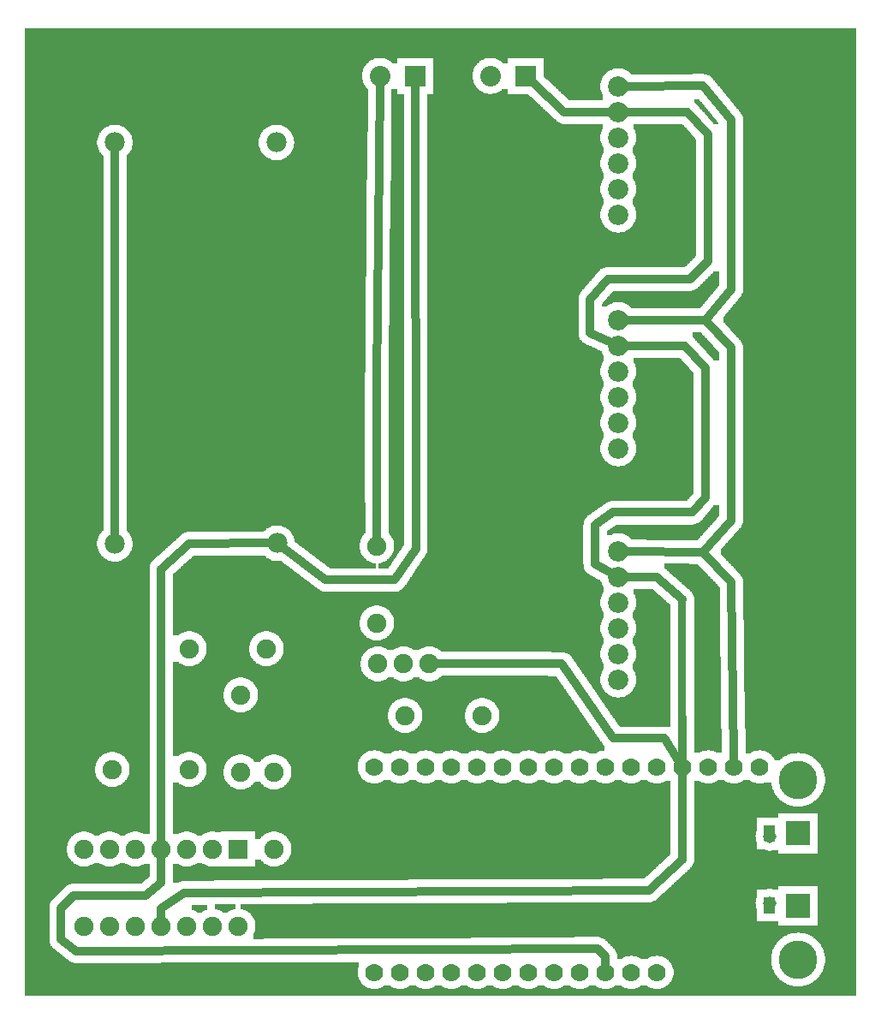
<source format=gbl>
G04 MADE WITH FRITZING*
G04 WWW.FRITZING.ORG*
G04 DOUBLE SIDED*
G04 HOLES PLATED*
G04 CONTOUR ON CENTER OF CONTOUR VECTOR*
%ASAXBY*%
%FSLAX23Y23*%
%MOIN*%
%OFA0B0*%
%SFA1.0B1.0*%
%ADD10C,0.075000*%
%ADD11C,0.070000*%
%ADD12C,0.095000*%
%ADD13C,0.149999*%
%ADD14C,0.051496*%
%ADD15C,0.078000*%
%ADD16C,0.079370*%
%ADD17C,0.080000*%
%ADD18R,0.095000X0.095000*%
%ADD19R,0.080000X0.080000*%
%ADD20R,0.075000X0.075000*%
%ADD21C,0.032000*%
%ADD22R,0.001000X0.001000*%
%LNCOPPER0*%
G90*
G70*
G54D10*
X2097Y3725D03*
G54D11*
X2199Y132D03*
X2099Y932D03*
X2899Y932D03*
X1399Y132D03*
G54D12*
X3049Y674D03*
G54D11*
X2499Y932D03*
X1699Y932D03*
X1799Y132D03*
G54D13*
X3049Y182D03*
G54D11*
X2699Y932D03*
X2299Y932D03*
X1899Y932D03*
X1499Y932D03*
X1599Y132D03*
X1999Y132D03*
X2399Y132D03*
G54D14*
X2939Y662D03*
G54D11*
X2799Y932D03*
X2599Y932D03*
X2399Y932D03*
X2199Y932D03*
X1999Y932D03*
X1799Y932D03*
X1599Y932D03*
X1399Y932D03*
X1499Y132D03*
X1699Y132D03*
X1899Y132D03*
X2099Y132D03*
X2299Y132D03*
X2499Y132D03*
G54D13*
X3049Y882D03*
G54D14*
X2939Y402D03*
G54D12*
X3049Y390D03*
G54D15*
X1021Y1803D03*
X389Y1800D03*
X1018Y3363D03*
X389Y3363D03*
G54D10*
X1409Y1492D03*
X1409Y1792D03*
X1819Y1132D03*
X1519Y1132D03*
X879Y912D03*
X879Y1212D03*
X979Y1392D03*
X679Y1392D03*
X1009Y612D03*
X1009Y912D03*
X679Y922D03*
X379Y922D03*
G54D16*
X2349Y3082D03*
X2349Y3182D03*
X2349Y3282D03*
X2349Y3382D03*
X2349Y3482D03*
X2349Y3582D03*
X2349Y1272D03*
X2349Y1372D03*
X2349Y1472D03*
X2349Y1572D03*
X2349Y1672D03*
X2349Y1772D03*
X2349Y2172D03*
X2349Y2272D03*
X2349Y2372D03*
X2349Y2472D03*
X2349Y2572D03*
X2349Y2672D03*
G54D17*
X1989Y3622D03*
X1851Y3622D03*
G54D10*
X1413Y1333D03*
X1513Y1333D03*
X1613Y1333D03*
G54D17*
X1559Y3622D03*
X1421Y3622D03*
G54D10*
X869Y612D03*
X869Y312D03*
X769Y612D03*
X769Y312D03*
X669Y612D03*
X669Y312D03*
X569Y612D03*
X569Y312D03*
X469Y612D03*
X469Y312D03*
X369Y612D03*
X369Y312D03*
X269Y612D03*
X269Y312D03*
G54D18*
X3049Y674D03*
X3049Y390D03*
G54D19*
X1989Y3622D03*
X1559Y3622D03*
G54D20*
X869Y612D03*
G54D21*
X570Y382D02*
X569Y341D01*
D02*
X2598Y571D02*
X2469Y452D01*
D02*
X660Y442D02*
X570Y382D01*
D02*
X2469Y452D02*
X660Y442D01*
D02*
X2599Y901D02*
X2598Y571D01*
D02*
X2678Y1768D02*
X2380Y1772D01*
D02*
X2789Y1651D02*
X2678Y1768D01*
D02*
X2799Y963D02*
X2789Y1651D01*
D02*
X2689Y2671D02*
X2380Y2672D01*
D02*
X2789Y2563D02*
X2689Y2671D01*
D02*
X2789Y1892D02*
X2789Y2563D01*
D02*
X2678Y1768D02*
X2789Y1892D01*
D02*
X2680Y3583D02*
X2380Y3582D01*
D02*
X2789Y3451D02*
X2680Y3583D01*
D02*
X2789Y2791D02*
X2789Y3451D01*
D02*
X2689Y2671D02*
X2789Y2791D01*
D02*
X2598Y1583D02*
X2499Y1671D01*
D02*
X2499Y1671D02*
X2380Y1672D01*
D02*
X680Y1802D02*
X991Y1803D01*
D02*
X570Y1702D02*
X680Y1802D01*
D02*
X570Y1222D02*
X570Y1702D01*
D02*
X569Y641D02*
X570Y1222D01*
D02*
X509Y432D02*
X570Y482D01*
D02*
X230Y432D02*
X509Y432D01*
D02*
X180Y382D02*
X230Y432D01*
D02*
X570Y482D02*
X569Y583D01*
D02*
X180Y261D02*
X180Y382D01*
D02*
X2268Y223D02*
X240Y213D01*
D02*
X2299Y193D02*
X2268Y223D01*
D02*
X240Y213D02*
X180Y261D01*
D02*
X2299Y163D02*
X2299Y193D01*
D02*
X1480Y1661D02*
X1561Y1782D01*
D02*
X1209Y1661D02*
X1480Y1661D01*
D02*
X1561Y1782D02*
X1559Y3591D01*
D02*
X1045Y1785D02*
X1209Y1661D01*
D02*
X1409Y2431D02*
X1409Y1821D01*
D02*
X1421Y3591D02*
X1409Y2431D01*
D02*
X389Y3333D02*
X389Y1830D01*
D02*
X2240Y2621D02*
X2240Y2752D01*
D02*
X2240Y2752D02*
X2309Y2832D01*
D02*
X2309Y2832D02*
X2629Y2832D01*
D02*
X2629Y2832D02*
X2698Y2901D01*
D02*
X2698Y2901D02*
X2698Y3393D01*
D02*
X2698Y3393D02*
X2619Y3481D01*
D02*
X2619Y3481D02*
X2380Y3482D01*
D02*
X2321Y2585D02*
X2240Y2621D01*
D02*
X2639Y1923D02*
X2689Y1982D01*
D02*
X2330Y1923D02*
X2639Y1923D01*
D02*
X2259Y1873D02*
X2330Y1923D01*
D02*
X2259Y1721D02*
X2259Y1873D01*
D02*
X2689Y1982D02*
X2689Y2483D01*
D02*
X2689Y2483D02*
X2608Y2571D01*
D02*
X2608Y2571D02*
X2380Y2572D01*
D02*
X2322Y1687D02*
X2259Y1721D01*
D02*
X2130Y1333D02*
X1642Y1333D01*
D02*
X2330Y1043D02*
X2130Y1333D01*
D02*
X2529Y1043D02*
X2330Y1043D01*
D02*
X2583Y958D02*
X2529Y1043D01*
D02*
X2140Y3481D02*
X2318Y3482D01*
D02*
X2012Y3601D02*
X2140Y3481D01*
G36*
X1468Y3572D02*
X1468Y3570D01*
X1466Y3570D01*
X1466Y3402D01*
X1464Y3402D01*
X1464Y3216D01*
X1462Y3216D01*
X1462Y3028D01*
X1460Y3028D01*
X1460Y2840D01*
X1458Y2840D01*
X1458Y2652D01*
X1456Y2652D01*
X1456Y2466D01*
X1454Y2466D01*
X1454Y1974D01*
X1456Y1974D01*
X1456Y1840D01*
X1458Y1840D01*
X1458Y1838D01*
X1460Y1838D01*
X1460Y1836D01*
X1462Y1836D01*
X1462Y1832D01*
X1464Y1832D01*
X1464Y1830D01*
X1466Y1830D01*
X1466Y1826D01*
X1468Y1826D01*
X1468Y1824D01*
X1470Y1824D01*
X1470Y1820D01*
X1472Y1820D01*
X1472Y1814D01*
X1474Y1814D01*
X1474Y1806D01*
X1476Y1806D01*
X1476Y1778D01*
X1474Y1778D01*
X1474Y1770D01*
X1472Y1770D01*
X1472Y1766D01*
X1470Y1766D01*
X1470Y1762D01*
X1468Y1762D01*
X1468Y1758D01*
X1466Y1758D01*
X1466Y1754D01*
X1464Y1754D01*
X1464Y1752D01*
X1462Y1752D01*
X1462Y1750D01*
X1460Y1750D01*
X1460Y1746D01*
X1458Y1746D01*
X1458Y1744D01*
X1456Y1744D01*
X1456Y1742D01*
X1452Y1742D01*
X1452Y1740D01*
X1450Y1740D01*
X1450Y1738D01*
X1448Y1738D01*
X1448Y1736D01*
X1444Y1736D01*
X1444Y1734D01*
X1442Y1734D01*
X1442Y1732D01*
X1438Y1732D01*
X1438Y1730D01*
X1432Y1730D01*
X1432Y1728D01*
X1426Y1728D01*
X1426Y1726D01*
X1414Y1726D01*
X1414Y1706D01*
X1456Y1706D01*
X1456Y1710D01*
X1458Y1710D01*
X1458Y1712D01*
X1460Y1712D01*
X1460Y1716D01*
X1462Y1716D01*
X1462Y1718D01*
X1464Y1718D01*
X1464Y1722D01*
X1466Y1722D01*
X1466Y1724D01*
X1468Y1724D01*
X1468Y1728D01*
X1470Y1728D01*
X1470Y1730D01*
X1472Y1730D01*
X1472Y1734D01*
X1474Y1734D01*
X1474Y1736D01*
X1476Y1736D01*
X1476Y1740D01*
X1478Y1740D01*
X1478Y1742D01*
X1480Y1742D01*
X1480Y1746D01*
X1482Y1746D01*
X1482Y1748D01*
X1484Y1748D01*
X1484Y1752D01*
X1486Y1752D01*
X1486Y1754D01*
X1488Y1754D01*
X1488Y1758D01*
X1490Y1758D01*
X1490Y1760D01*
X1492Y1760D01*
X1492Y1764D01*
X1494Y1764D01*
X1494Y1766D01*
X1496Y1766D01*
X1496Y1770D01*
X1498Y1770D01*
X1498Y1772D01*
X1500Y1772D01*
X1500Y1776D01*
X1502Y1776D01*
X1502Y1778D01*
X1504Y1778D01*
X1504Y1782D01*
X1506Y1782D01*
X1506Y1784D01*
X1508Y1784D01*
X1508Y1788D01*
X1510Y1788D01*
X1510Y1790D01*
X1512Y1790D01*
X1512Y1794D01*
X1514Y1794D01*
X1514Y3552D01*
X1490Y3552D01*
X1490Y3572D01*
X1468Y3572D01*
G37*
D02*
G36*
X2646Y3530D02*
X2646Y3518D01*
X2648Y3518D01*
X2648Y3516D01*
X2650Y3516D01*
X2650Y3514D01*
X2652Y3514D01*
X2652Y3512D01*
X2654Y3512D01*
X2654Y3510D01*
X2656Y3510D01*
X2656Y3508D01*
X2658Y3508D01*
X2658Y3506D01*
X2660Y3506D01*
X2660Y3504D01*
X2662Y3504D01*
X2662Y3502D01*
X2664Y3502D01*
X2664Y3500D01*
X2666Y3500D01*
X2666Y3496D01*
X2668Y3496D01*
X2668Y3494D01*
X2670Y3494D01*
X2670Y3492D01*
X2672Y3492D01*
X2672Y3490D01*
X2674Y3490D01*
X2674Y3488D01*
X2676Y3488D01*
X2676Y3486D01*
X2678Y3486D01*
X2678Y3484D01*
X2680Y3484D01*
X2680Y3482D01*
X2682Y3482D01*
X2682Y3480D01*
X2684Y3480D01*
X2684Y3476D01*
X2686Y3476D01*
X2686Y3474D01*
X2688Y3474D01*
X2688Y3472D01*
X2690Y3472D01*
X2690Y3470D01*
X2692Y3470D01*
X2692Y3468D01*
X2694Y3468D01*
X2694Y3466D01*
X2696Y3466D01*
X2696Y3464D01*
X2698Y3464D01*
X2698Y3462D01*
X2700Y3462D01*
X2700Y3458D01*
X2702Y3458D01*
X2702Y3456D01*
X2704Y3456D01*
X2704Y3454D01*
X2706Y3454D01*
X2706Y3452D01*
X2708Y3452D01*
X2708Y3450D01*
X2710Y3450D01*
X2710Y3448D01*
X2712Y3448D01*
X2712Y3446D01*
X2714Y3446D01*
X2714Y3444D01*
X2716Y3444D01*
X2716Y3442D01*
X2718Y3442D01*
X2718Y3438D01*
X2720Y3438D01*
X2720Y3436D01*
X2722Y3436D01*
X2722Y3434D01*
X2742Y3434D01*
X2742Y3436D01*
X2740Y3436D01*
X2740Y3440D01*
X2738Y3440D01*
X2738Y3442D01*
X2736Y3442D01*
X2736Y3444D01*
X2734Y3444D01*
X2734Y3446D01*
X2732Y3446D01*
X2732Y3450D01*
X2730Y3450D01*
X2730Y3452D01*
X2728Y3452D01*
X2728Y3454D01*
X2726Y3454D01*
X2726Y3456D01*
X2724Y3456D01*
X2724Y3458D01*
X2722Y3458D01*
X2722Y3462D01*
X2720Y3462D01*
X2720Y3464D01*
X2718Y3464D01*
X2718Y3466D01*
X2716Y3466D01*
X2716Y3468D01*
X2714Y3468D01*
X2714Y3472D01*
X2712Y3472D01*
X2712Y3474D01*
X2710Y3474D01*
X2710Y3476D01*
X2708Y3476D01*
X2708Y3478D01*
X2706Y3478D01*
X2706Y3480D01*
X2704Y3480D01*
X2704Y3484D01*
X2702Y3484D01*
X2702Y3486D01*
X2700Y3486D01*
X2700Y3488D01*
X2698Y3488D01*
X2698Y3490D01*
X2696Y3490D01*
X2696Y3492D01*
X2694Y3492D01*
X2694Y3496D01*
X2692Y3496D01*
X2692Y3498D01*
X2690Y3498D01*
X2690Y3500D01*
X2688Y3500D01*
X2688Y3502D01*
X2686Y3502D01*
X2686Y3506D01*
X2684Y3506D01*
X2684Y3508D01*
X2682Y3508D01*
X2682Y3510D01*
X2680Y3510D01*
X2680Y3512D01*
X2678Y3512D01*
X2678Y3514D01*
X2676Y3514D01*
X2676Y3518D01*
X2674Y3518D01*
X2674Y3520D01*
X2672Y3520D01*
X2672Y3522D01*
X2670Y3522D01*
X2670Y3524D01*
X2668Y3524D01*
X2668Y3526D01*
X2666Y3526D01*
X2666Y3530D01*
X2646Y3530D01*
G37*
D02*
G36*
X2722Y2862D02*
X2722Y2860D01*
X2720Y2860D01*
X2720Y2858D01*
X2718Y2858D01*
X2718Y2856D01*
X2716Y2856D01*
X2716Y2854D01*
X2714Y2854D01*
X2714Y2852D01*
X2712Y2852D01*
X2712Y2850D01*
X2710Y2850D01*
X2710Y2848D01*
X2708Y2848D01*
X2708Y2846D01*
X2706Y2846D01*
X2706Y2844D01*
X2704Y2844D01*
X2704Y2842D01*
X2702Y2842D01*
X2702Y2840D01*
X2700Y2840D01*
X2700Y2838D01*
X2698Y2838D01*
X2698Y2836D01*
X2696Y2836D01*
X2696Y2834D01*
X2694Y2834D01*
X2694Y2832D01*
X2692Y2832D01*
X2692Y2830D01*
X2690Y2830D01*
X2690Y2828D01*
X2688Y2828D01*
X2688Y2826D01*
X2686Y2826D01*
X2686Y2824D01*
X2684Y2824D01*
X2684Y2822D01*
X2682Y2822D01*
X2682Y2820D01*
X2680Y2820D01*
X2680Y2818D01*
X2678Y2818D01*
X2678Y2816D01*
X2676Y2816D01*
X2676Y2814D01*
X2674Y2814D01*
X2674Y2812D01*
X2672Y2812D01*
X2672Y2810D01*
X2670Y2810D01*
X2670Y2808D01*
X2668Y2808D01*
X2668Y2806D01*
X2666Y2806D01*
X2666Y2804D01*
X2664Y2804D01*
X2664Y2802D01*
X2662Y2802D01*
X2662Y2800D01*
X2660Y2800D01*
X2660Y2798D01*
X2658Y2798D01*
X2658Y2796D01*
X2656Y2796D01*
X2656Y2794D01*
X2652Y2794D01*
X2652Y2792D01*
X2648Y2792D01*
X2648Y2790D01*
X2644Y2790D01*
X2644Y2788D01*
X2636Y2788D01*
X2636Y2786D01*
X2328Y2786D01*
X2328Y2782D01*
X2326Y2782D01*
X2326Y2780D01*
X2324Y2780D01*
X2324Y2778D01*
X2322Y2778D01*
X2322Y2776D01*
X2320Y2776D01*
X2320Y2774D01*
X2318Y2774D01*
X2318Y2772D01*
X2316Y2772D01*
X2316Y2768D01*
X2314Y2768D01*
X2314Y2766D01*
X2312Y2766D01*
X2312Y2764D01*
X2310Y2764D01*
X2310Y2762D01*
X2308Y2762D01*
X2308Y2760D01*
X2306Y2760D01*
X2306Y2758D01*
X2304Y2758D01*
X2304Y2754D01*
X2302Y2754D01*
X2302Y2752D01*
X2300Y2752D01*
X2300Y2750D01*
X2298Y2750D01*
X2298Y2748D01*
X2296Y2748D01*
X2296Y2746D01*
X2294Y2746D01*
X2294Y2744D01*
X2292Y2744D01*
X2292Y2742D01*
X2360Y2742D01*
X2360Y2740D01*
X2368Y2740D01*
X2368Y2738D01*
X2374Y2738D01*
X2374Y2736D01*
X2380Y2736D01*
X2380Y2734D01*
X2382Y2734D01*
X2382Y2732D01*
X2386Y2732D01*
X2386Y2730D01*
X2390Y2730D01*
X2390Y2728D01*
X2392Y2728D01*
X2392Y2726D01*
X2394Y2726D01*
X2394Y2724D01*
X2396Y2724D01*
X2396Y2722D01*
X2398Y2722D01*
X2398Y2720D01*
X2400Y2720D01*
X2400Y2718D01*
X2668Y2718D01*
X2668Y2720D01*
X2670Y2720D01*
X2670Y2722D01*
X2672Y2722D01*
X2672Y2724D01*
X2674Y2724D01*
X2674Y2726D01*
X2676Y2726D01*
X2676Y2728D01*
X2678Y2728D01*
X2678Y2732D01*
X2680Y2732D01*
X2680Y2734D01*
X2682Y2734D01*
X2682Y2736D01*
X2684Y2736D01*
X2684Y2738D01*
X2686Y2738D01*
X2686Y2740D01*
X2688Y2740D01*
X2688Y2744D01*
X2690Y2744D01*
X2690Y2746D01*
X2692Y2746D01*
X2692Y2748D01*
X2694Y2748D01*
X2694Y2750D01*
X2696Y2750D01*
X2696Y2752D01*
X2698Y2752D01*
X2698Y2756D01*
X2700Y2756D01*
X2700Y2758D01*
X2702Y2758D01*
X2702Y2760D01*
X2704Y2760D01*
X2704Y2762D01*
X2706Y2762D01*
X2706Y2764D01*
X2708Y2764D01*
X2708Y2768D01*
X2710Y2768D01*
X2710Y2770D01*
X2712Y2770D01*
X2712Y2772D01*
X2714Y2772D01*
X2714Y2774D01*
X2716Y2774D01*
X2716Y2776D01*
X2718Y2776D01*
X2718Y2780D01*
X2720Y2780D01*
X2720Y2782D01*
X2722Y2782D01*
X2722Y2784D01*
X2724Y2784D01*
X2724Y2786D01*
X2726Y2786D01*
X2726Y2788D01*
X2728Y2788D01*
X2728Y2792D01*
X2730Y2792D01*
X2730Y2794D01*
X2732Y2794D01*
X2732Y2796D01*
X2734Y2796D01*
X2734Y2798D01*
X2736Y2798D01*
X2736Y2802D01*
X2738Y2802D01*
X2738Y2804D01*
X2740Y2804D01*
X2740Y2806D01*
X2742Y2806D01*
X2742Y2862D01*
X2722Y2862D01*
G37*
D02*
G36*
X2292Y2742D02*
X2292Y2740D01*
X2290Y2740D01*
X2290Y2738D01*
X2288Y2738D01*
X2288Y2736D01*
X2286Y2736D01*
X2286Y2726D01*
X2306Y2726D01*
X2306Y2728D01*
X2310Y2728D01*
X2310Y2730D01*
X2312Y2730D01*
X2312Y2732D01*
X2316Y2732D01*
X2316Y2734D01*
X2320Y2734D01*
X2320Y2736D01*
X2324Y2736D01*
X2324Y2738D01*
X2330Y2738D01*
X2330Y2740D01*
X2338Y2740D01*
X2338Y2742D01*
X2292Y2742D01*
G37*
D02*
G36*
X2638Y2626D02*
X2638Y2606D01*
X2640Y2606D01*
X2640Y2604D01*
X2642Y2604D01*
X2642Y2602D01*
X2644Y2602D01*
X2644Y2600D01*
X2646Y2600D01*
X2646Y2598D01*
X2648Y2598D01*
X2648Y2596D01*
X2650Y2596D01*
X2650Y2592D01*
X2652Y2592D01*
X2652Y2590D01*
X2654Y2590D01*
X2654Y2588D01*
X2656Y2588D01*
X2656Y2586D01*
X2658Y2586D01*
X2658Y2584D01*
X2660Y2584D01*
X2660Y2582D01*
X2662Y2582D01*
X2662Y2580D01*
X2664Y2580D01*
X2664Y2578D01*
X2666Y2578D01*
X2666Y2576D01*
X2668Y2576D01*
X2668Y2574D01*
X2670Y2574D01*
X2670Y2570D01*
X2672Y2570D01*
X2672Y2568D01*
X2674Y2568D01*
X2674Y2566D01*
X2676Y2566D01*
X2676Y2564D01*
X2678Y2564D01*
X2678Y2562D01*
X2680Y2562D01*
X2680Y2560D01*
X2682Y2560D01*
X2682Y2558D01*
X2684Y2558D01*
X2684Y2556D01*
X2686Y2556D01*
X2686Y2554D01*
X2688Y2554D01*
X2688Y2552D01*
X2690Y2552D01*
X2690Y2550D01*
X2692Y2550D01*
X2692Y2546D01*
X2694Y2546D01*
X2694Y2544D01*
X2696Y2544D01*
X2696Y2542D01*
X2698Y2542D01*
X2698Y2540D01*
X2700Y2540D01*
X2700Y2538D01*
X2702Y2538D01*
X2702Y2536D01*
X2704Y2536D01*
X2704Y2534D01*
X2706Y2534D01*
X2706Y2532D01*
X2708Y2532D01*
X2708Y2530D01*
X2710Y2530D01*
X2710Y2528D01*
X2712Y2528D01*
X2712Y2524D01*
X2714Y2524D01*
X2714Y2522D01*
X2716Y2522D01*
X2716Y2520D01*
X2718Y2520D01*
X2718Y2518D01*
X2720Y2518D01*
X2720Y2516D01*
X2722Y2516D01*
X2722Y2514D01*
X2742Y2514D01*
X2742Y2548D01*
X2740Y2548D01*
X2740Y2550D01*
X2738Y2550D01*
X2738Y2552D01*
X2736Y2552D01*
X2736Y2554D01*
X2734Y2554D01*
X2734Y2556D01*
X2732Y2556D01*
X2732Y2558D01*
X2730Y2558D01*
X2730Y2560D01*
X2728Y2560D01*
X2728Y2562D01*
X2726Y2562D01*
X2726Y2564D01*
X2724Y2564D01*
X2724Y2566D01*
X2722Y2566D01*
X2722Y2568D01*
X2720Y2568D01*
X2720Y2570D01*
X2718Y2570D01*
X2718Y2574D01*
X2716Y2574D01*
X2716Y2576D01*
X2714Y2576D01*
X2714Y2578D01*
X2712Y2578D01*
X2712Y2580D01*
X2710Y2580D01*
X2710Y2582D01*
X2708Y2582D01*
X2708Y2584D01*
X2706Y2584D01*
X2706Y2586D01*
X2704Y2586D01*
X2704Y2588D01*
X2702Y2588D01*
X2702Y2590D01*
X2700Y2590D01*
X2700Y2592D01*
X2698Y2592D01*
X2698Y2594D01*
X2696Y2594D01*
X2696Y2598D01*
X2694Y2598D01*
X2694Y2600D01*
X2692Y2600D01*
X2692Y2602D01*
X2690Y2602D01*
X2690Y2604D01*
X2688Y2604D01*
X2688Y2606D01*
X2686Y2606D01*
X2686Y2608D01*
X2684Y2608D01*
X2684Y2610D01*
X2682Y2610D01*
X2682Y2612D01*
X2680Y2612D01*
X2680Y2614D01*
X2678Y2614D01*
X2678Y2616D01*
X2676Y2616D01*
X2676Y2618D01*
X2674Y2618D01*
X2674Y2622D01*
X2672Y2622D01*
X2672Y2624D01*
X2670Y2624D01*
X2670Y2626D01*
X2638Y2626D01*
G37*
D02*
G36*
X2722Y1952D02*
X2722Y1950D01*
X2720Y1950D01*
X2720Y1946D01*
X2718Y1946D01*
X2718Y1944D01*
X2716Y1944D01*
X2716Y1942D01*
X2714Y1942D01*
X2714Y1940D01*
X2712Y1940D01*
X2712Y1938D01*
X2710Y1938D01*
X2710Y1934D01*
X2708Y1934D01*
X2708Y1932D01*
X2706Y1932D01*
X2706Y1930D01*
X2704Y1930D01*
X2704Y1928D01*
X2702Y1928D01*
X2702Y1926D01*
X2700Y1926D01*
X2700Y1922D01*
X2698Y1922D01*
X2698Y1920D01*
X2696Y1920D01*
X2696Y1918D01*
X2694Y1918D01*
X2694Y1916D01*
X2692Y1916D01*
X2692Y1914D01*
X2690Y1914D01*
X2690Y1912D01*
X2688Y1912D01*
X2688Y1908D01*
X2686Y1908D01*
X2686Y1906D01*
X2684Y1906D01*
X2684Y1904D01*
X2682Y1904D01*
X2682Y1902D01*
X2680Y1902D01*
X2680Y1900D01*
X2678Y1900D01*
X2678Y1896D01*
X2676Y1896D01*
X2676Y1894D01*
X2674Y1894D01*
X2674Y1892D01*
X2672Y1892D01*
X2672Y1890D01*
X2670Y1890D01*
X2670Y1888D01*
X2668Y1888D01*
X2668Y1886D01*
X2664Y1886D01*
X2664Y1884D01*
X2662Y1884D01*
X2662Y1882D01*
X2658Y1882D01*
X2658Y1880D01*
X2652Y1880D01*
X2652Y1878D01*
X2642Y1878D01*
X2642Y1876D01*
X2342Y1876D01*
X2342Y1874D01*
X2340Y1874D01*
X2340Y1872D01*
X2336Y1872D01*
X2336Y1870D01*
X2334Y1870D01*
X2334Y1868D01*
X2330Y1868D01*
X2330Y1866D01*
X2328Y1866D01*
X2328Y1864D01*
X2324Y1864D01*
X2324Y1862D01*
X2322Y1862D01*
X2322Y1860D01*
X2320Y1860D01*
X2320Y1858D01*
X2316Y1858D01*
X2316Y1856D01*
X2314Y1856D01*
X2314Y1854D01*
X2310Y1854D01*
X2310Y1852D01*
X2308Y1852D01*
X2308Y1850D01*
X2304Y1850D01*
X2304Y1842D01*
X2360Y1842D01*
X2360Y1840D01*
X2368Y1840D01*
X2368Y1838D01*
X2374Y1838D01*
X2374Y1836D01*
X2380Y1836D01*
X2380Y1834D01*
X2382Y1834D01*
X2382Y1832D01*
X2386Y1832D01*
X2386Y1830D01*
X2390Y1830D01*
X2390Y1828D01*
X2392Y1828D01*
X2392Y1826D01*
X2394Y1826D01*
X2394Y1824D01*
X2396Y1824D01*
X2396Y1822D01*
X2398Y1822D01*
X2398Y1820D01*
X2400Y1820D01*
X2400Y1818D01*
X2458Y1818D01*
X2458Y1816D01*
X2628Y1816D01*
X2628Y1814D01*
X2658Y1814D01*
X2658Y1816D01*
X2660Y1816D01*
X2660Y1818D01*
X2662Y1818D01*
X2662Y1822D01*
X2664Y1822D01*
X2664Y1824D01*
X2666Y1824D01*
X2666Y1826D01*
X2668Y1826D01*
X2668Y1828D01*
X2670Y1828D01*
X2670Y1830D01*
X2672Y1830D01*
X2672Y1832D01*
X2674Y1832D01*
X2674Y1834D01*
X2676Y1834D01*
X2676Y1836D01*
X2678Y1836D01*
X2678Y1838D01*
X2680Y1838D01*
X2680Y1842D01*
X2682Y1842D01*
X2682Y1844D01*
X2684Y1844D01*
X2684Y1846D01*
X2686Y1846D01*
X2686Y1848D01*
X2688Y1848D01*
X2688Y1850D01*
X2690Y1850D01*
X2690Y1852D01*
X2692Y1852D01*
X2692Y1854D01*
X2694Y1854D01*
X2694Y1856D01*
X2696Y1856D01*
X2696Y1858D01*
X2698Y1858D01*
X2698Y1862D01*
X2700Y1862D01*
X2700Y1864D01*
X2702Y1864D01*
X2702Y1866D01*
X2704Y1866D01*
X2704Y1868D01*
X2706Y1868D01*
X2706Y1870D01*
X2708Y1870D01*
X2708Y1872D01*
X2710Y1872D01*
X2710Y1874D01*
X2712Y1874D01*
X2712Y1876D01*
X2714Y1876D01*
X2714Y1880D01*
X2716Y1880D01*
X2716Y1882D01*
X2718Y1882D01*
X2718Y1884D01*
X2720Y1884D01*
X2720Y1886D01*
X2722Y1886D01*
X2722Y1888D01*
X2724Y1888D01*
X2724Y1890D01*
X2726Y1890D01*
X2726Y1892D01*
X2728Y1892D01*
X2728Y1894D01*
X2730Y1894D01*
X2730Y1896D01*
X2732Y1896D01*
X2732Y1900D01*
X2734Y1900D01*
X2734Y1902D01*
X2736Y1902D01*
X2736Y1904D01*
X2738Y1904D01*
X2738Y1906D01*
X2740Y1906D01*
X2740Y1908D01*
X2742Y1908D01*
X2742Y1952D01*
X2722Y1952D01*
G37*
D02*
G36*
X2304Y1842D02*
X2304Y1836D01*
X2324Y1836D01*
X2324Y1838D01*
X2330Y1838D01*
X2330Y1840D01*
X2338Y1840D01*
X2338Y1842D01*
X2304Y1842D01*
G37*
D02*
G36*
X2530Y1724D02*
X2530Y1704D01*
X2532Y1704D01*
X2532Y1702D01*
X2534Y1702D01*
X2534Y1700D01*
X2538Y1700D01*
X2538Y1698D01*
X2540Y1698D01*
X2540Y1696D01*
X2542Y1696D01*
X2542Y1694D01*
X2544Y1694D01*
X2544Y1692D01*
X2546Y1692D01*
X2546Y1690D01*
X2548Y1690D01*
X2548Y1688D01*
X2550Y1688D01*
X2550Y1686D01*
X2554Y1686D01*
X2554Y1684D01*
X2556Y1684D01*
X2556Y1682D01*
X2558Y1682D01*
X2558Y1680D01*
X2560Y1680D01*
X2560Y1678D01*
X2562Y1678D01*
X2562Y1676D01*
X2564Y1676D01*
X2564Y1674D01*
X2566Y1674D01*
X2566Y1672D01*
X2568Y1672D01*
X2568Y1670D01*
X2572Y1670D01*
X2572Y1668D01*
X2574Y1668D01*
X2574Y1666D01*
X2576Y1666D01*
X2576Y1664D01*
X2578Y1664D01*
X2578Y1662D01*
X2580Y1662D01*
X2580Y1660D01*
X2582Y1660D01*
X2582Y1658D01*
X2584Y1658D01*
X2584Y1656D01*
X2588Y1656D01*
X2588Y1654D01*
X2590Y1654D01*
X2590Y1652D01*
X2592Y1652D01*
X2592Y1650D01*
X2594Y1650D01*
X2594Y1648D01*
X2596Y1648D01*
X2596Y1646D01*
X2598Y1646D01*
X2598Y1644D01*
X2600Y1644D01*
X2600Y1642D01*
X2602Y1642D01*
X2602Y1640D01*
X2606Y1640D01*
X2606Y1638D01*
X2608Y1638D01*
X2608Y1636D01*
X2610Y1636D01*
X2610Y1634D01*
X2612Y1634D01*
X2612Y1632D01*
X2614Y1632D01*
X2614Y1630D01*
X2616Y1630D01*
X2616Y1628D01*
X2618Y1628D01*
X2618Y1626D01*
X2622Y1626D01*
X2622Y1624D01*
X2624Y1624D01*
X2624Y1622D01*
X2626Y1622D01*
X2626Y1620D01*
X2628Y1620D01*
X2628Y1618D01*
X2630Y1618D01*
X2630Y1616D01*
X2632Y1616D01*
X2632Y1614D01*
X2634Y1614D01*
X2634Y1612D01*
X2636Y1612D01*
X2636Y1608D01*
X2638Y1608D01*
X2638Y1606D01*
X2640Y1606D01*
X2640Y1600D01*
X2642Y1600D01*
X2642Y1594D01*
X2644Y1594D01*
X2644Y1038D01*
X2646Y1038D01*
X2646Y998D01*
X2704Y998D01*
X2704Y996D01*
X2716Y996D01*
X2716Y994D01*
X2722Y994D01*
X2722Y992D01*
X2726Y992D01*
X2726Y990D01*
X2730Y990D01*
X2730Y988D01*
X2752Y988D01*
X2752Y1082D01*
X2750Y1082D01*
X2750Y1222D01*
X2748Y1222D01*
X2748Y1362D01*
X2746Y1362D01*
X2746Y1504D01*
X2744Y1504D01*
X2744Y1632D01*
X2742Y1632D01*
X2742Y1634D01*
X2740Y1634D01*
X2740Y1636D01*
X2738Y1636D01*
X2738Y1638D01*
X2736Y1638D01*
X2736Y1642D01*
X2734Y1642D01*
X2734Y1644D01*
X2732Y1644D01*
X2732Y1646D01*
X2730Y1646D01*
X2730Y1648D01*
X2728Y1648D01*
X2728Y1650D01*
X2726Y1650D01*
X2726Y1652D01*
X2724Y1652D01*
X2724Y1654D01*
X2722Y1654D01*
X2722Y1656D01*
X2720Y1656D01*
X2720Y1658D01*
X2718Y1658D01*
X2718Y1660D01*
X2716Y1660D01*
X2716Y1662D01*
X2714Y1662D01*
X2714Y1664D01*
X2712Y1664D01*
X2712Y1666D01*
X2710Y1666D01*
X2710Y1668D01*
X2708Y1668D01*
X2708Y1670D01*
X2706Y1670D01*
X2706Y1672D01*
X2704Y1672D01*
X2704Y1674D01*
X2702Y1674D01*
X2702Y1676D01*
X2700Y1676D01*
X2700Y1678D01*
X2698Y1678D01*
X2698Y1682D01*
X2696Y1682D01*
X2696Y1684D01*
X2694Y1684D01*
X2694Y1686D01*
X2692Y1686D01*
X2692Y1688D01*
X2690Y1688D01*
X2690Y1690D01*
X2688Y1690D01*
X2688Y1692D01*
X2686Y1692D01*
X2686Y1694D01*
X2684Y1694D01*
X2684Y1696D01*
X2682Y1696D01*
X2682Y1698D01*
X2680Y1698D01*
X2680Y1700D01*
X2678Y1700D01*
X2678Y1702D01*
X2676Y1702D01*
X2676Y1704D01*
X2674Y1704D01*
X2674Y1706D01*
X2672Y1706D01*
X2672Y1708D01*
X2670Y1708D01*
X2670Y1710D01*
X2668Y1710D01*
X2668Y1712D01*
X2666Y1712D01*
X2666Y1714D01*
X2664Y1714D01*
X2664Y1716D01*
X2662Y1716D01*
X2662Y1718D01*
X2660Y1718D01*
X2660Y1722D01*
X2626Y1722D01*
X2626Y1724D01*
X2530Y1724D01*
G37*
D02*
G36*
X2646Y998D02*
X2646Y988D01*
X2668Y988D01*
X2668Y990D01*
X2672Y990D01*
X2672Y992D01*
X2676Y992D01*
X2676Y994D01*
X2682Y994D01*
X2682Y996D01*
X2694Y996D01*
X2694Y998D01*
X2646Y998D01*
G37*
D02*
G36*
X40Y3808D02*
X40Y3692D01*
X2060Y3692D01*
X2060Y3652D01*
X2360Y3652D01*
X2360Y3650D01*
X2368Y3650D01*
X2368Y3648D01*
X2374Y3648D01*
X2374Y3646D01*
X2380Y3646D01*
X2380Y3644D01*
X2382Y3644D01*
X2382Y3642D01*
X2386Y3642D01*
X2386Y3640D01*
X2390Y3640D01*
X2390Y3638D01*
X2392Y3638D01*
X2392Y3636D01*
X2394Y3636D01*
X2394Y3634D01*
X2396Y3634D01*
X2396Y3632D01*
X2398Y3632D01*
X2398Y3630D01*
X2682Y3630D01*
X2682Y3628D01*
X2694Y3628D01*
X2694Y3626D01*
X2700Y3626D01*
X2700Y3624D01*
X2704Y3624D01*
X2704Y3622D01*
X2706Y3622D01*
X2706Y3620D01*
X2710Y3620D01*
X2710Y3618D01*
X2712Y3618D01*
X2712Y3616D01*
X2714Y3616D01*
X2714Y3614D01*
X2716Y3614D01*
X2716Y3612D01*
X2718Y3612D01*
X2718Y3608D01*
X2720Y3608D01*
X2720Y3606D01*
X2722Y3606D01*
X2722Y3604D01*
X2724Y3604D01*
X2724Y3602D01*
X2726Y3602D01*
X2726Y3598D01*
X2728Y3598D01*
X2728Y3596D01*
X2730Y3596D01*
X2730Y3594D01*
X2732Y3594D01*
X2732Y3592D01*
X2734Y3592D01*
X2734Y3590D01*
X2736Y3590D01*
X2736Y3586D01*
X2738Y3586D01*
X2738Y3584D01*
X2740Y3584D01*
X2740Y3582D01*
X2742Y3582D01*
X2742Y3580D01*
X2744Y3580D01*
X2744Y3578D01*
X2746Y3578D01*
X2746Y3574D01*
X2748Y3574D01*
X2748Y3572D01*
X2750Y3572D01*
X2750Y3570D01*
X2752Y3570D01*
X2752Y3568D01*
X2754Y3568D01*
X2754Y3564D01*
X2756Y3564D01*
X2756Y3562D01*
X2758Y3562D01*
X2758Y3560D01*
X2760Y3560D01*
X2760Y3558D01*
X2762Y3558D01*
X2762Y3556D01*
X2764Y3556D01*
X2764Y3552D01*
X2766Y3552D01*
X2766Y3550D01*
X2768Y3550D01*
X2768Y3548D01*
X2770Y3548D01*
X2770Y3546D01*
X2772Y3546D01*
X2772Y3542D01*
X2774Y3542D01*
X2774Y3540D01*
X2776Y3540D01*
X2776Y3538D01*
X2778Y3538D01*
X2778Y3536D01*
X2780Y3536D01*
X2780Y3534D01*
X2782Y3534D01*
X2782Y3530D01*
X2784Y3530D01*
X2784Y3528D01*
X2786Y3528D01*
X2786Y3526D01*
X2788Y3526D01*
X2788Y3524D01*
X2790Y3524D01*
X2790Y3522D01*
X2792Y3522D01*
X2792Y3518D01*
X2794Y3518D01*
X2794Y3516D01*
X2796Y3516D01*
X2796Y3514D01*
X2798Y3514D01*
X2798Y3512D01*
X2800Y3512D01*
X2800Y3508D01*
X2802Y3508D01*
X2802Y3506D01*
X2804Y3506D01*
X2804Y3504D01*
X2806Y3504D01*
X2806Y3502D01*
X2808Y3502D01*
X2808Y3500D01*
X2810Y3500D01*
X2810Y3496D01*
X2812Y3496D01*
X2812Y3494D01*
X2814Y3494D01*
X2814Y3492D01*
X2816Y3492D01*
X2816Y3490D01*
X2818Y3490D01*
X2818Y3486D01*
X2820Y3486D01*
X2820Y3484D01*
X2822Y3484D01*
X2822Y3482D01*
X2824Y3482D01*
X2824Y3480D01*
X2826Y3480D01*
X2826Y3476D01*
X2828Y3476D01*
X2828Y3474D01*
X2830Y3474D01*
X2830Y3470D01*
X2832Y3470D01*
X2832Y3464D01*
X2834Y3464D01*
X2834Y2778D01*
X2832Y2778D01*
X2832Y2774D01*
X2830Y2774D01*
X2830Y2770D01*
X2828Y2770D01*
X2828Y2766D01*
X2826Y2766D01*
X2826Y2764D01*
X2824Y2764D01*
X2824Y2760D01*
X2822Y2760D01*
X2822Y2758D01*
X2820Y2758D01*
X2820Y2756D01*
X2818Y2756D01*
X2818Y2754D01*
X2816Y2754D01*
X2816Y2750D01*
X2814Y2750D01*
X2814Y2748D01*
X2812Y2748D01*
X2812Y2746D01*
X2810Y2746D01*
X2810Y2744D01*
X2808Y2744D01*
X2808Y2742D01*
X2806Y2742D01*
X2806Y2738D01*
X2804Y2738D01*
X2804Y2736D01*
X2802Y2736D01*
X2802Y2734D01*
X2800Y2734D01*
X2800Y2732D01*
X2798Y2732D01*
X2798Y2730D01*
X2796Y2730D01*
X2796Y2726D01*
X2794Y2726D01*
X2794Y2724D01*
X2792Y2724D01*
X2792Y2722D01*
X2790Y2722D01*
X2790Y2720D01*
X2788Y2720D01*
X2788Y2718D01*
X2786Y2718D01*
X2786Y2714D01*
X2784Y2714D01*
X2784Y2712D01*
X2782Y2712D01*
X2782Y2710D01*
X2780Y2710D01*
X2780Y2708D01*
X2778Y2708D01*
X2778Y2706D01*
X2776Y2706D01*
X2776Y2702D01*
X2774Y2702D01*
X2774Y2700D01*
X2772Y2700D01*
X2772Y2698D01*
X2770Y2698D01*
X2770Y2696D01*
X2768Y2696D01*
X2768Y2694D01*
X2766Y2694D01*
X2766Y2690D01*
X2764Y2690D01*
X2764Y2688D01*
X2762Y2688D01*
X2762Y2686D01*
X2760Y2686D01*
X2760Y2684D01*
X2758Y2684D01*
X2758Y2664D01*
X2760Y2664D01*
X2760Y2662D01*
X2762Y2662D01*
X2762Y2660D01*
X2764Y2660D01*
X2764Y2656D01*
X2766Y2656D01*
X2766Y2654D01*
X2768Y2654D01*
X2768Y2652D01*
X2770Y2652D01*
X2770Y2650D01*
X2772Y2650D01*
X2772Y2648D01*
X2774Y2648D01*
X2774Y2646D01*
X2776Y2646D01*
X2776Y2644D01*
X2778Y2644D01*
X2778Y2642D01*
X2780Y2642D01*
X2780Y2640D01*
X2782Y2640D01*
X2782Y2638D01*
X2784Y2638D01*
X2784Y2636D01*
X2786Y2636D01*
X2786Y2632D01*
X2788Y2632D01*
X2788Y2630D01*
X2790Y2630D01*
X2790Y2628D01*
X2792Y2628D01*
X2792Y2626D01*
X2794Y2626D01*
X2794Y2624D01*
X2796Y2624D01*
X2796Y2622D01*
X2798Y2622D01*
X2798Y2620D01*
X2800Y2620D01*
X2800Y2618D01*
X2802Y2618D01*
X2802Y2616D01*
X2804Y2616D01*
X2804Y2614D01*
X2806Y2614D01*
X2806Y2612D01*
X2808Y2612D01*
X2808Y2610D01*
X2810Y2610D01*
X2810Y2606D01*
X2812Y2606D01*
X2812Y2604D01*
X2814Y2604D01*
X2814Y2602D01*
X2816Y2602D01*
X2816Y2600D01*
X2818Y2600D01*
X2818Y2598D01*
X2820Y2598D01*
X2820Y2596D01*
X2822Y2596D01*
X2822Y2594D01*
X2824Y2594D01*
X2824Y2592D01*
X2826Y2592D01*
X2826Y2588D01*
X2828Y2588D01*
X2828Y2586D01*
X2830Y2586D01*
X2830Y2582D01*
X2832Y2582D01*
X2832Y2576D01*
X2834Y2576D01*
X2834Y1880D01*
X2832Y1880D01*
X2832Y1874D01*
X2830Y1874D01*
X2830Y1870D01*
X2828Y1870D01*
X2828Y1866D01*
X2826Y1866D01*
X2826Y1864D01*
X2824Y1864D01*
X2824Y1862D01*
X2822Y1862D01*
X2822Y1860D01*
X2820Y1860D01*
X2820Y1858D01*
X2818Y1858D01*
X2818Y1854D01*
X2816Y1854D01*
X2816Y1852D01*
X2814Y1852D01*
X2814Y1850D01*
X2812Y1850D01*
X2812Y1848D01*
X2810Y1848D01*
X2810Y1846D01*
X2808Y1846D01*
X2808Y1844D01*
X2806Y1844D01*
X2806Y1842D01*
X2804Y1842D01*
X2804Y1840D01*
X2802Y1840D01*
X2802Y1838D01*
X2800Y1838D01*
X2800Y1834D01*
X2798Y1834D01*
X2798Y1832D01*
X2796Y1832D01*
X2796Y1830D01*
X2794Y1830D01*
X2794Y1828D01*
X2792Y1828D01*
X2792Y1826D01*
X2790Y1826D01*
X2790Y1824D01*
X2788Y1824D01*
X2788Y1822D01*
X2786Y1822D01*
X2786Y1820D01*
X2784Y1820D01*
X2784Y1818D01*
X2782Y1818D01*
X2782Y1814D01*
X2780Y1814D01*
X2780Y1812D01*
X2778Y1812D01*
X2778Y1810D01*
X2776Y1810D01*
X2776Y1808D01*
X2774Y1808D01*
X2774Y1806D01*
X2772Y1806D01*
X2772Y1804D01*
X2770Y1804D01*
X2770Y1802D01*
X2768Y1802D01*
X2768Y1800D01*
X2766Y1800D01*
X2766Y1798D01*
X2764Y1798D01*
X2764Y1794D01*
X2762Y1794D01*
X2762Y1792D01*
X2760Y1792D01*
X2760Y1790D01*
X2758Y1790D01*
X2758Y1788D01*
X2756Y1788D01*
X2756Y1786D01*
X2754Y1786D01*
X2754Y1784D01*
X2752Y1784D01*
X2752Y1782D01*
X2750Y1782D01*
X2750Y1780D01*
X2748Y1780D01*
X2748Y1760D01*
X2750Y1760D01*
X2750Y1758D01*
X2752Y1758D01*
X2752Y1756D01*
X2754Y1756D01*
X2754Y1754D01*
X2756Y1754D01*
X2756Y1752D01*
X2758Y1752D01*
X2758Y1750D01*
X2760Y1750D01*
X2760Y1748D01*
X2762Y1748D01*
X2762Y1746D01*
X2764Y1746D01*
X2764Y1744D01*
X2766Y1744D01*
X2766Y1742D01*
X2768Y1742D01*
X2768Y1738D01*
X2770Y1738D01*
X2770Y1736D01*
X2772Y1736D01*
X2772Y1734D01*
X2774Y1734D01*
X2774Y1732D01*
X2776Y1732D01*
X2776Y1730D01*
X2778Y1730D01*
X2778Y1728D01*
X2780Y1728D01*
X2780Y1726D01*
X2782Y1726D01*
X2782Y1724D01*
X2784Y1724D01*
X2784Y1722D01*
X2786Y1722D01*
X2786Y1720D01*
X2788Y1720D01*
X2788Y1718D01*
X2790Y1718D01*
X2790Y1716D01*
X2792Y1716D01*
X2792Y1714D01*
X2794Y1714D01*
X2794Y1712D01*
X2796Y1712D01*
X2796Y1710D01*
X2798Y1710D01*
X2798Y1708D01*
X2800Y1708D01*
X2800Y1706D01*
X2802Y1706D01*
X2802Y1704D01*
X2804Y1704D01*
X2804Y1702D01*
X2806Y1702D01*
X2806Y1698D01*
X2808Y1698D01*
X2808Y1696D01*
X2810Y1696D01*
X2810Y1694D01*
X2812Y1694D01*
X2812Y1692D01*
X2814Y1692D01*
X2814Y1690D01*
X2816Y1690D01*
X2816Y1688D01*
X2818Y1688D01*
X2818Y1686D01*
X2820Y1686D01*
X2820Y1684D01*
X2822Y1684D01*
X2822Y1682D01*
X2824Y1682D01*
X2824Y1680D01*
X2826Y1680D01*
X2826Y1676D01*
X2828Y1676D01*
X2828Y1674D01*
X2830Y1674D01*
X2830Y1670D01*
X2832Y1670D01*
X2832Y1664D01*
X2834Y1664D01*
X2834Y1646D01*
X2836Y1646D01*
X2836Y1504D01*
X2838Y1504D01*
X2838Y1364D01*
X2840Y1364D01*
X2840Y1224D01*
X2842Y1224D01*
X2842Y1082D01*
X2844Y1082D01*
X2844Y998D01*
X2904Y998D01*
X2904Y996D01*
X2916Y996D01*
X2916Y994D01*
X2922Y994D01*
X2922Y992D01*
X2926Y992D01*
X2926Y990D01*
X2930Y990D01*
X2930Y988D01*
X3054Y988D01*
X3054Y986D01*
X3070Y986D01*
X3070Y984D01*
X3078Y984D01*
X3078Y982D01*
X3084Y982D01*
X3084Y980D01*
X3090Y980D01*
X3090Y978D01*
X3094Y978D01*
X3094Y976D01*
X3098Y976D01*
X3098Y974D01*
X3102Y974D01*
X3102Y972D01*
X3104Y972D01*
X3104Y970D01*
X3108Y970D01*
X3108Y968D01*
X3110Y968D01*
X3110Y966D01*
X3114Y966D01*
X3114Y964D01*
X3116Y964D01*
X3116Y962D01*
X3118Y962D01*
X3118Y960D01*
X3120Y960D01*
X3120Y958D01*
X3122Y958D01*
X3122Y956D01*
X3124Y956D01*
X3124Y954D01*
X3126Y954D01*
X3126Y952D01*
X3128Y952D01*
X3128Y950D01*
X3130Y950D01*
X3130Y948D01*
X3132Y948D01*
X3132Y944D01*
X3134Y944D01*
X3134Y942D01*
X3136Y942D01*
X3136Y940D01*
X3138Y940D01*
X3138Y936D01*
X3140Y936D01*
X3140Y932D01*
X3142Y932D01*
X3142Y928D01*
X3144Y928D01*
X3144Y924D01*
X3146Y924D01*
X3146Y920D01*
X3148Y920D01*
X3148Y914D01*
X3150Y914D01*
X3150Y908D01*
X3152Y908D01*
X3152Y896D01*
X3154Y896D01*
X3154Y868D01*
X3152Y868D01*
X3152Y858D01*
X3150Y858D01*
X3150Y850D01*
X3148Y850D01*
X3148Y844D01*
X3146Y844D01*
X3146Y840D01*
X3144Y840D01*
X3144Y836D01*
X3142Y836D01*
X3142Y832D01*
X3140Y832D01*
X3140Y828D01*
X3138Y828D01*
X3138Y826D01*
X3136Y826D01*
X3136Y822D01*
X3134Y822D01*
X3134Y820D01*
X3132Y820D01*
X3132Y816D01*
X3130Y816D01*
X3130Y814D01*
X3128Y814D01*
X3128Y812D01*
X3126Y812D01*
X3126Y810D01*
X3124Y810D01*
X3124Y808D01*
X3122Y808D01*
X3122Y806D01*
X3120Y806D01*
X3120Y804D01*
X3118Y804D01*
X3118Y802D01*
X3116Y802D01*
X3116Y800D01*
X3112Y800D01*
X3112Y798D01*
X3110Y798D01*
X3110Y796D01*
X3108Y796D01*
X3108Y794D01*
X3104Y794D01*
X3104Y792D01*
X3100Y792D01*
X3100Y790D01*
X3098Y790D01*
X3098Y788D01*
X3092Y788D01*
X3092Y786D01*
X3088Y786D01*
X3088Y784D01*
X3082Y784D01*
X3082Y782D01*
X3076Y782D01*
X3076Y780D01*
X3068Y780D01*
X3068Y778D01*
X3276Y778D01*
X3276Y3808D01*
X40Y3808D01*
G37*
D02*
G36*
X40Y3692D02*
X40Y3432D01*
X1030Y3432D01*
X1030Y3430D01*
X1038Y3430D01*
X1038Y3428D01*
X1044Y3428D01*
X1044Y3426D01*
X1048Y3426D01*
X1048Y3424D01*
X1052Y3424D01*
X1052Y3422D01*
X1056Y3422D01*
X1056Y3420D01*
X1058Y3420D01*
X1058Y3418D01*
X1062Y3418D01*
X1062Y3416D01*
X1064Y3416D01*
X1064Y3414D01*
X1066Y3414D01*
X1066Y3412D01*
X1068Y3412D01*
X1068Y3410D01*
X1070Y3410D01*
X1070Y3408D01*
X1072Y3408D01*
X1072Y3404D01*
X1074Y3404D01*
X1074Y3402D01*
X1076Y3402D01*
X1076Y3398D01*
X1078Y3398D01*
X1078Y3396D01*
X1080Y3396D01*
X1080Y3392D01*
X1082Y3392D01*
X1082Y3386D01*
X1084Y3386D01*
X1084Y3380D01*
X1086Y3380D01*
X1086Y3368D01*
X1088Y3368D01*
X1088Y3358D01*
X1086Y3358D01*
X1086Y3346D01*
X1084Y3346D01*
X1084Y3340D01*
X1082Y3340D01*
X1082Y3334D01*
X1080Y3334D01*
X1080Y3330D01*
X1078Y3330D01*
X1078Y3328D01*
X1076Y3328D01*
X1076Y3324D01*
X1074Y3324D01*
X1074Y3322D01*
X1072Y3322D01*
X1072Y3318D01*
X1070Y3318D01*
X1070Y3316D01*
X1068Y3316D01*
X1068Y3314D01*
X1066Y3314D01*
X1066Y3312D01*
X1064Y3312D01*
X1064Y3310D01*
X1060Y3310D01*
X1060Y3308D01*
X1058Y3308D01*
X1058Y3306D01*
X1056Y3306D01*
X1056Y3304D01*
X1052Y3304D01*
X1052Y3302D01*
X1048Y3302D01*
X1048Y3300D01*
X1044Y3300D01*
X1044Y3298D01*
X1038Y3298D01*
X1038Y3296D01*
X1028Y3296D01*
X1028Y3294D01*
X1372Y3294D01*
X1372Y3406D01*
X1374Y3406D01*
X1374Y3572D01*
X1372Y3572D01*
X1372Y3574D01*
X1370Y3574D01*
X1370Y3576D01*
X1368Y3576D01*
X1368Y3578D01*
X1366Y3578D01*
X1366Y3582D01*
X1364Y3582D01*
X1364Y3584D01*
X1362Y3584D01*
X1362Y3588D01*
X1360Y3588D01*
X1360Y3590D01*
X1358Y3590D01*
X1358Y3594D01*
X1356Y3594D01*
X1356Y3600D01*
X1354Y3600D01*
X1354Y3608D01*
X1352Y3608D01*
X1352Y3638D01*
X1354Y3638D01*
X1354Y3644D01*
X1356Y3644D01*
X1356Y3650D01*
X1358Y3650D01*
X1358Y3654D01*
X1360Y3654D01*
X1360Y3658D01*
X1362Y3658D01*
X1362Y3660D01*
X1364Y3660D01*
X1364Y3664D01*
X1366Y3664D01*
X1366Y3666D01*
X1368Y3666D01*
X1368Y3668D01*
X1370Y3668D01*
X1370Y3670D01*
X1372Y3670D01*
X1372Y3672D01*
X1374Y3672D01*
X1374Y3674D01*
X1376Y3674D01*
X1376Y3676D01*
X1378Y3676D01*
X1378Y3678D01*
X1380Y3678D01*
X1380Y3680D01*
X1384Y3680D01*
X1384Y3682D01*
X1386Y3682D01*
X1386Y3684D01*
X1390Y3684D01*
X1390Y3686D01*
X1394Y3686D01*
X1394Y3688D01*
X1400Y3688D01*
X1400Y3690D01*
X1408Y3690D01*
X1408Y3692D01*
X40Y3692D01*
G37*
D02*
G36*
X1434Y3692D02*
X1434Y3690D01*
X1442Y3690D01*
X1442Y3688D01*
X1448Y3688D01*
X1448Y3686D01*
X1452Y3686D01*
X1452Y3684D01*
X1456Y3684D01*
X1456Y3682D01*
X1460Y3682D01*
X1460Y3680D01*
X1462Y3680D01*
X1462Y3678D01*
X1464Y3678D01*
X1464Y3676D01*
X1468Y3676D01*
X1468Y3674D01*
X1470Y3674D01*
X1470Y3672D01*
X1490Y3672D01*
X1490Y3692D01*
X1434Y3692D01*
G37*
D02*
G36*
X1630Y3692D02*
X1630Y3554D01*
X1628Y3554D01*
X1628Y3552D01*
X1842Y3552D01*
X1842Y3554D01*
X1832Y3554D01*
X1832Y3556D01*
X1826Y3556D01*
X1826Y3558D01*
X1822Y3558D01*
X1822Y3560D01*
X1818Y3560D01*
X1818Y3562D01*
X1814Y3562D01*
X1814Y3564D01*
X1812Y3564D01*
X1812Y3566D01*
X1808Y3566D01*
X1808Y3568D01*
X1806Y3568D01*
X1806Y3570D01*
X1804Y3570D01*
X1804Y3572D01*
X1802Y3572D01*
X1802Y3574D01*
X1800Y3574D01*
X1800Y3576D01*
X1798Y3576D01*
X1798Y3578D01*
X1796Y3578D01*
X1796Y3582D01*
X1794Y3582D01*
X1794Y3584D01*
X1792Y3584D01*
X1792Y3588D01*
X1790Y3588D01*
X1790Y3590D01*
X1788Y3590D01*
X1788Y3594D01*
X1786Y3594D01*
X1786Y3600D01*
X1784Y3600D01*
X1784Y3608D01*
X1782Y3608D01*
X1782Y3638D01*
X1784Y3638D01*
X1784Y3644D01*
X1786Y3644D01*
X1786Y3650D01*
X1788Y3650D01*
X1788Y3654D01*
X1790Y3654D01*
X1790Y3658D01*
X1792Y3658D01*
X1792Y3660D01*
X1794Y3660D01*
X1794Y3664D01*
X1796Y3664D01*
X1796Y3666D01*
X1798Y3666D01*
X1798Y3668D01*
X1800Y3668D01*
X1800Y3670D01*
X1802Y3670D01*
X1802Y3672D01*
X1804Y3672D01*
X1804Y3674D01*
X1806Y3674D01*
X1806Y3676D01*
X1808Y3676D01*
X1808Y3678D01*
X1810Y3678D01*
X1810Y3680D01*
X1814Y3680D01*
X1814Y3682D01*
X1816Y3682D01*
X1816Y3684D01*
X1820Y3684D01*
X1820Y3686D01*
X1824Y3686D01*
X1824Y3688D01*
X1830Y3688D01*
X1830Y3690D01*
X1838Y3690D01*
X1838Y3692D01*
X1630Y3692D01*
G37*
D02*
G36*
X1864Y3692D02*
X1864Y3690D01*
X1872Y3690D01*
X1872Y3688D01*
X1878Y3688D01*
X1878Y3686D01*
X1882Y3686D01*
X1882Y3684D01*
X1886Y3684D01*
X1886Y3682D01*
X1890Y3682D01*
X1890Y3680D01*
X1892Y3680D01*
X1892Y3678D01*
X1894Y3678D01*
X1894Y3676D01*
X1898Y3676D01*
X1898Y3674D01*
X1900Y3674D01*
X1900Y3672D01*
X1920Y3672D01*
X1920Y3692D01*
X1864Y3692D01*
G37*
D02*
G36*
X2060Y3652D02*
X2060Y3618D01*
X2062Y3618D01*
X2062Y3616D01*
X2064Y3616D01*
X2064Y3614D01*
X2066Y3614D01*
X2066Y3612D01*
X2068Y3612D01*
X2068Y3610D01*
X2070Y3610D01*
X2070Y3608D01*
X2074Y3608D01*
X2074Y3606D01*
X2076Y3606D01*
X2076Y3604D01*
X2078Y3604D01*
X2078Y3602D01*
X2080Y3602D01*
X2080Y3600D01*
X2082Y3600D01*
X2082Y3598D01*
X2084Y3598D01*
X2084Y3596D01*
X2086Y3596D01*
X2086Y3594D01*
X2088Y3594D01*
X2088Y3592D01*
X2090Y3592D01*
X2090Y3590D01*
X2092Y3590D01*
X2092Y3588D01*
X2094Y3588D01*
X2094Y3586D01*
X2096Y3586D01*
X2096Y3584D01*
X2098Y3584D01*
X2098Y3582D01*
X2100Y3582D01*
X2100Y3580D01*
X2104Y3580D01*
X2104Y3578D01*
X2106Y3578D01*
X2106Y3576D01*
X2108Y3576D01*
X2108Y3574D01*
X2110Y3574D01*
X2110Y3572D01*
X2112Y3572D01*
X2112Y3570D01*
X2114Y3570D01*
X2114Y3568D01*
X2116Y3568D01*
X2116Y3566D01*
X2118Y3566D01*
X2118Y3564D01*
X2120Y3564D01*
X2120Y3562D01*
X2122Y3562D01*
X2122Y3560D01*
X2124Y3560D01*
X2124Y3558D01*
X2126Y3558D01*
X2126Y3556D01*
X2128Y3556D01*
X2128Y3554D01*
X2130Y3554D01*
X2130Y3552D01*
X2134Y3552D01*
X2134Y3550D01*
X2136Y3550D01*
X2136Y3548D01*
X2138Y3548D01*
X2138Y3546D01*
X2140Y3546D01*
X2140Y3544D01*
X2142Y3544D01*
X2142Y3542D01*
X2144Y3542D01*
X2144Y3540D01*
X2146Y3540D01*
X2146Y3538D01*
X2148Y3538D01*
X2148Y3536D01*
X2150Y3536D01*
X2150Y3534D01*
X2152Y3534D01*
X2152Y3532D01*
X2154Y3532D01*
X2154Y3530D01*
X2156Y3530D01*
X2156Y3528D01*
X2290Y3528D01*
X2290Y3548D01*
X2288Y3548D01*
X2288Y3552D01*
X2286Y3552D01*
X2286Y3556D01*
X2284Y3556D01*
X2284Y3560D01*
X2282Y3560D01*
X2282Y3568D01*
X2280Y3568D01*
X2280Y3596D01*
X2282Y3596D01*
X2282Y3604D01*
X2284Y3604D01*
X2284Y3610D01*
X2286Y3610D01*
X2286Y3614D01*
X2288Y3614D01*
X2288Y3618D01*
X2290Y3618D01*
X2290Y3620D01*
X2292Y3620D01*
X2292Y3624D01*
X2294Y3624D01*
X2294Y3626D01*
X2296Y3626D01*
X2296Y3628D01*
X2298Y3628D01*
X2298Y3630D01*
X2300Y3630D01*
X2300Y3632D01*
X2302Y3632D01*
X2302Y3634D01*
X2304Y3634D01*
X2304Y3636D01*
X2306Y3636D01*
X2306Y3638D01*
X2310Y3638D01*
X2310Y3640D01*
X2312Y3640D01*
X2312Y3642D01*
X2316Y3642D01*
X2316Y3644D01*
X2320Y3644D01*
X2320Y3646D01*
X2324Y3646D01*
X2324Y3648D01*
X2330Y3648D01*
X2330Y3650D01*
X2338Y3650D01*
X2338Y3652D01*
X2060Y3652D01*
G37*
D02*
G36*
X2400Y3630D02*
X2400Y3628D01*
X2638Y3628D01*
X2638Y3630D01*
X2400Y3630D01*
G37*
D02*
G36*
X1898Y3572D02*
X1898Y3570D01*
X1896Y3570D01*
X1896Y3568D01*
X1894Y3568D01*
X1894Y3566D01*
X1892Y3566D01*
X1892Y3564D01*
X1888Y3564D01*
X1888Y3562D01*
X1884Y3562D01*
X1884Y3560D01*
X1882Y3560D01*
X1882Y3558D01*
X1876Y3558D01*
X1876Y3556D01*
X1870Y3556D01*
X1870Y3554D01*
X1860Y3554D01*
X1860Y3552D01*
X1920Y3552D01*
X1920Y3572D01*
X1898Y3572D01*
G37*
D02*
G36*
X1606Y3552D02*
X1606Y3550D01*
X1998Y3550D01*
X1998Y3552D01*
X1606Y3552D01*
G37*
D02*
G36*
X1606Y3552D02*
X1606Y3550D01*
X1998Y3550D01*
X1998Y3552D01*
X1606Y3552D01*
G37*
D02*
G36*
X1606Y3550D02*
X1606Y3012D01*
X2342Y3012D01*
X2342Y3014D01*
X2332Y3014D01*
X2332Y3016D01*
X2324Y3016D01*
X2324Y3018D01*
X2320Y3018D01*
X2320Y3020D01*
X2316Y3020D01*
X2316Y3022D01*
X2312Y3022D01*
X2312Y3024D01*
X2310Y3024D01*
X2310Y3026D01*
X2308Y3026D01*
X2308Y3028D01*
X2304Y3028D01*
X2304Y3030D01*
X2302Y3030D01*
X2302Y3032D01*
X2300Y3032D01*
X2300Y3034D01*
X2298Y3034D01*
X2298Y3036D01*
X2296Y3036D01*
X2296Y3038D01*
X2294Y3038D01*
X2294Y3042D01*
X2292Y3042D01*
X2292Y3044D01*
X2290Y3044D01*
X2290Y3048D01*
X2288Y3048D01*
X2288Y3052D01*
X2286Y3052D01*
X2286Y3056D01*
X2284Y3056D01*
X2284Y3060D01*
X2282Y3060D01*
X2282Y3068D01*
X2280Y3068D01*
X2280Y3096D01*
X2282Y3096D01*
X2282Y3104D01*
X2284Y3104D01*
X2284Y3110D01*
X2286Y3110D01*
X2286Y3114D01*
X2288Y3114D01*
X2288Y3118D01*
X2290Y3118D01*
X2290Y3120D01*
X2292Y3120D01*
X2292Y3144D01*
X2290Y3144D01*
X2290Y3148D01*
X2288Y3148D01*
X2288Y3152D01*
X2286Y3152D01*
X2286Y3156D01*
X2284Y3156D01*
X2284Y3160D01*
X2282Y3160D01*
X2282Y3168D01*
X2280Y3168D01*
X2280Y3196D01*
X2282Y3196D01*
X2282Y3204D01*
X2284Y3204D01*
X2284Y3210D01*
X2286Y3210D01*
X2286Y3214D01*
X2288Y3214D01*
X2288Y3218D01*
X2290Y3218D01*
X2290Y3220D01*
X2292Y3220D01*
X2292Y3244D01*
X2290Y3244D01*
X2290Y3248D01*
X2288Y3248D01*
X2288Y3252D01*
X2286Y3252D01*
X2286Y3256D01*
X2284Y3256D01*
X2284Y3260D01*
X2282Y3260D01*
X2282Y3268D01*
X2280Y3268D01*
X2280Y3296D01*
X2282Y3296D01*
X2282Y3304D01*
X2284Y3304D01*
X2284Y3310D01*
X2286Y3310D01*
X2286Y3314D01*
X2288Y3314D01*
X2288Y3318D01*
X2290Y3318D01*
X2290Y3320D01*
X2292Y3320D01*
X2292Y3344D01*
X2290Y3344D01*
X2290Y3348D01*
X2288Y3348D01*
X2288Y3352D01*
X2286Y3352D01*
X2286Y3356D01*
X2284Y3356D01*
X2284Y3360D01*
X2282Y3360D01*
X2282Y3368D01*
X2280Y3368D01*
X2280Y3396D01*
X2282Y3396D01*
X2282Y3404D01*
X2284Y3404D01*
X2284Y3410D01*
X2286Y3410D01*
X2286Y3414D01*
X2288Y3414D01*
X2288Y3436D01*
X2130Y3436D01*
X2130Y3438D01*
X2122Y3438D01*
X2122Y3440D01*
X2118Y3440D01*
X2118Y3442D01*
X2116Y3442D01*
X2116Y3444D01*
X2112Y3444D01*
X2112Y3446D01*
X2110Y3446D01*
X2110Y3448D01*
X2108Y3448D01*
X2108Y3450D01*
X2106Y3450D01*
X2106Y3452D01*
X2104Y3452D01*
X2104Y3454D01*
X2102Y3454D01*
X2102Y3456D01*
X2100Y3456D01*
X2100Y3458D01*
X2096Y3458D01*
X2096Y3460D01*
X2094Y3460D01*
X2094Y3462D01*
X2092Y3462D01*
X2092Y3464D01*
X2090Y3464D01*
X2090Y3466D01*
X2088Y3466D01*
X2088Y3468D01*
X2086Y3468D01*
X2086Y3470D01*
X2084Y3470D01*
X2084Y3472D01*
X2082Y3472D01*
X2082Y3474D01*
X2080Y3474D01*
X2080Y3476D01*
X2078Y3476D01*
X2078Y3478D01*
X2076Y3478D01*
X2076Y3480D01*
X2074Y3480D01*
X2074Y3482D01*
X2072Y3482D01*
X2072Y3484D01*
X2070Y3484D01*
X2070Y3486D01*
X2066Y3486D01*
X2066Y3488D01*
X2064Y3488D01*
X2064Y3490D01*
X2062Y3490D01*
X2062Y3492D01*
X2060Y3492D01*
X2060Y3494D01*
X2058Y3494D01*
X2058Y3496D01*
X2056Y3496D01*
X2056Y3498D01*
X2054Y3498D01*
X2054Y3500D01*
X2052Y3500D01*
X2052Y3502D01*
X2050Y3502D01*
X2050Y3504D01*
X2048Y3504D01*
X2048Y3506D01*
X2046Y3506D01*
X2046Y3508D01*
X2044Y3508D01*
X2044Y3510D01*
X2042Y3510D01*
X2042Y3512D01*
X2038Y3512D01*
X2038Y3514D01*
X2036Y3514D01*
X2036Y3516D01*
X2034Y3516D01*
X2034Y3518D01*
X2032Y3518D01*
X2032Y3520D01*
X2030Y3520D01*
X2030Y3522D01*
X2028Y3522D01*
X2028Y3524D01*
X2026Y3524D01*
X2026Y3526D01*
X2024Y3526D01*
X2024Y3528D01*
X2022Y3528D01*
X2022Y3530D01*
X2020Y3530D01*
X2020Y3532D01*
X2018Y3532D01*
X2018Y3534D01*
X2016Y3534D01*
X2016Y3536D01*
X2014Y3536D01*
X2014Y3538D01*
X2012Y3538D01*
X2012Y3540D01*
X2008Y3540D01*
X2008Y3542D01*
X2006Y3542D01*
X2006Y3544D01*
X2004Y3544D01*
X2004Y3546D01*
X2002Y3546D01*
X2002Y3548D01*
X2000Y3548D01*
X2000Y3550D01*
X1606Y3550D01*
G37*
D02*
G36*
X2410Y3436D02*
X2410Y3414D01*
X2412Y3414D01*
X2412Y3410D01*
X2414Y3410D01*
X2414Y3404D01*
X2416Y3404D01*
X2416Y3398D01*
X2418Y3398D01*
X2418Y3366D01*
X2416Y3366D01*
X2416Y3360D01*
X2414Y3360D01*
X2414Y3354D01*
X2412Y3354D01*
X2412Y3350D01*
X2410Y3350D01*
X2410Y3348D01*
X2408Y3348D01*
X2408Y3344D01*
X2406Y3344D01*
X2406Y3320D01*
X2408Y3320D01*
X2408Y3318D01*
X2410Y3318D01*
X2410Y3314D01*
X2412Y3314D01*
X2412Y3310D01*
X2414Y3310D01*
X2414Y3304D01*
X2416Y3304D01*
X2416Y3298D01*
X2418Y3298D01*
X2418Y3266D01*
X2416Y3266D01*
X2416Y3260D01*
X2414Y3260D01*
X2414Y3254D01*
X2412Y3254D01*
X2412Y3250D01*
X2410Y3250D01*
X2410Y3248D01*
X2408Y3248D01*
X2408Y3244D01*
X2406Y3244D01*
X2406Y3220D01*
X2408Y3220D01*
X2408Y3218D01*
X2410Y3218D01*
X2410Y3214D01*
X2412Y3214D01*
X2412Y3210D01*
X2414Y3210D01*
X2414Y3204D01*
X2416Y3204D01*
X2416Y3198D01*
X2418Y3198D01*
X2418Y3166D01*
X2416Y3166D01*
X2416Y3160D01*
X2414Y3160D01*
X2414Y3154D01*
X2412Y3154D01*
X2412Y3150D01*
X2410Y3150D01*
X2410Y3148D01*
X2408Y3148D01*
X2408Y3144D01*
X2406Y3144D01*
X2406Y3120D01*
X2408Y3120D01*
X2408Y3118D01*
X2410Y3118D01*
X2410Y3114D01*
X2412Y3114D01*
X2412Y3110D01*
X2414Y3110D01*
X2414Y3104D01*
X2416Y3104D01*
X2416Y3098D01*
X2418Y3098D01*
X2418Y3066D01*
X2416Y3066D01*
X2416Y3060D01*
X2414Y3060D01*
X2414Y3054D01*
X2412Y3054D01*
X2412Y3050D01*
X2410Y3050D01*
X2410Y3048D01*
X2408Y3048D01*
X2408Y3044D01*
X2406Y3044D01*
X2406Y3042D01*
X2404Y3042D01*
X2404Y3038D01*
X2402Y3038D01*
X2402Y3036D01*
X2400Y3036D01*
X2400Y3034D01*
X2398Y3034D01*
X2398Y3032D01*
X2396Y3032D01*
X2396Y3030D01*
X2394Y3030D01*
X2394Y3028D01*
X2392Y3028D01*
X2392Y3026D01*
X2388Y3026D01*
X2388Y3024D01*
X2386Y3024D01*
X2386Y3022D01*
X2382Y3022D01*
X2382Y3020D01*
X2378Y3020D01*
X2378Y3018D01*
X2374Y3018D01*
X2374Y3016D01*
X2366Y3016D01*
X2366Y3014D01*
X2356Y3014D01*
X2356Y3012D01*
X2652Y3012D01*
X2652Y3376D01*
X2650Y3376D01*
X2650Y3380D01*
X2648Y3380D01*
X2648Y3382D01*
X2646Y3382D01*
X2646Y3384D01*
X2644Y3384D01*
X2644Y3386D01*
X2642Y3386D01*
X2642Y3388D01*
X2640Y3388D01*
X2640Y3390D01*
X2638Y3390D01*
X2638Y3392D01*
X2636Y3392D01*
X2636Y3394D01*
X2634Y3394D01*
X2634Y3396D01*
X2632Y3396D01*
X2632Y3400D01*
X2630Y3400D01*
X2630Y3402D01*
X2628Y3402D01*
X2628Y3404D01*
X2626Y3404D01*
X2626Y3406D01*
X2624Y3406D01*
X2624Y3408D01*
X2622Y3408D01*
X2622Y3410D01*
X2620Y3410D01*
X2620Y3412D01*
X2618Y3412D01*
X2618Y3414D01*
X2616Y3414D01*
X2616Y3418D01*
X2614Y3418D01*
X2614Y3420D01*
X2612Y3420D01*
X2612Y3422D01*
X2610Y3422D01*
X2610Y3424D01*
X2608Y3424D01*
X2608Y3426D01*
X2606Y3426D01*
X2606Y3428D01*
X2604Y3428D01*
X2604Y3430D01*
X2602Y3430D01*
X2602Y3432D01*
X2600Y3432D01*
X2600Y3434D01*
X2598Y3434D01*
X2598Y3436D01*
X2410Y3436D01*
G37*
D02*
G36*
X40Y3432D02*
X40Y1732D01*
X374Y1732D01*
X374Y1734D01*
X368Y1734D01*
X368Y1736D01*
X362Y1736D01*
X362Y1738D01*
X358Y1738D01*
X358Y1740D01*
X354Y1740D01*
X354Y1742D01*
X352Y1742D01*
X352Y1744D01*
X348Y1744D01*
X348Y1746D01*
X346Y1746D01*
X346Y1748D01*
X344Y1748D01*
X344Y1750D01*
X342Y1750D01*
X342Y1752D01*
X340Y1752D01*
X340Y1754D01*
X338Y1754D01*
X338Y1756D01*
X336Y1756D01*
X336Y1758D01*
X334Y1758D01*
X334Y1760D01*
X332Y1760D01*
X332Y1764D01*
X330Y1764D01*
X330Y1768D01*
X328Y1768D01*
X328Y1770D01*
X326Y1770D01*
X326Y1776D01*
X324Y1776D01*
X324Y1782D01*
X322Y1782D01*
X322Y1790D01*
X320Y1790D01*
X320Y1810D01*
X322Y1810D01*
X322Y1820D01*
X324Y1820D01*
X324Y1826D01*
X326Y1826D01*
X326Y1830D01*
X328Y1830D01*
X328Y1834D01*
X330Y1834D01*
X330Y1838D01*
X332Y1838D01*
X332Y1840D01*
X334Y1840D01*
X334Y1842D01*
X336Y1842D01*
X336Y1846D01*
X338Y1846D01*
X338Y1848D01*
X340Y1848D01*
X340Y1850D01*
X342Y1850D01*
X342Y1852D01*
X344Y1852D01*
X344Y3312D01*
X342Y3312D01*
X342Y3314D01*
X340Y3314D01*
X340Y3316D01*
X338Y3316D01*
X338Y3318D01*
X336Y3318D01*
X336Y3320D01*
X334Y3320D01*
X334Y3324D01*
X332Y3324D01*
X332Y3326D01*
X330Y3326D01*
X330Y3330D01*
X328Y3330D01*
X328Y3334D01*
X326Y3334D01*
X326Y3338D01*
X324Y3338D01*
X324Y3344D01*
X322Y3344D01*
X322Y3354D01*
X320Y3354D01*
X320Y3372D01*
X322Y3372D01*
X322Y3382D01*
X324Y3382D01*
X324Y3388D01*
X326Y3388D01*
X326Y3392D01*
X328Y3392D01*
X328Y3396D01*
X330Y3396D01*
X330Y3400D01*
X332Y3400D01*
X332Y3402D01*
X334Y3402D01*
X334Y3406D01*
X336Y3406D01*
X336Y3408D01*
X338Y3408D01*
X338Y3410D01*
X340Y3410D01*
X340Y3412D01*
X342Y3412D01*
X342Y3414D01*
X344Y3414D01*
X344Y3416D01*
X346Y3416D01*
X346Y3418D01*
X350Y3418D01*
X350Y3420D01*
X352Y3420D01*
X352Y3422D01*
X356Y3422D01*
X356Y3424D01*
X358Y3424D01*
X358Y3426D01*
X364Y3426D01*
X364Y3428D01*
X368Y3428D01*
X368Y3430D01*
X378Y3430D01*
X378Y3432D01*
X40Y3432D01*
G37*
D02*
G36*
X402Y3432D02*
X402Y3430D01*
X410Y3430D01*
X410Y3428D01*
X416Y3428D01*
X416Y3426D01*
X420Y3426D01*
X420Y3424D01*
X424Y3424D01*
X424Y3422D01*
X426Y3422D01*
X426Y3420D01*
X430Y3420D01*
X430Y3418D01*
X432Y3418D01*
X432Y3416D01*
X434Y3416D01*
X434Y3414D01*
X436Y3414D01*
X436Y3412D01*
X438Y3412D01*
X438Y3410D01*
X440Y3410D01*
X440Y3408D01*
X442Y3408D01*
X442Y3406D01*
X444Y3406D01*
X444Y3404D01*
X446Y3404D01*
X446Y3400D01*
X448Y3400D01*
X448Y3398D01*
X450Y3398D01*
X450Y3394D01*
X452Y3394D01*
X452Y3390D01*
X454Y3390D01*
X454Y3384D01*
X456Y3384D01*
X456Y3376D01*
X458Y3376D01*
X458Y3350D01*
X456Y3350D01*
X456Y3342D01*
X454Y3342D01*
X454Y3336D01*
X452Y3336D01*
X452Y3332D01*
X450Y3332D01*
X450Y3330D01*
X448Y3330D01*
X448Y3326D01*
X446Y3326D01*
X446Y3322D01*
X444Y3322D01*
X444Y3320D01*
X442Y3320D01*
X442Y3318D01*
X440Y3318D01*
X440Y3316D01*
X438Y3316D01*
X438Y3314D01*
X436Y3314D01*
X436Y3294D01*
X1008Y3294D01*
X1008Y3296D01*
X998Y3296D01*
X998Y3298D01*
X994Y3298D01*
X994Y3300D01*
X988Y3300D01*
X988Y3302D01*
X984Y3302D01*
X984Y3304D01*
X982Y3304D01*
X982Y3306D01*
X978Y3306D01*
X978Y3308D01*
X976Y3308D01*
X976Y3310D01*
X974Y3310D01*
X974Y3312D01*
X972Y3312D01*
X972Y3314D01*
X968Y3314D01*
X968Y3318D01*
X966Y3318D01*
X966Y3320D01*
X964Y3320D01*
X964Y3322D01*
X962Y3322D01*
X962Y3326D01*
X960Y3326D01*
X960Y3328D01*
X958Y3328D01*
X958Y3332D01*
X956Y3332D01*
X956Y3336D01*
X954Y3336D01*
X954Y3342D01*
X952Y3342D01*
X952Y3348D01*
X950Y3348D01*
X950Y3378D01*
X952Y3378D01*
X952Y3386D01*
X954Y3386D01*
X954Y3390D01*
X956Y3390D01*
X956Y3394D01*
X958Y3394D01*
X958Y3398D01*
X960Y3398D01*
X960Y3402D01*
X962Y3402D01*
X962Y3404D01*
X964Y3404D01*
X964Y3406D01*
X966Y3406D01*
X966Y3410D01*
X968Y3410D01*
X968Y3412D01*
X970Y3412D01*
X970Y3414D01*
X974Y3414D01*
X974Y3416D01*
X976Y3416D01*
X976Y3418D01*
X978Y3418D01*
X978Y3420D01*
X982Y3420D01*
X982Y3422D01*
X984Y3422D01*
X984Y3424D01*
X988Y3424D01*
X988Y3426D01*
X992Y3426D01*
X992Y3428D01*
X998Y3428D01*
X998Y3430D01*
X1006Y3430D01*
X1006Y3432D01*
X402Y3432D01*
G37*
D02*
G36*
X436Y3294D02*
X436Y3292D01*
X1372Y3292D01*
X1372Y3294D01*
X436Y3294D01*
G37*
D02*
G36*
X436Y3294D02*
X436Y3292D01*
X1372Y3292D01*
X1372Y3294D01*
X436Y3294D01*
G37*
D02*
G36*
X436Y3292D02*
X436Y1872D01*
X1032Y1872D01*
X1032Y1870D01*
X1040Y1870D01*
X1040Y1868D01*
X1046Y1868D01*
X1046Y1866D01*
X1050Y1866D01*
X1050Y1864D01*
X1054Y1864D01*
X1054Y1862D01*
X1058Y1862D01*
X1058Y1860D01*
X1060Y1860D01*
X1060Y1858D01*
X1064Y1858D01*
X1064Y1856D01*
X1066Y1856D01*
X1066Y1854D01*
X1068Y1854D01*
X1068Y1852D01*
X1070Y1852D01*
X1070Y1850D01*
X1072Y1850D01*
X1072Y1848D01*
X1074Y1848D01*
X1074Y1846D01*
X1076Y1846D01*
X1076Y1842D01*
X1078Y1842D01*
X1078Y1840D01*
X1080Y1840D01*
X1080Y1836D01*
X1082Y1836D01*
X1082Y1832D01*
X1084Y1832D01*
X1084Y1828D01*
X1086Y1828D01*
X1086Y1822D01*
X1088Y1822D01*
X1088Y1812D01*
X1090Y1812D01*
X1090Y1808D01*
X1092Y1808D01*
X1092Y1806D01*
X1094Y1806D01*
X1094Y1804D01*
X1098Y1804D01*
X1098Y1802D01*
X1100Y1802D01*
X1100Y1800D01*
X1102Y1800D01*
X1102Y1798D01*
X1106Y1798D01*
X1106Y1796D01*
X1108Y1796D01*
X1108Y1794D01*
X1110Y1794D01*
X1110Y1792D01*
X1114Y1792D01*
X1114Y1790D01*
X1116Y1790D01*
X1116Y1788D01*
X1118Y1788D01*
X1118Y1786D01*
X1122Y1786D01*
X1122Y1784D01*
X1124Y1784D01*
X1124Y1782D01*
X1126Y1782D01*
X1126Y1780D01*
X1130Y1780D01*
X1130Y1778D01*
X1132Y1778D01*
X1132Y1776D01*
X1134Y1776D01*
X1134Y1774D01*
X1138Y1774D01*
X1138Y1772D01*
X1140Y1772D01*
X1140Y1770D01*
X1142Y1770D01*
X1142Y1768D01*
X1144Y1768D01*
X1144Y1766D01*
X1148Y1766D01*
X1148Y1764D01*
X1150Y1764D01*
X1150Y1762D01*
X1152Y1762D01*
X1152Y1760D01*
X1156Y1760D01*
X1156Y1758D01*
X1158Y1758D01*
X1158Y1756D01*
X1160Y1756D01*
X1160Y1754D01*
X1164Y1754D01*
X1164Y1752D01*
X1166Y1752D01*
X1166Y1750D01*
X1168Y1750D01*
X1168Y1748D01*
X1172Y1748D01*
X1172Y1746D01*
X1174Y1746D01*
X1174Y1744D01*
X1176Y1744D01*
X1176Y1742D01*
X1180Y1742D01*
X1180Y1740D01*
X1182Y1740D01*
X1182Y1738D01*
X1184Y1738D01*
X1184Y1736D01*
X1188Y1736D01*
X1188Y1734D01*
X1190Y1734D01*
X1190Y1732D01*
X1192Y1732D01*
X1192Y1730D01*
X1196Y1730D01*
X1196Y1728D01*
X1198Y1728D01*
X1198Y1726D01*
X1200Y1726D01*
X1200Y1724D01*
X1204Y1724D01*
X1204Y1722D01*
X1206Y1722D01*
X1206Y1720D01*
X1208Y1720D01*
X1208Y1718D01*
X1212Y1718D01*
X1212Y1716D01*
X1214Y1716D01*
X1214Y1714D01*
X1216Y1714D01*
X1216Y1712D01*
X1220Y1712D01*
X1220Y1710D01*
X1222Y1710D01*
X1222Y1708D01*
X1224Y1708D01*
X1224Y1706D01*
X1406Y1706D01*
X1406Y1726D01*
X1392Y1726D01*
X1392Y1728D01*
X1386Y1728D01*
X1386Y1730D01*
X1382Y1730D01*
X1382Y1732D01*
X1378Y1732D01*
X1378Y1734D01*
X1374Y1734D01*
X1374Y1736D01*
X1370Y1736D01*
X1370Y1738D01*
X1368Y1738D01*
X1368Y1740D01*
X1366Y1740D01*
X1366Y1742D01*
X1364Y1742D01*
X1364Y1744D01*
X1360Y1744D01*
X1360Y1748D01*
X1358Y1748D01*
X1358Y1750D01*
X1356Y1750D01*
X1356Y1752D01*
X1354Y1752D01*
X1354Y1756D01*
X1352Y1756D01*
X1352Y1758D01*
X1350Y1758D01*
X1350Y1762D01*
X1348Y1762D01*
X1348Y1766D01*
X1346Y1766D01*
X1346Y1772D01*
X1344Y1772D01*
X1344Y1778D01*
X1342Y1778D01*
X1342Y1806D01*
X1344Y1806D01*
X1344Y1814D01*
X1346Y1814D01*
X1346Y1818D01*
X1348Y1818D01*
X1348Y1822D01*
X1350Y1822D01*
X1350Y1826D01*
X1352Y1826D01*
X1352Y1830D01*
X1354Y1830D01*
X1354Y1832D01*
X1356Y1832D01*
X1356Y1834D01*
X1358Y1834D01*
X1358Y1838D01*
X1360Y1838D01*
X1360Y1840D01*
X1362Y1840D01*
X1362Y1842D01*
X1364Y1842D01*
X1364Y1962D01*
X1362Y1962D01*
X1362Y2468D01*
X1364Y2468D01*
X1364Y2654D01*
X1366Y2654D01*
X1366Y2842D01*
X1368Y2842D01*
X1368Y3030D01*
X1370Y3030D01*
X1370Y3218D01*
X1372Y3218D01*
X1372Y3292D01*
X436Y3292D01*
G37*
D02*
G36*
X1606Y3012D02*
X1606Y3010D01*
X2652Y3010D01*
X2652Y3012D01*
X1606Y3012D01*
G37*
D02*
G36*
X1606Y3012D02*
X1606Y3010D01*
X2652Y3010D01*
X2652Y3012D01*
X1606Y3012D01*
G37*
D02*
G36*
X1606Y3010D02*
X1606Y2102D01*
X2342Y2102D01*
X2342Y2104D01*
X2332Y2104D01*
X2332Y2106D01*
X2324Y2106D01*
X2324Y2108D01*
X2320Y2108D01*
X2320Y2110D01*
X2316Y2110D01*
X2316Y2112D01*
X2312Y2112D01*
X2312Y2114D01*
X2310Y2114D01*
X2310Y2116D01*
X2308Y2116D01*
X2308Y2118D01*
X2304Y2118D01*
X2304Y2120D01*
X2302Y2120D01*
X2302Y2122D01*
X2300Y2122D01*
X2300Y2124D01*
X2298Y2124D01*
X2298Y2126D01*
X2296Y2126D01*
X2296Y2128D01*
X2294Y2128D01*
X2294Y2132D01*
X2292Y2132D01*
X2292Y2134D01*
X2290Y2134D01*
X2290Y2138D01*
X2288Y2138D01*
X2288Y2142D01*
X2286Y2142D01*
X2286Y2146D01*
X2284Y2146D01*
X2284Y2150D01*
X2282Y2150D01*
X2282Y2158D01*
X2280Y2158D01*
X2280Y2186D01*
X2282Y2186D01*
X2282Y2194D01*
X2284Y2194D01*
X2284Y2200D01*
X2286Y2200D01*
X2286Y2204D01*
X2288Y2204D01*
X2288Y2208D01*
X2290Y2208D01*
X2290Y2210D01*
X2292Y2210D01*
X2292Y2234D01*
X2290Y2234D01*
X2290Y2238D01*
X2288Y2238D01*
X2288Y2242D01*
X2286Y2242D01*
X2286Y2246D01*
X2284Y2246D01*
X2284Y2250D01*
X2282Y2250D01*
X2282Y2258D01*
X2280Y2258D01*
X2280Y2286D01*
X2282Y2286D01*
X2282Y2294D01*
X2284Y2294D01*
X2284Y2300D01*
X2286Y2300D01*
X2286Y2304D01*
X2288Y2304D01*
X2288Y2308D01*
X2290Y2308D01*
X2290Y2310D01*
X2292Y2310D01*
X2292Y2334D01*
X2290Y2334D01*
X2290Y2338D01*
X2288Y2338D01*
X2288Y2342D01*
X2286Y2342D01*
X2286Y2346D01*
X2284Y2346D01*
X2284Y2350D01*
X2282Y2350D01*
X2282Y2358D01*
X2280Y2358D01*
X2280Y2386D01*
X2282Y2386D01*
X2282Y2394D01*
X2284Y2394D01*
X2284Y2400D01*
X2286Y2400D01*
X2286Y2404D01*
X2288Y2404D01*
X2288Y2408D01*
X2290Y2408D01*
X2290Y2410D01*
X2292Y2410D01*
X2292Y2434D01*
X2290Y2434D01*
X2290Y2438D01*
X2288Y2438D01*
X2288Y2442D01*
X2286Y2442D01*
X2286Y2446D01*
X2284Y2446D01*
X2284Y2450D01*
X2282Y2450D01*
X2282Y2458D01*
X2280Y2458D01*
X2280Y2486D01*
X2282Y2486D01*
X2282Y2494D01*
X2284Y2494D01*
X2284Y2500D01*
X2286Y2500D01*
X2286Y2504D01*
X2288Y2504D01*
X2288Y2508D01*
X2290Y2508D01*
X2290Y2510D01*
X2292Y2510D01*
X2292Y2534D01*
X2290Y2534D01*
X2290Y2538D01*
X2288Y2538D01*
X2288Y2542D01*
X2286Y2542D01*
X2286Y2546D01*
X2284Y2546D01*
X2284Y2550D01*
X2282Y2550D01*
X2282Y2552D01*
X2280Y2552D01*
X2280Y2554D01*
X2276Y2554D01*
X2276Y2556D01*
X2270Y2556D01*
X2270Y2558D01*
X2266Y2558D01*
X2266Y2560D01*
X2262Y2560D01*
X2262Y2562D01*
X2258Y2562D01*
X2258Y2564D01*
X2254Y2564D01*
X2254Y2566D01*
X2248Y2566D01*
X2248Y2568D01*
X2244Y2568D01*
X2244Y2570D01*
X2240Y2570D01*
X2240Y2572D01*
X2236Y2572D01*
X2236Y2574D01*
X2230Y2574D01*
X2230Y2576D01*
X2226Y2576D01*
X2226Y2578D01*
X2222Y2578D01*
X2222Y2580D01*
X2218Y2580D01*
X2218Y2582D01*
X2214Y2582D01*
X2214Y2584D01*
X2212Y2584D01*
X2212Y2586D01*
X2210Y2586D01*
X2210Y2588D01*
X2208Y2588D01*
X2208Y2590D01*
X2206Y2590D01*
X2206Y2592D01*
X2204Y2592D01*
X2204Y2594D01*
X2202Y2594D01*
X2202Y2596D01*
X2200Y2596D01*
X2200Y2600D01*
X2198Y2600D01*
X2198Y2604D01*
X2196Y2604D01*
X2196Y2612D01*
X2194Y2612D01*
X2194Y2762D01*
X2196Y2762D01*
X2196Y2768D01*
X2198Y2768D01*
X2198Y2772D01*
X2200Y2772D01*
X2200Y2776D01*
X2202Y2776D01*
X2202Y2780D01*
X2204Y2780D01*
X2204Y2782D01*
X2206Y2782D01*
X2206Y2784D01*
X2208Y2784D01*
X2208Y2786D01*
X2210Y2786D01*
X2210Y2790D01*
X2212Y2790D01*
X2212Y2792D01*
X2214Y2792D01*
X2214Y2794D01*
X2216Y2794D01*
X2216Y2796D01*
X2218Y2796D01*
X2218Y2798D01*
X2220Y2798D01*
X2220Y2800D01*
X2222Y2800D01*
X2222Y2804D01*
X2224Y2804D01*
X2224Y2806D01*
X2226Y2806D01*
X2226Y2808D01*
X2228Y2808D01*
X2228Y2810D01*
X2230Y2810D01*
X2230Y2812D01*
X2232Y2812D01*
X2232Y2814D01*
X2234Y2814D01*
X2234Y2816D01*
X2236Y2816D01*
X2236Y2820D01*
X2238Y2820D01*
X2238Y2822D01*
X2240Y2822D01*
X2240Y2824D01*
X2242Y2824D01*
X2242Y2826D01*
X2244Y2826D01*
X2244Y2828D01*
X2246Y2828D01*
X2246Y2830D01*
X2248Y2830D01*
X2248Y2834D01*
X2250Y2834D01*
X2250Y2836D01*
X2252Y2836D01*
X2252Y2838D01*
X2254Y2838D01*
X2254Y2840D01*
X2256Y2840D01*
X2256Y2842D01*
X2258Y2842D01*
X2258Y2844D01*
X2260Y2844D01*
X2260Y2848D01*
X2262Y2848D01*
X2262Y2850D01*
X2264Y2850D01*
X2264Y2852D01*
X2266Y2852D01*
X2266Y2854D01*
X2268Y2854D01*
X2268Y2856D01*
X2270Y2856D01*
X2270Y2858D01*
X2272Y2858D01*
X2272Y2862D01*
X2274Y2862D01*
X2274Y2864D01*
X2276Y2864D01*
X2276Y2866D01*
X2278Y2866D01*
X2278Y2868D01*
X2280Y2868D01*
X2280Y2870D01*
X2284Y2870D01*
X2284Y2872D01*
X2288Y2872D01*
X2288Y2874D01*
X2292Y2874D01*
X2292Y2876D01*
X2298Y2876D01*
X2298Y2878D01*
X2610Y2878D01*
X2610Y2880D01*
X2612Y2880D01*
X2612Y2882D01*
X2614Y2882D01*
X2614Y2884D01*
X2616Y2884D01*
X2616Y2886D01*
X2618Y2886D01*
X2618Y2888D01*
X2620Y2888D01*
X2620Y2890D01*
X2622Y2890D01*
X2622Y2892D01*
X2624Y2892D01*
X2624Y2894D01*
X2626Y2894D01*
X2626Y2896D01*
X2628Y2896D01*
X2628Y2898D01*
X2630Y2898D01*
X2630Y2900D01*
X2632Y2900D01*
X2632Y2902D01*
X2634Y2902D01*
X2634Y2904D01*
X2636Y2904D01*
X2636Y2906D01*
X2638Y2906D01*
X2638Y2908D01*
X2640Y2908D01*
X2640Y2910D01*
X2642Y2910D01*
X2642Y2912D01*
X2644Y2912D01*
X2644Y2914D01*
X2646Y2914D01*
X2646Y2916D01*
X2648Y2916D01*
X2648Y2918D01*
X2650Y2918D01*
X2650Y2920D01*
X2652Y2920D01*
X2652Y3010D01*
X1606Y3010D01*
G37*
D02*
G36*
X2410Y2526D02*
X2410Y2504D01*
X2412Y2504D01*
X2412Y2500D01*
X2414Y2500D01*
X2414Y2494D01*
X2416Y2494D01*
X2416Y2488D01*
X2418Y2488D01*
X2418Y2456D01*
X2416Y2456D01*
X2416Y2450D01*
X2414Y2450D01*
X2414Y2444D01*
X2412Y2444D01*
X2412Y2440D01*
X2410Y2440D01*
X2410Y2438D01*
X2408Y2438D01*
X2408Y2434D01*
X2406Y2434D01*
X2406Y2410D01*
X2408Y2410D01*
X2408Y2408D01*
X2410Y2408D01*
X2410Y2404D01*
X2412Y2404D01*
X2412Y2400D01*
X2414Y2400D01*
X2414Y2394D01*
X2416Y2394D01*
X2416Y2388D01*
X2418Y2388D01*
X2418Y2356D01*
X2416Y2356D01*
X2416Y2350D01*
X2414Y2350D01*
X2414Y2344D01*
X2412Y2344D01*
X2412Y2340D01*
X2410Y2340D01*
X2410Y2338D01*
X2408Y2338D01*
X2408Y2334D01*
X2406Y2334D01*
X2406Y2310D01*
X2408Y2310D01*
X2408Y2308D01*
X2410Y2308D01*
X2410Y2304D01*
X2412Y2304D01*
X2412Y2300D01*
X2414Y2300D01*
X2414Y2294D01*
X2416Y2294D01*
X2416Y2288D01*
X2418Y2288D01*
X2418Y2256D01*
X2416Y2256D01*
X2416Y2250D01*
X2414Y2250D01*
X2414Y2244D01*
X2412Y2244D01*
X2412Y2240D01*
X2410Y2240D01*
X2410Y2238D01*
X2408Y2238D01*
X2408Y2234D01*
X2406Y2234D01*
X2406Y2210D01*
X2408Y2210D01*
X2408Y2208D01*
X2410Y2208D01*
X2410Y2204D01*
X2412Y2204D01*
X2412Y2200D01*
X2414Y2200D01*
X2414Y2194D01*
X2416Y2194D01*
X2416Y2188D01*
X2418Y2188D01*
X2418Y2156D01*
X2416Y2156D01*
X2416Y2150D01*
X2414Y2150D01*
X2414Y2144D01*
X2412Y2144D01*
X2412Y2140D01*
X2410Y2140D01*
X2410Y2138D01*
X2408Y2138D01*
X2408Y2134D01*
X2406Y2134D01*
X2406Y2130D01*
X2404Y2130D01*
X2404Y2128D01*
X2402Y2128D01*
X2402Y2126D01*
X2400Y2126D01*
X2400Y2124D01*
X2398Y2124D01*
X2398Y2122D01*
X2396Y2122D01*
X2396Y2120D01*
X2394Y2120D01*
X2394Y2118D01*
X2392Y2118D01*
X2392Y2116D01*
X2388Y2116D01*
X2388Y2114D01*
X2386Y2114D01*
X2386Y2112D01*
X2382Y2112D01*
X2382Y2110D01*
X2378Y2110D01*
X2378Y2108D01*
X2374Y2108D01*
X2374Y2106D01*
X2366Y2106D01*
X2366Y2104D01*
X2356Y2104D01*
X2356Y2102D01*
X2642Y2102D01*
X2642Y2468D01*
X2640Y2468D01*
X2640Y2470D01*
X2638Y2470D01*
X2638Y2472D01*
X2636Y2472D01*
X2636Y2474D01*
X2634Y2474D01*
X2634Y2476D01*
X2632Y2476D01*
X2632Y2478D01*
X2630Y2478D01*
X2630Y2480D01*
X2628Y2480D01*
X2628Y2482D01*
X2626Y2482D01*
X2626Y2484D01*
X2624Y2484D01*
X2624Y2488D01*
X2622Y2488D01*
X2622Y2490D01*
X2620Y2490D01*
X2620Y2492D01*
X2618Y2492D01*
X2618Y2494D01*
X2616Y2494D01*
X2616Y2496D01*
X2614Y2496D01*
X2614Y2498D01*
X2612Y2498D01*
X2612Y2500D01*
X2610Y2500D01*
X2610Y2502D01*
X2608Y2502D01*
X2608Y2504D01*
X2606Y2504D01*
X2606Y2506D01*
X2604Y2506D01*
X2604Y2508D01*
X2602Y2508D01*
X2602Y2512D01*
X2600Y2512D01*
X2600Y2514D01*
X2598Y2514D01*
X2598Y2516D01*
X2596Y2516D01*
X2596Y2518D01*
X2594Y2518D01*
X2594Y2520D01*
X2592Y2520D01*
X2592Y2522D01*
X2590Y2522D01*
X2590Y2524D01*
X2588Y2524D01*
X2588Y2526D01*
X2410Y2526D01*
G37*
D02*
G36*
X1606Y2102D02*
X1606Y2100D01*
X2642Y2100D01*
X2642Y2102D01*
X1606Y2102D01*
G37*
D02*
G36*
X1606Y2102D02*
X1606Y2100D01*
X2642Y2100D01*
X2642Y2102D01*
X1606Y2102D01*
G37*
D02*
G36*
X1606Y2100D02*
X1606Y1770D01*
X1604Y1770D01*
X1604Y1764D01*
X1602Y1764D01*
X1602Y1760D01*
X1600Y1760D01*
X1600Y1758D01*
X1598Y1758D01*
X1598Y1754D01*
X1596Y1754D01*
X1596Y1752D01*
X1594Y1752D01*
X1594Y1748D01*
X1592Y1748D01*
X1592Y1746D01*
X1590Y1746D01*
X1590Y1742D01*
X1588Y1742D01*
X1588Y1740D01*
X1586Y1740D01*
X1586Y1736D01*
X1584Y1736D01*
X1584Y1734D01*
X1582Y1734D01*
X1582Y1730D01*
X1580Y1730D01*
X1580Y1728D01*
X1578Y1728D01*
X1578Y1724D01*
X1576Y1724D01*
X1576Y1722D01*
X1574Y1722D01*
X1574Y1718D01*
X1572Y1718D01*
X1572Y1716D01*
X1570Y1716D01*
X1570Y1712D01*
X1568Y1712D01*
X1568Y1710D01*
X1566Y1710D01*
X1566Y1706D01*
X1564Y1706D01*
X1564Y1704D01*
X1562Y1704D01*
X1562Y1700D01*
X1560Y1700D01*
X1560Y1698D01*
X1558Y1698D01*
X1558Y1694D01*
X1556Y1694D01*
X1556Y1692D01*
X1554Y1692D01*
X1554Y1688D01*
X1552Y1688D01*
X1552Y1686D01*
X1550Y1686D01*
X1550Y1682D01*
X1548Y1682D01*
X1548Y1678D01*
X1546Y1678D01*
X1546Y1676D01*
X1544Y1676D01*
X1544Y1672D01*
X1542Y1672D01*
X1542Y1670D01*
X1540Y1670D01*
X1540Y1666D01*
X1538Y1666D01*
X1538Y1664D01*
X1536Y1664D01*
X1536Y1660D01*
X1534Y1660D01*
X1534Y1658D01*
X1532Y1658D01*
X1532Y1654D01*
X1530Y1654D01*
X1530Y1652D01*
X1528Y1652D01*
X1528Y1648D01*
X1526Y1648D01*
X1526Y1646D01*
X1524Y1646D01*
X1524Y1642D01*
X1522Y1642D01*
X1522Y1640D01*
X1520Y1640D01*
X1520Y1636D01*
X1518Y1636D01*
X1518Y1634D01*
X1516Y1634D01*
X1516Y1632D01*
X1514Y1632D01*
X1514Y1630D01*
X1512Y1630D01*
X1512Y1628D01*
X1510Y1628D01*
X1510Y1626D01*
X1508Y1626D01*
X1508Y1624D01*
X1506Y1624D01*
X1506Y1622D01*
X1502Y1622D01*
X1502Y1620D01*
X1498Y1620D01*
X1498Y1618D01*
X1494Y1618D01*
X1494Y1616D01*
X1484Y1616D01*
X1484Y1614D01*
X2292Y1614D01*
X2292Y1634D01*
X2290Y1634D01*
X2290Y1638D01*
X2288Y1638D01*
X2288Y1642D01*
X2286Y1642D01*
X2286Y1646D01*
X2284Y1646D01*
X2284Y1650D01*
X2282Y1650D01*
X2282Y1656D01*
X2280Y1656D01*
X2280Y1658D01*
X2278Y1658D01*
X2278Y1660D01*
X2274Y1660D01*
X2274Y1662D01*
X2270Y1662D01*
X2270Y1664D01*
X2266Y1664D01*
X2266Y1666D01*
X2262Y1666D01*
X2262Y1668D01*
X2258Y1668D01*
X2258Y1670D01*
X2256Y1670D01*
X2256Y1672D01*
X2252Y1672D01*
X2252Y1674D01*
X2248Y1674D01*
X2248Y1676D01*
X2244Y1676D01*
X2244Y1678D01*
X2240Y1678D01*
X2240Y1680D01*
X2238Y1680D01*
X2238Y1682D01*
X2234Y1682D01*
X2234Y1684D01*
X2232Y1684D01*
X2232Y1686D01*
X2228Y1686D01*
X2228Y1688D01*
X2226Y1688D01*
X2226Y1690D01*
X2224Y1690D01*
X2224Y1692D01*
X2222Y1692D01*
X2222Y1696D01*
X2220Y1696D01*
X2220Y1698D01*
X2218Y1698D01*
X2218Y1702D01*
X2216Y1702D01*
X2216Y1708D01*
X2214Y1708D01*
X2214Y1720D01*
X2212Y1720D01*
X2212Y1874D01*
X2214Y1874D01*
X2214Y1886D01*
X2216Y1886D01*
X2216Y1892D01*
X2218Y1892D01*
X2218Y1896D01*
X2220Y1896D01*
X2220Y1898D01*
X2222Y1898D01*
X2222Y1902D01*
X2224Y1902D01*
X2224Y1904D01*
X2226Y1904D01*
X2226Y1906D01*
X2228Y1906D01*
X2228Y1908D01*
X2230Y1908D01*
X2230Y1910D01*
X2234Y1910D01*
X2234Y1912D01*
X2236Y1912D01*
X2236Y1914D01*
X2238Y1914D01*
X2238Y1916D01*
X2242Y1916D01*
X2242Y1918D01*
X2244Y1918D01*
X2244Y1920D01*
X2248Y1920D01*
X2248Y1922D01*
X2250Y1922D01*
X2250Y1924D01*
X2252Y1924D01*
X2252Y1926D01*
X2256Y1926D01*
X2256Y1928D01*
X2258Y1928D01*
X2258Y1930D01*
X2262Y1930D01*
X2262Y1932D01*
X2264Y1932D01*
X2264Y1934D01*
X2268Y1934D01*
X2268Y1936D01*
X2270Y1936D01*
X2270Y1938D01*
X2272Y1938D01*
X2272Y1940D01*
X2276Y1940D01*
X2276Y1942D01*
X2278Y1942D01*
X2278Y1944D01*
X2282Y1944D01*
X2282Y1946D01*
X2284Y1946D01*
X2284Y1948D01*
X2288Y1948D01*
X2288Y1950D01*
X2290Y1950D01*
X2290Y1952D01*
X2292Y1952D01*
X2292Y1954D01*
X2296Y1954D01*
X2296Y1956D01*
X2298Y1956D01*
X2298Y1958D01*
X2302Y1958D01*
X2302Y1960D01*
X2304Y1960D01*
X2304Y1962D01*
X2308Y1962D01*
X2308Y1964D01*
X2312Y1964D01*
X2312Y1966D01*
X2318Y1966D01*
X2318Y1968D01*
X2618Y1968D01*
X2618Y1970D01*
X2620Y1970D01*
X2620Y1974D01*
X2622Y1974D01*
X2622Y1976D01*
X2624Y1976D01*
X2624Y1978D01*
X2626Y1978D01*
X2626Y1980D01*
X2628Y1980D01*
X2628Y1982D01*
X2630Y1982D01*
X2630Y1986D01*
X2632Y1986D01*
X2632Y1988D01*
X2634Y1988D01*
X2634Y1990D01*
X2636Y1990D01*
X2636Y1992D01*
X2638Y1992D01*
X2638Y1994D01*
X2640Y1994D01*
X2640Y1996D01*
X2642Y1996D01*
X2642Y2100D01*
X1606Y2100D01*
G37*
D02*
G36*
X436Y1872D02*
X436Y1850D01*
X438Y1850D01*
X438Y1848D01*
X440Y1848D01*
X440Y1846D01*
X442Y1846D01*
X442Y1844D01*
X444Y1844D01*
X444Y1840D01*
X446Y1840D01*
X446Y1838D01*
X448Y1838D01*
X448Y1834D01*
X450Y1834D01*
X450Y1830D01*
X452Y1830D01*
X452Y1826D01*
X454Y1826D01*
X454Y1822D01*
X456Y1822D01*
X456Y1812D01*
X458Y1812D01*
X458Y1788D01*
X456Y1788D01*
X456Y1780D01*
X454Y1780D01*
X454Y1774D01*
X452Y1774D01*
X452Y1770D01*
X450Y1770D01*
X450Y1766D01*
X448Y1766D01*
X448Y1764D01*
X446Y1764D01*
X446Y1760D01*
X444Y1760D01*
X444Y1758D01*
X442Y1758D01*
X442Y1756D01*
X440Y1756D01*
X440Y1752D01*
X438Y1752D01*
X438Y1750D01*
X434Y1750D01*
X434Y1748D01*
X432Y1748D01*
X432Y1746D01*
X430Y1746D01*
X430Y1744D01*
X426Y1744D01*
X426Y1742D01*
X424Y1742D01*
X424Y1740D01*
X420Y1740D01*
X420Y1738D01*
X416Y1738D01*
X416Y1736D01*
X410Y1736D01*
X410Y1734D01*
X404Y1734D01*
X404Y1732D01*
X536Y1732D01*
X536Y1736D01*
X538Y1736D01*
X538Y1738D01*
X542Y1738D01*
X542Y1740D01*
X544Y1740D01*
X544Y1742D01*
X546Y1742D01*
X546Y1744D01*
X548Y1744D01*
X548Y1746D01*
X550Y1746D01*
X550Y1748D01*
X552Y1748D01*
X552Y1750D01*
X554Y1750D01*
X554Y1752D01*
X556Y1752D01*
X556Y1754D01*
X558Y1754D01*
X558Y1756D01*
X562Y1756D01*
X562Y1758D01*
X564Y1758D01*
X564Y1760D01*
X566Y1760D01*
X566Y1762D01*
X568Y1762D01*
X568Y1764D01*
X570Y1764D01*
X570Y1766D01*
X572Y1766D01*
X572Y1768D01*
X574Y1768D01*
X574Y1770D01*
X576Y1770D01*
X576Y1772D01*
X578Y1772D01*
X578Y1774D01*
X582Y1774D01*
X582Y1776D01*
X584Y1776D01*
X584Y1778D01*
X586Y1778D01*
X586Y1780D01*
X588Y1780D01*
X588Y1782D01*
X590Y1782D01*
X590Y1784D01*
X592Y1784D01*
X592Y1786D01*
X594Y1786D01*
X594Y1788D01*
X596Y1788D01*
X596Y1790D01*
X598Y1790D01*
X598Y1792D01*
X602Y1792D01*
X602Y1794D01*
X604Y1794D01*
X604Y1796D01*
X606Y1796D01*
X606Y1798D01*
X608Y1798D01*
X608Y1800D01*
X610Y1800D01*
X610Y1802D01*
X612Y1802D01*
X612Y1804D01*
X614Y1804D01*
X614Y1806D01*
X616Y1806D01*
X616Y1808D01*
X618Y1808D01*
X618Y1810D01*
X622Y1810D01*
X622Y1812D01*
X624Y1812D01*
X624Y1814D01*
X626Y1814D01*
X626Y1816D01*
X628Y1816D01*
X628Y1818D01*
X630Y1818D01*
X630Y1820D01*
X632Y1820D01*
X632Y1822D01*
X634Y1822D01*
X634Y1824D01*
X636Y1824D01*
X636Y1826D01*
X638Y1826D01*
X638Y1828D01*
X642Y1828D01*
X642Y1830D01*
X644Y1830D01*
X644Y1832D01*
X646Y1832D01*
X646Y1834D01*
X648Y1834D01*
X648Y1836D01*
X650Y1836D01*
X650Y1838D01*
X652Y1838D01*
X652Y1840D01*
X656Y1840D01*
X656Y1842D01*
X660Y1842D01*
X660Y1844D01*
X664Y1844D01*
X664Y1846D01*
X670Y1846D01*
X670Y1848D01*
X970Y1848D01*
X970Y1850D01*
X972Y1850D01*
X972Y1852D01*
X974Y1852D01*
X974Y1854D01*
X976Y1854D01*
X976Y1856D01*
X978Y1856D01*
X978Y1858D01*
X980Y1858D01*
X980Y1860D01*
X984Y1860D01*
X984Y1862D01*
X988Y1862D01*
X988Y1864D01*
X990Y1864D01*
X990Y1866D01*
X996Y1866D01*
X996Y1868D01*
X1000Y1868D01*
X1000Y1870D01*
X1010Y1870D01*
X1010Y1872D01*
X436Y1872D01*
G37*
D02*
G36*
X696Y1756D02*
X696Y1754D01*
X694Y1754D01*
X694Y1752D01*
X692Y1752D01*
X692Y1750D01*
X690Y1750D01*
X690Y1748D01*
X688Y1748D01*
X688Y1746D01*
X686Y1746D01*
X686Y1744D01*
X684Y1744D01*
X684Y1742D01*
X680Y1742D01*
X680Y1740D01*
X678Y1740D01*
X678Y1738D01*
X676Y1738D01*
X676Y1736D01*
X674Y1736D01*
X674Y1734D01*
X672Y1734D01*
X672Y1732D01*
X670Y1732D01*
X670Y1730D01*
X668Y1730D01*
X668Y1728D01*
X666Y1728D01*
X666Y1726D01*
X664Y1726D01*
X664Y1724D01*
X660Y1724D01*
X660Y1722D01*
X658Y1722D01*
X658Y1720D01*
X656Y1720D01*
X656Y1718D01*
X654Y1718D01*
X654Y1716D01*
X652Y1716D01*
X652Y1714D01*
X650Y1714D01*
X650Y1712D01*
X648Y1712D01*
X648Y1710D01*
X646Y1710D01*
X646Y1708D01*
X644Y1708D01*
X644Y1706D01*
X640Y1706D01*
X640Y1704D01*
X638Y1704D01*
X638Y1702D01*
X636Y1702D01*
X636Y1700D01*
X634Y1700D01*
X634Y1698D01*
X632Y1698D01*
X632Y1696D01*
X630Y1696D01*
X630Y1694D01*
X628Y1694D01*
X628Y1692D01*
X626Y1692D01*
X626Y1690D01*
X624Y1690D01*
X624Y1688D01*
X620Y1688D01*
X620Y1686D01*
X618Y1686D01*
X618Y1684D01*
X616Y1684D01*
X616Y1614D01*
X1204Y1614D01*
X1204Y1616D01*
X1196Y1616D01*
X1196Y1618D01*
X1190Y1618D01*
X1190Y1620D01*
X1186Y1620D01*
X1186Y1622D01*
X1184Y1622D01*
X1184Y1624D01*
X1180Y1624D01*
X1180Y1626D01*
X1178Y1626D01*
X1178Y1628D01*
X1176Y1628D01*
X1176Y1630D01*
X1172Y1630D01*
X1172Y1632D01*
X1170Y1632D01*
X1170Y1634D01*
X1168Y1634D01*
X1168Y1636D01*
X1164Y1636D01*
X1164Y1638D01*
X1162Y1638D01*
X1162Y1640D01*
X1160Y1640D01*
X1160Y1642D01*
X1156Y1642D01*
X1156Y1644D01*
X1154Y1644D01*
X1154Y1646D01*
X1152Y1646D01*
X1152Y1648D01*
X1148Y1648D01*
X1148Y1650D01*
X1146Y1650D01*
X1146Y1652D01*
X1144Y1652D01*
X1144Y1654D01*
X1140Y1654D01*
X1140Y1656D01*
X1138Y1656D01*
X1138Y1658D01*
X1136Y1658D01*
X1136Y1660D01*
X1132Y1660D01*
X1132Y1662D01*
X1130Y1662D01*
X1130Y1664D01*
X1128Y1664D01*
X1128Y1666D01*
X1124Y1666D01*
X1124Y1668D01*
X1122Y1668D01*
X1122Y1670D01*
X1120Y1670D01*
X1120Y1672D01*
X1116Y1672D01*
X1116Y1674D01*
X1114Y1674D01*
X1114Y1676D01*
X1112Y1676D01*
X1112Y1678D01*
X1108Y1678D01*
X1108Y1680D01*
X1106Y1680D01*
X1106Y1682D01*
X1104Y1682D01*
X1104Y1684D01*
X1100Y1684D01*
X1100Y1686D01*
X1098Y1686D01*
X1098Y1688D01*
X1096Y1688D01*
X1096Y1690D01*
X1092Y1690D01*
X1092Y1692D01*
X1090Y1692D01*
X1090Y1694D01*
X1088Y1694D01*
X1088Y1696D01*
X1084Y1696D01*
X1084Y1698D01*
X1082Y1698D01*
X1082Y1700D01*
X1080Y1700D01*
X1080Y1702D01*
X1078Y1702D01*
X1078Y1704D01*
X1074Y1704D01*
X1074Y1706D01*
X1072Y1706D01*
X1072Y1708D01*
X1070Y1708D01*
X1070Y1710D01*
X1066Y1710D01*
X1066Y1712D01*
X1064Y1712D01*
X1064Y1714D01*
X1062Y1714D01*
X1062Y1716D01*
X1058Y1716D01*
X1058Y1718D01*
X1056Y1718D01*
X1056Y1720D01*
X1054Y1720D01*
X1054Y1722D01*
X1050Y1722D01*
X1050Y1724D01*
X1048Y1724D01*
X1048Y1726D01*
X1046Y1726D01*
X1046Y1728D01*
X1042Y1728D01*
X1042Y1730D01*
X1040Y1730D01*
X1040Y1732D01*
X1038Y1732D01*
X1038Y1734D01*
X1010Y1734D01*
X1010Y1736D01*
X1000Y1736D01*
X1000Y1738D01*
X996Y1738D01*
X996Y1740D01*
X990Y1740D01*
X990Y1742D01*
X988Y1742D01*
X988Y1744D01*
X984Y1744D01*
X984Y1746D01*
X980Y1746D01*
X980Y1748D01*
X978Y1748D01*
X978Y1750D01*
X976Y1750D01*
X976Y1752D01*
X974Y1752D01*
X974Y1754D01*
X972Y1754D01*
X972Y1756D01*
X696Y1756D01*
G37*
D02*
G36*
X40Y1732D02*
X40Y1730D01*
X534Y1730D01*
X534Y1732D01*
X40Y1732D01*
G37*
D02*
G36*
X40Y1732D02*
X40Y1730D01*
X534Y1730D01*
X534Y1732D01*
X40Y1732D01*
G37*
D02*
G36*
X40Y1730D02*
X40Y990D01*
X388Y990D01*
X388Y988D01*
X398Y988D01*
X398Y986D01*
X404Y986D01*
X404Y984D01*
X408Y984D01*
X408Y982D01*
X412Y982D01*
X412Y980D01*
X416Y980D01*
X416Y978D01*
X418Y978D01*
X418Y976D01*
X422Y976D01*
X422Y974D01*
X424Y974D01*
X424Y972D01*
X426Y972D01*
X426Y970D01*
X428Y970D01*
X428Y968D01*
X430Y968D01*
X430Y966D01*
X432Y966D01*
X432Y962D01*
X434Y962D01*
X434Y960D01*
X436Y960D01*
X436Y956D01*
X438Y956D01*
X438Y954D01*
X440Y954D01*
X440Y950D01*
X442Y950D01*
X442Y944D01*
X444Y944D01*
X444Y936D01*
X446Y936D01*
X446Y908D01*
X444Y908D01*
X444Y900D01*
X442Y900D01*
X442Y896D01*
X440Y896D01*
X440Y892D01*
X438Y892D01*
X438Y888D01*
X436Y888D01*
X436Y884D01*
X434Y884D01*
X434Y882D01*
X432Y882D01*
X432Y880D01*
X430Y880D01*
X430Y876D01*
X428Y876D01*
X428Y874D01*
X426Y874D01*
X426Y872D01*
X422Y872D01*
X422Y870D01*
X420Y870D01*
X420Y868D01*
X418Y868D01*
X418Y866D01*
X414Y866D01*
X414Y864D01*
X412Y864D01*
X412Y862D01*
X408Y862D01*
X408Y860D01*
X402Y860D01*
X402Y858D01*
X396Y858D01*
X396Y856D01*
X384Y856D01*
X384Y854D01*
X524Y854D01*
X524Y1714D01*
X526Y1714D01*
X526Y1720D01*
X528Y1720D01*
X528Y1724D01*
X530Y1724D01*
X530Y1728D01*
X532Y1728D01*
X532Y1730D01*
X40Y1730D01*
G37*
D02*
G36*
X2410Y1626D02*
X2410Y1604D01*
X2412Y1604D01*
X2412Y1600D01*
X2414Y1600D01*
X2414Y1594D01*
X2416Y1594D01*
X2416Y1588D01*
X2418Y1588D01*
X2418Y1556D01*
X2416Y1556D01*
X2416Y1550D01*
X2414Y1550D01*
X2414Y1544D01*
X2412Y1544D01*
X2412Y1540D01*
X2410Y1540D01*
X2410Y1538D01*
X2408Y1538D01*
X2408Y1534D01*
X2406Y1534D01*
X2406Y1510D01*
X2408Y1510D01*
X2408Y1508D01*
X2410Y1508D01*
X2410Y1504D01*
X2412Y1504D01*
X2412Y1500D01*
X2414Y1500D01*
X2414Y1494D01*
X2416Y1494D01*
X2416Y1488D01*
X2418Y1488D01*
X2418Y1456D01*
X2416Y1456D01*
X2416Y1450D01*
X2414Y1450D01*
X2414Y1444D01*
X2412Y1444D01*
X2412Y1440D01*
X2410Y1440D01*
X2410Y1438D01*
X2408Y1438D01*
X2408Y1434D01*
X2406Y1434D01*
X2406Y1410D01*
X2408Y1410D01*
X2408Y1408D01*
X2410Y1408D01*
X2410Y1404D01*
X2412Y1404D01*
X2412Y1400D01*
X2414Y1400D01*
X2414Y1394D01*
X2416Y1394D01*
X2416Y1388D01*
X2418Y1388D01*
X2418Y1356D01*
X2416Y1356D01*
X2416Y1350D01*
X2414Y1350D01*
X2414Y1344D01*
X2412Y1344D01*
X2412Y1340D01*
X2410Y1340D01*
X2410Y1338D01*
X2408Y1338D01*
X2408Y1334D01*
X2406Y1334D01*
X2406Y1310D01*
X2408Y1310D01*
X2408Y1308D01*
X2410Y1308D01*
X2410Y1304D01*
X2412Y1304D01*
X2412Y1300D01*
X2414Y1300D01*
X2414Y1294D01*
X2416Y1294D01*
X2416Y1288D01*
X2418Y1288D01*
X2418Y1256D01*
X2416Y1256D01*
X2416Y1250D01*
X2414Y1250D01*
X2414Y1244D01*
X2412Y1244D01*
X2412Y1240D01*
X2410Y1240D01*
X2410Y1238D01*
X2408Y1238D01*
X2408Y1234D01*
X2406Y1234D01*
X2406Y1230D01*
X2404Y1230D01*
X2404Y1228D01*
X2402Y1228D01*
X2402Y1226D01*
X2400Y1226D01*
X2400Y1224D01*
X2398Y1224D01*
X2398Y1222D01*
X2396Y1222D01*
X2396Y1220D01*
X2394Y1220D01*
X2394Y1218D01*
X2392Y1218D01*
X2392Y1216D01*
X2388Y1216D01*
X2388Y1214D01*
X2386Y1214D01*
X2386Y1212D01*
X2382Y1212D01*
X2382Y1210D01*
X2378Y1210D01*
X2378Y1208D01*
X2374Y1208D01*
X2374Y1206D01*
X2366Y1206D01*
X2366Y1204D01*
X2356Y1204D01*
X2356Y1202D01*
X2552Y1202D01*
X2552Y1564D01*
X2550Y1564D01*
X2550Y1566D01*
X2548Y1566D01*
X2548Y1568D01*
X2546Y1568D01*
X2546Y1570D01*
X2544Y1570D01*
X2544Y1572D01*
X2540Y1572D01*
X2540Y1574D01*
X2538Y1574D01*
X2538Y1576D01*
X2536Y1576D01*
X2536Y1578D01*
X2534Y1578D01*
X2534Y1580D01*
X2532Y1580D01*
X2532Y1582D01*
X2530Y1582D01*
X2530Y1584D01*
X2528Y1584D01*
X2528Y1586D01*
X2526Y1586D01*
X2526Y1588D01*
X2522Y1588D01*
X2522Y1590D01*
X2520Y1590D01*
X2520Y1592D01*
X2518Y1592D01*
X2518Y1594D01*
X2516Y1594D01*
X2516Y1596D01*
X2514Y1596D01*
X2514Y1598D01*
X2512Y1598D01*
X2512Y1600D01*
X2510Y1600D01*
X2510Y1602D01*
X2506Y1602D01*
X2506Y1604D01*
X2504Y1604D01*
X2504Y1606D01*
X2502Y1606D01*
X2502Y1608D01*
X2500Y1608D01*
X2500Y1610D01*
X2498Y1610D01*
X2498Y1612D01*
X2496Y1612D01*
X2496Y1614D01*
X2494Y1614D01*
X2494Y1616D01*
X2492Y1616D01*
X2492Y1618D01*
X2488Y1618D01*
X2488Y1620D01*
X2486Y1620D01*
X2486Y1622D01*
X2484Y1622D01*
X2484Y1624D01*
X2482Y1624D01*
X2482Y1626D01*
X2410Y1626D01*
G37*
D02*
G36*
X616Y1614D02*
X616Y1612D01*
X2292Y1612D01*
X2292Y1614D01*
X616Y1614D01*
G37*
D02*
G36*
X616Y1614D02*
X616Y1612D01*
X2292Y1612D01*
X2292Y1614D01*
X616Y1614D01*
G37*
D02*
G36*
X616Y1612D02*
X616Y1560D01*
X1418Y1560D01*
X1418Y1558D01*
X1428Y1558D01*
X1428Y1556D01*
X1434Y1556D01*
X1434Y1554D01*
X1438Y1554D01*
X1438Y1552D01*
X1442Y1552D01*
X1442Y1550D01*
X1446Y1550D01*
X1446Y1548D01*
X1448Y1548D01*
X1448Y1546D01*
X1452Y1546D01*
X1452Y1544D01*
X1454Y1544D01*
X1454Y1542D01*
X1456Y1542D01*
X1456Y1540D01*
X1458Y1540D01*
X1458Y1538D01*
X1460Y1538D01*
X1460Y1536D01*
X1462Y1536D01*
X1462Y1532D01*
X1464Y1532D01*
X1464Y1530D01*
X1466Y1530D01*
X1466Y1526D01*
X1468Y1526D01*
X1468Y1524D01*
X1470Y1524D01*
X1470Y1520D01*
X1472Y1520D01*
X1472Y1514D01*
X1474Y1514D01*
X1474Y1506D01*
X1476Y1506D01*
X1476Y1478D01*
X1474Y1478D01*
X1474Y1470D01*
X1472Y1470D01*
X1472Y1466D01*
X1470Y1466D01*
X1470Y1462D01*
X1468Y1462D01*
X1468Y1458D01*
X1466Y1458D01*
X1466Y1454D01*
X1464Y1454D01*
X1464Y1452D01*
X1462Y1452D01*
X1462Y1450D01*
X1460Y1450D01*
X1460Y1446D01*
X1458Y1446D01*
X1458Y1444D01*
X1456Y1444D01*
X1456Y1442D01*
X1452Y1442D01*
X1452Y1440D01*
X1450Y1440D01*
X1450Y1438D01*
X1448Y1438D01*
X1448Y1436D01*
X1444Y1436D01*
X1444Y1434D01*
X1442Y1434D01*
X1442Y1432D01*
X1438Y1432D01*
X1438Y1430D01*
X1432Y1430D01*
X1432Y1428D01*
X1426Y1428D01*
X1426Y1426D01*
X1414Y1426D01*
X1414Y1424D01*
X2292Y1424D01*
X2292Y1434D01*
X2290Y1434D01*
X2290Y1438D01*
X2288Y1438D01*
X2288Y1442D01*
X2286Y1442D01*
X2286Y1446D01*
X2284Y1446D01*
X2284Y1450D01*
X2282Y1450D01*
X2282Y1458D01*
X2280Y1458D01*
X2280Y1486D01*
X2282Y1486D01*
X2282Y1494D01*
X2284Y1494D01*
X2284Y1500D01*
X2286Y1500D01*
X2286Y1504D01*
X2288Y1504D01*
X2288Y1508D01*
X2290Y1508D01*
X2290Y1510D01*
X2292Y1510D01*
X2292Y1534D01*
X2290Y1534D01*
X2290Y1538D01*
X2288Y1538D01*
X2288Y1542D01*
X2286Y1542D01*
X2286Y1546D01*
X2284Y1546D01*
X2284Y1550D01*
X2282Y1550D01*
X2282Y1558D01*
X2280Y1558D01*
X2280Y1586D01*
X2282Y1586D01*
X2282Y1594D01*
X2284Y1594D01*
X2284Y1600D01*
X2286Y1600D01*
X2286Y1604D01*
X2288Y1604D01*
X2288Y1608D01*
X2290Y1608D01*
X2290Y1610D01*
X2292Y1610D01*
X2292Y1612D01*
X616Y1612D01*
G37*
D02*
G36*
X616Y1560D02*
X616Y1460D01*
X988Y1460D01*
X988Y1458D01*
X998Y1458D01*
X998Y1456D01*
X1004Y1456D01*
X1004Y1454D01*
X1008Y1454D01*
X1008Y1452D01*
X1012Y1452D01*
X1012Y1450D01*
X1016Y1450D01*
X1016Y1448D01*
X1018Y1448D01*
X1018Y1446D01*
X1022Y1446D01*
X1022Y1444D01*
X1024Y1444D01*
X1024Y1442D01*
X1026Y1442D01*
X1026Y1440D01*
X1028Y1440D01*
X1028Y1438D01*
X1030Y1438D01*
X1030Y1436D01*
X1032Y1436D01*
X1032Y1432D01*
X1034Y1432D01*
X1034Y1430D01*
X1036Y1430D01*
X1036Y1426D01*
X1038Y1426D01*
X1038Y1424D01*
X1406Y1424D01*
X1406Y1426D01*
X1392Y1426D01*
X1392Y1428D01*
X1386Y1428D01*
X1386Y1430D01*
X1382Y1430D01*
X1382Y1432D01*
X1378Y1432D01*
X1378Y1434D01*
X1374Y1434D01*
X1374Y1436D01*
X1370Y1436D01*
X1370Y1438D01*
X1368Y1438D01*
X1368Y1440D01*
X1366Y1440D01*
X1366Y1442D01*
X1364Y1442D01*
X1364Y1444D01*
X1360Y1444D01*
X1360Y1448D01*
X1358Y1448D01*
X1358Y1450D01*
X1356Y1450D01*
X1356Y1452D01*
X1354Y1452D01*
X1354Y1456D01*
X1352Y1456D01*
X1352Y1458D01*
X1350Y1458D01*
X1350Y1462D01*
X1348Y1462D01*
X1348Y1466D01*
X1346Y1466D01*
X1346Y1472D01*
X1344Y1472D01*
X1344Y1478D01*
X1342Y1478D01*
X1342Y1506D01*
X1344Y1506D01*
X1344Y1514D01*
X1346Y1514D01*
X1346Y1518D01*
X1348Y1518D01*
X1348Y1522D01*
X1350Y1522D01*
X1350Y1526D01*
X1352Y1526D01*
X1352Y1530D01*
X1354Y1530D01*
X1354Y1532D01*
X1356Y1532D01*
X1356Y1534D01*
X1358Y1534D01*
X1358Y1538D01*
X1360Y1538D01*
X1360Y1540D01*
X1362Y1540D01*
X1362Y1542D01*
X1364Y1542D01*
X1364Y1544D01*
X1368Y1544D01*
X1368Y1546D01*
X1370Y1546D01*
X1370Y1548D01*
X1372Y1548D01*
X1372Y1550D01*
X1376Y1550D01*
X1376Y1552D01*
X1380Y1552D01*
X1380Y1554D01*
X1384Y1554D01*
X1384Y1556D01*
X1390Y1556D01*
X1390Y1558D01*
X1400Y1558D01*
X1400Y1560D01*
X616Y1560D01*
G37*
D02*
G36*
X616Y1460D02*
X616Y1444D01*
X638Y1444D01*
X638Y1446D01*
X640Y1446D01*
X640Y1448D01*
X642Y1448D01*
X642Y1450D01*
X646Y1450D01*
X646Y1452D01*
X650Y1452D01*
X650Y1454D01*
X654Y1454D01*
X654Y1456D01*
X660Y1456D01*
X660Y1458D01*
X670Y1458D01*
X670Y1460D01*
X616Y1460D01*
G37*
D02*
G36*
X688Y1460D02*
X688Y1458D01*
X698Y1458D01*
X698Y1456D01*
X704Y1456D01*
X704Y1454D01*
X708Y1454D01*
X708Y1452D01*
X712Y1452D01*
X712Y1450D01*
X716Y1450D01*
X716Y1448D01*
X718Y1448D01*
X718Y1446D01*
X722Y1446D01*
X722Y1444D01*
X724Y1444D01*
X724Y1442D01*
X726Y1442D01*
X726Y1440D01*
X728Y1440D01*
X728Y1438D01*
X730Y1438D01*
X730Y1436D01*
X732Y1436D01*
X732Y1432D01*
X734Y1432D01*
X734Y1430D01*
X736Y1430D01*
X736Y1426D01*
X738Y1426D01*
X738Y1424D01*
X740Y1424D01*
X740Y1420D01*
X742Y1420D01*
X742Y1414D01*
X744Y1414D01*
X744Y1406D01*
X746Y1406D01*
X746Y1378D01*
X744Y1378D01*
X744Y1370D01*
X742Y1370D01*
X742Y1366D01*
X740Y1366D01*
X740Y1362D01*
X738Y1362D01*
X738Y1358D01*
X736Y1358D01*
X736Y1354D01*
X734Y1354D01*
X734Y1352D01*
X732Y1352D01*
X732Y1350D01*
X730Y1350D01*
X730Y1346D01*
X728Y1346D01*
X728Y1344D01*
X726Y1344D01*
X726Y1342D01*
X722Y1342D01*
X722Y1340D01*
X720Y1340D01*
X720Y1338D01*
X718Y1338D01*
X718Y1336D01*
X714Y1336D01*
X714Y1334D01*
X712Y1334D01*
X712Y1332D01*
X708Y1332D01*
X708Y1330D01*
X702Y1330D01*
X702Y1328D01*
X696Y1328D01*
X696Y1326D01*
X684Y1326D01*
X684Y1324D01*
X976Y1324D01*
X976Y1326D01*
X962Y1326D01*
X962Y1328D01*
X956Y1328D01*
X956Y1330D01*
X952Y1330D01*
X952Y1332D01*
X948Y1332D01*
X948Y1334D01*
X944Y1334D01*
X944Y1336D01*
X940Y1336D01*
X940Y1338D01*
X938Y1338D01*
X938Y1340D01*
X936Y1340D01*
X936Y1342D01*
X934Y1342D01*
X934Y1344D01*
X930Y1344D01*
X930Y1348D01*
X928Y1348D01*
X928Y1350D01*
X926Y1350D01*
X926Y1352D01*
X924Y1352D01*
X924Y1356D01*
X922Y1356D01*
X922Y1358D01*
X920Y1358D01*
X920Y1362D01*
X918Y1362D01*
X918Y1366D01*
X916Y1366D01*
X916Y1372D01*
X914Y1372D01*
X914Y1378D01*
X912Y1378D01*
X912Y1406D01*
X914Y1406D01*
X914Y1414D01*
X916Y1414D01*
X916Y1418D01*
X918Y1418D01*
X918Y1422D01*
X920Y1422D01*
X920Y1426D01*
X922Y1426D01*
X922Y1430D01*
X924Y1430D01*
X924Y1432D01*
X926Y1432D01*
X926Y1434D01*
X928Y1434D01*
X928Y1438D01*
X930Y1438D01*
X930Y1440D01*
X932Y1440D01*
X932Y1442D01*
X934Y1442D01*
X934Y1444D01*
X938Y1444D01*
X938Y1446D01*
X940Y1446D01*
X940Y1448D01*
X942Y1448D01*
X942Y1450D01*
X946Y1450D01*
X946Y1452D01*
X950Y1452D01*
X950Y1454D01*
X954Y1454D01*
X954Y1456D01*
X960Y1456D01*
X960Y1458D01*
X970Y1458D01*
X970Y1460D01*
X688Y1460D01*
G37*
D02*
G36*
X1040Y1424D02*
X1040Y1422D01*
X2292Y1422D01*
X2292Y1424D01*
X1040Y1424D01*
G37*
D02*
G36*
X1040Y1424D02*
X1040Y1422D01*
X2292Y1422D01*
X2292Y1424D01*
X1040Y1424D01*
G37*
D02*
G36*
X1040Y1422D02*
X1040Y1420D01*
X1042Y1420D01*
X1042Y1414D01*
X1044Y1414D01*
X1044Y1406D01*
X1046Y1406D01*
X1046Y1400D01*
X1628Y1400D01*
X1628Y1398D01*
X1636Y1398D01*
X1636Y1396D01*
X1640Y1396D01*
X1640Y1394D01*
X1644Y1394D01*
X1644Y1392D01*
X1648Y1392D01*
X1648Y1390D01*
X1650Y1390D01*
X1650Y1388D01*
X1654Y1388D01*
X1654Y1386D01*
X1656Y1386D01*
X1656Y1384D01*
X1658Y1384D01*
X1658Y1382D01*
X1660Y1382D01*
X1660Y1380D01*
X2090Y1380D01*
X2090Y1378D01*
X2142Y1378D01*
X2142Y1376D01*
X2148Y1376D01*
X2148Y1374D01*
X2152Y1374D01*
X2152Y1372D01*
X2156Y1372D01*
X2156Y1370D01*
X2158Y1370D01*
X2158Y1368D01*
X2162Y1368D01*
X2162Y1366D01*
X2164Y1366D01*
X2164Y1362D01*
X2166Y1362D01*
X2166Y1360D01*
X2168Y1360D01*
X2168Y1358D01*
X2170Y1358D01*
X2170Y1354D01*
X2172Y1354D01*
X2172Y1352D01*
X2174Y1352D01*
X2174Y1350D01*
X2176Y1350D01*
X2176Y1346D01*
X2178Y1346D01*
X2178Y1344D01*
X2180Y1344D01*
X2180Y1340D01*
X2182Y1340D01*
X2182Y1338D01*
X2184Y1338D01*
X2184Y1334D01*
X2186Y1334D01*
X2186Y1332D01*
X2188Y1332D01*
X2188Y1328D01*
X2190Y1328D01*
X2190Y1326D01*
X2192Y1326D01*
X2192Y1322D01*
X2194Y1322D01*
X2194Y1320D01*
X2196Y1320D01*
X2196Y1318D01*
X2198Y1318D01*
X2198Y1314D01*
X2200Y1314D01*
X2200Y1312D01*
X2202Y1312D01*
X2202Y1308D01*
X2204Y1308D01*
X2204Y1306D01*
X2206Y1306D01*
X2206Y1302D01*
X2208Y1302D01*
X2208Y1300D01*
X2210Y1300D01*
X2210Y1296D01*
X2212Y1296D01*
X2212Y1294D01*
X2214Y1294D01*
X2214Y1290D01*
X2216Y1290D01*
X2216Y1288D01*
X2218Y1288D01*
X2218Y1286D01*
X2220Y1286D01*
X2220Y1282D01*
X2222Y1282D01*
X2222Y1280D01*
X2224Y1280D01*
X2224Y1276D01*
X2226Y1276D01*
X2226Y1274D01*
X2228Y1274D01*
X2228Y1270D01*
X2230Y1270D01*
X2230Y1268D01*
X2232Y1268D01*
X2232Y1264D01*
X2234Y1264D01*
X2234Y1262D01*
X2236Y1262D01*
X2236Y1258D01*
X2238Y1258D01*
X2238Y1256D01*
X2240Y1256D01*
X2240Y1254D01*
X2242Y1254D01*
X2242Y1250D01*
X2244Y1250D01*
X2244Y1248D01*
X2246Y1248D01*
X2246Y1244D01*
X2248Y1244D01*
X2248Y1242D01*
X2250Y1242D01*
X2250Y1238D01*
X2252Y1238D01*
X2252Y1236D01*
X2254Y1236D01*
X2254Y1232D01*
X2256Y1232D01*
X2256Y1230D01*
X2258Y1230D01*
X2258Y1226D01*
X2260Y1226D01*
X2260Y1224D01*
X2262Y1224D01*
X2262Y1222D01*
X2264Y1222D01*
X2264Y1218D01*
X2266Y1218D01*
X2266Y1216D01*
X2268Y1216D01*
X2268Y1212D01*
X2270Y1212D01*
X2270Y1210D01*
X2272Y1210D01*
X2272Y1206D01*
X2274Y1206D01*
X2274Y1204D01*
X2276Y1204D01*
X2276Y1202D01*
X2342Y1202D01*
X2342Y1204D01*
X2332Y1204D01*
X2332Y1206D01*
X2324Y1206D01*
X2324Y1208D01*
X2320Y1208D01*
X2320Y1210D01*
X2316Y1210D01*
X2316Y1212D01*
X2312Y1212D01*
X2312Y1214D01*
X2310Y1214D01*
X2310Y1216D01*
X2308Y1216D01*
X2308Y1218D01*
X2304Y1218D01*
X2304Y1220D01*
X2302Y1220D01*
X2302Y1222D01*
X2300Y1222D01*
X2300Y1224D01*
X2298Y1224D01*
X2298Y1226D01*
X2296Y1226D01*
X2296Y1228D01*
X2294Y1228D01*
X2294Y1232D01*
X2292Y1232D01*
X2292Y1234D01*
X2290Y1234D01*
X2290Y1238D01*
X2288Y1238D01*
X2288Y1242D01*
X2286Y1242D01*
X2286Y1246D01*
X2284Y1246D01*
X2284Y1250D01*
X2282Y1250D01*
X2282Y1258D01*
X2280Y1258D01*
X2280Y1286D01*
X2282Y1286D01*
X2282Y1294D01*
X2284Y1294D01*
X2284Y1300D01*
X2286Y1300D01*
X2286Y1304D01*
X2288Y1304D01*
X2288Y1308D01*
X2290Y1308D01*
X2290Y1310D01*
X2292Y1310D01*
X2292Y1334D01*
X2290Y1334D01*
X2290Y1338D01*
X2288Y1338D01*
X2288Y1342D01*
X2286Y1342D01*
X2286Y1346D01*
X2284Y1346D01*
X2284Y1350D01*
X2282Y1350D01*
X2282Y1358D01*
X2280Y1358D01*
X2280Y1386D01*
X2282Y1386D01*
X2282Y1394D01*
X2284Y1394D01*
X2284Y1400D01*
X2286Y1400D01*
X2286Y1404D01*
X2288Y1404D01*
X2288Y1408D01*
X2290Y1408D01*
X2290Y1410D01*
X2292Y1410D01*
X2292Y1422D01*
X1040Y1422D01*
G37*
D02*
G36*
X1046Y1400D02*
X1046Y1378D01*
X1044Y1378D01*
X1044Y1370D01*
X1042Y1370D01*
X1042Y1366D01*
X1040Y1366D01*
X1040Y1362D01*
X1038Y1362D01*
X1038Y1358D01*
X1036Y1358D01*
X1036Y1354D01*
X1034Y1354D01*
X1034Y1352D01*
X1032Y1352D01*
X1032Y1350D01*
X1030Y1350D01*
X1030Y1346D01*
X1028Y1346D01*
X1028Y1344D01*
X1026Y1344D01*
X1026Y1342D01*
X1022Y1342D01*
X1022Y1340D01*
X1020Y1340D01*
X1020Y1338D01*
X1018Y1338D01*
X1018Y1336D01*
X1014Y1336D01*
X1014Y1334D01*
X1012Y1334D01*
X1012Y1332D01*
X1008Y1332D01*
X1008Y1330D01*
X1002Y1330D01*
X1002Y1328D01*
X996Y1328D01*
X996Y1326D01*
X984Y1326D01*
X984Y1324D01*
X1346Y1324D01*
X1346Y1346D01*
X1348Y1346D01*
X1348Y1354D01*
X1350Y1354D01*
X1350Y1360D01*
X1352Y1360D01*
X1352Y1364D01*
X1354Y1364D01*
X1354Y1368D01*
X1356Y1368D01*
X1356Y1370D01*
X1358Y1370D01*
X1358Y1374D01*
X1360Y1374D01*
X1360Y1376D01*
X1362Y1376D01*
X1362Y1378D01*
X1364Y1378D01*
X1364Y1380D01*
X1366Y1380D01*
X1366Y1382D01*
X1368Y1382D01*
X1368Y1384D01*
X1370Y1384D01*
X1370Y1386D01*
X1372Y1386D01*
X1372Y1388D01*
X1376Y1388D01*
X1376Y1390D01*
X1378Y1390D01*
X1378Y1392D01*
X1382Y1392D01*
X1382Y1394D01*
X1386Y1394D01*
X1386Y1396D01*
X1392Y1396D01*
X1392Y1398D01*
X1398Y1398D01*
X1398Y1400D01*
X1046Y1400D01*
G37*
D02*
G36*
X1428Y1400D02*
X1428Y1398D01*
X1436Y1398D01*
X1436Y1396D01*
X1440Y1396D01*
X1440Y1394D01*
X1444Y1394D01*
X1444Y1392D01*
X1448Y1392D01*
X1448Y1390D01*
X1450Y1390D01*
X1450Y1388D01*
X1476Y1388D01*
X1476Y1390D01*
X1478Y1390D01*
X1478Y1392D01*
X1482Y1392D01*
X1482Y1394D01*
X1486Y1394D01*
X1486Y1396D01*
X1492Y1396D01*
X1492Y1398D01*
X1498Y1398D01*
X1498Y1400D01*
X1428Y1400D01*
G37*
D02*
G36*
X1528Y1400D02*
X1528Y1398D01*
X1536Y1398D01*
X1536Y1396D01*
X1540Y1396D01*
X1540Y1394D01*
X1544Y1394D01*
X1544Y1392D01*
X1548Y1392D01*
X1548Y1390D01*
X1550Y1390D01*
X1550Y1388D01*
X1576Y1388D01*
X1576Y1390D01*
X1578Y1390D01*
X1578Y1392D01*
X1582Y1392D01*
X1582Y1394D01*
X1586Y1394D01*
X1586Y1396D01*
X1592Y1396D01*
X1592Y1398D01*
X1598Y1398D01*
X1598Y1400D01*
X1528Y1400D01*
G37*
D02*
G36*
X616Y1342D02*
X616Y1324D01*
X676Y1324D01*
X676Y1326D01*
X662Y1326D01*
X662Y1328D01*
X656Y1328D01*
X656Y1330D01*
X652Y1330D01*
X652Y1332D01*
X648Y1332D01*
X648Y1334D01*
X644Y1334D01*
X644Y1336D01*
X640Y1336D01*
X640Y1338D01*
X638Y1338D01*
X638Y1340D01*
X636Y1340D01*
X636Y1342D01*
X616Y1342D01*
G37*
D02*
G36*
X616Y1324D02*
X616Y1322D01*
X1346Y1322D01*
X1346Y1324D01*
X616Y1324D01*
G37*
D02*
G36*
X616Y1324D02*
X616Y1322D01*
X1346Y1322D01*
X1346Y1324D01*
X616Y1324D01*
G37*
D02*
G36*
X616Y1324D02*
X616Y1322D01*
X1346Y1322D01*
X1346Y1324D01*
X616Y1324D01*
G37*
D02*
G36*
X616Y1322D02*
X616Y1280D01*
X888Y1280D01*
X888Y1278D01*
X898Y1278D01*
X898Y1276D01*
X904Y1276D01*
X904Y1274D01*
X908Y1274D01*
X908Y1272D01*
X912Y1272D01*
X912Y1270D01*
X916Y1270D01*
X916Y1268D01*
X918Y1268D01*
X918Y1266D01*
X1400Y1266D01*
X1400Y1268D01*
X1392Y1268D01*
X1392Y1270D01*
X1388Y1270D01*
X1388Y1272D01*
X1384Y1272D01*
X1384Y1274D01*
X1380Y1274D01*
X1380Y1276D01*
X1376Y1276D01*
X1376Y1278D01*
X1374Y1278D01*
X1374Y1280D01*
X1370Y1280D01*
X1370Y1282D01*
X1368Y1282D01*
X1368Y1284D01*
X1366Y1284D01*
X1366Y1286D01*
X1364Y1286D01*
X1364Y1288D01*
X1362Y1288D01*
X1362Y1290D01*
X1360Y1290D01*
X1360Y1294D01*
X1358Y1294D01*
X1358Y1296D01*
X1356Y1296D01*
X1356Y1300D01*
X1354Y1300D01*
X1354Y1302D01*
X1352Y1302D01*
X1352Y1306D01*
X1350Y1306D01*
X1350Y1312D01*
X1348Y1312D01*
X1348Y1320D01*
X1346Y1320D01*
X1346Y1322D01*
X616Y1322D01*
G37*
D02*
G36*
X1662Y1288D02*
X1662Y1286D01*
X1660Y1286D01*
X1660Y1284D01*
X1658Y1284D01*
X1658Y1282D01*
X1656Y1282D01*
X1656Y1280D01*
X1652Y1280D01*
X1652Y1278D01*
X1650Y1278D01*
X1650Y1276D01*
X1646Y1276D01*
X1646Y1274D01*
X1644Y1274D01*
X1644Y1272D01*
X1640Y1272D01*
X1640Y1270D01*
X1634Y1270D01*
X1634Y1268D01*
X1626Y1268D01*
X1626Y1266D01*
X2120Y1266D01*
X2120Y1268D01*
X2118Y1268D01*
X2118Y1272D01*
X2116Y1272D01*
X2116Y1274D01*
X2114Y1274D01*
X2114Y1276D01*
X2112Y1276D01*
X2112Y1280D01*
X2110Y1280D01*
X2110Y1282D01*
X2108Y1282D01*
X2108Y1286D01*
X2074Y1286D01*
X2074Y1288D01*
X1662Y1288D01*
G37*
D02*
G36*
X616Y1280D02*
X616Y1144D01*
X876Y1144D01*
X876Y1146D01*
X862Y1146D01*
X862Y1148D01*
X856Y1148D01*
X856Y1150D01*
X852Y1150D01*
X852Y1152D01*
X848Y1152D01*
X848Y1154D01*
X844Y1154D01*
X844Y1156D01*
X840Y1156D01*
X840Y1158D01*
X838Y1158D01*
X838Y1160D01*
X836Y1160D01*
X836Y1162D01*
X834Y1162D01*
X834Y1164D01*
X830Y1164D01*
X830Y1168D01*
X828Y1168D01*
X828Y1170D01*
X826Y1170D01*
X826Y1172D01*
X824Y1172D01*
X824Y1176D01*
X822Y1176D01*
X822Y1178D01*
X820Y1178D01*
X820Y1182D01*
X818Y1182D01*
X818Y1186D01*
X816Y1186D01*
X816Y1192D01*
X814Y1192D01*
X814Y1198D01*
X812Y1198D01*
X812Y1226D01*
X814Y1226D01*
X814Y1234D01*
X816Y1234D01*
X816Y1238D01*
X818Y1238D01*
X818Y1242D01*
X820Y1242D01*
X820Y1246D01*
X822Y1246D01*
X822Y1250D01*
X824Y1250D01*
X824Y1252D01*
X826Y1252D01*
X826Y1254D01*
X828Y1254D01*
X828Y1258D01*
X830Y1258D01*
X830Y1260D01*
X832Y1260D01*
X832Y1262D01*
X834Y1262D01*
X834Y1264D01*
X838Y1264D01*
X838Y1266D01*
X840Y1266D01*
X840Y1268D01*
X842Y1268D01*
X842Y1270D01*
X846Y1270D01*
X846Y1272D01*
X850Y1272D01*
X850Y1274D01*
X854Y1274D01*
X854Y1276D01*
X860Y1276D01*
X860Y1278D01*
X870Y1278D01*
X870Y1280D01*
X616Y1280D01*
G37*
D02*
G36*
X1452Y1280D02*
X1452Y1278D01*
X1450Y1278D01*
X1450Y1276D01*
X1446Y1276D01*
X1446Y1274D01*
X1444Y1274D01*
X1444Y1272D01*
X1440Y1272D01*
X1440Y1270D01*
X1434Y1270D01*
X1434Y1268D01*
X1426Y1268D01*
X1426Y1266D01*
X1500Y1266D01*
X1500Y1268D01*
X1492Y1268D01*
X1492Y1270D01*
X1488Y1270D01*
X1488Y1272D01*
X1484Y1272D01*
X1484Y1274D01*
X1480Y1274D01*
X1480Y1276D01*
X1476Y1276D01*
X1476Y1278D01*
X1474Y1278D01*
X1474Y1280D01*
X1452Y1280D01*
G37*
D02*
G36*
X1552Y1280D02*
X1552Y1278D01*
X1550Y1278D01*
X1550Y1276D01*
X1546Y1276D01*
X1546Y1274D01*
X1544Y1274D01*
X1544Y1272D01*
X1540Y1272D01*
X1540Y1270D01*
X1534Y1270D01*
X1534Y1268D01*
X1526Y1268D01*
X1526Y1266D01*
X1600Y1266D01*
X1600Y1268D01*
X1592Y1268D01*
X1592Y1270D01*
X1588Y1270D01*
X1588Y1272D01*
X1584Y1272D01*
X1584Y1274D01*
X1580Y1274D01*
X1580Y1276D01*
X1576Y1276D01*
X1576Y1278D01*
X1574Y1278D01*
X1574Y1280D01*
X1552Y1280D01*
G37*
D02*
G36*
X922Y1266D02*
X922Y1264D01*
X2122Y1264D01*
X2122Y1266D01*
X922Y1266D01*
G37*
D02*
G36*
X922Y1266D02*
X922Y1264D01*
X2122Y1264D01*
X2122Y1266D01*
X922Y1266D01*
G37*
D02*
G36*
X922Y1266D02*
X922Y1264D01*
X2122Y1264D01*
X2122Y1266D01*
X922Y1266D01*
G37*
D02*
G36*
X922Y1266D02*
X922Y1264D01*
X2122Y1264D01*
X2122Y1266D01*
X922Y1266D01*
G37*
D02*
G36*
X924Y1264D02*
X924Y1262D01*
X926Y1262D01*
X926Y1260D01*
X928Y1260D01*
X928Y1258D01*
X930Y1258D01*
X930Y1256D01*
X932Y1256D01*
X932Y1252D01*
X934Y1252D01*
X934Y1250D01*
X936Y1250D01*
X936Y1246D01*
X938Y1246D01*
X938Y1244D01*
X940Y1244D01*
X940Y1240D01*
X942Y1240D01*
X942Y1234D01*
X944Y1234D01*
X944Y1226D01*
X946Y1226D01*
X946Y1200D01*
X1828Y1200D01*
X1828Y1198D01*
X1838Y1198D01*
X1838Y1196D01*
X1844Y1196D01*
X1844Y1194D01*
X1848Y1194D01*
X1848Y1192D01*
X1852Y1192D01*
X1852Y1190D01*
X1856Y1190D01*
X1856Y1188D01*
X1858Y1188D01*
X1858Y1186D01*
X1862Y1186D01*
X1862Y1184D01*
X1864Y1184D01*
X1864Y1182D01*
X1866Y1182D01*
X1866Y1180D01*
X1868Y1180D01*
X1868Y1178D01*
X1870Y1178D01*
X1870Y1176D01*
X1872Y1176D01*
X1872Y1172D01*
X1874Y1172D01*
X1874Y1170D01*
X1876Y1170D01*
X1876Y1166D01*
X1878Y1166D01*
X1878Y1164D01*
X1880Y1164D01*
X1880Y1160D01*
X1882Y1160D01*
X1882Y1154D01*
X1884Y1154D01*
X1884Y1146D01*
X1886Y1146D01*
X1886Y1118D01*
X1884Y1118D01*
X1884Y1110D01*
X1882Y1110D01*
X1882Y1106D01*
X1880Y1106D01*
X1880Y1102D01*
X1878Y1102D01*
X1878Y1098D01*
X1876Y1098D01*
X1876Y1094D01*
X1874Y1094D01*
X1874Y1092D01*
X1872Y1092D01*
X1872Y1090D01*
X1870Y1090D01*
X1870Y1086D01*
X1868Y1086D01*
X1868Y1084D01*
X1866Y1084D01*
X1866Y1082D01*
X1862Y1082D01*
X1862Y1080D01*
X1860Y1080D01*
X1860Y1078D01*
X1858Y1078D01*
X1858Y1076D01*
X1854Y1076D01*
X1854Y1074D01*
X1852Y1074D01*
X1852Y1072D01*
X1848Y1072D01*
X1848Y1070D01*
X1842Y1070D01*
X1842Y1068D01*
X1836Y1068D01*
X1836Y1066D01*
X1824Y1066D01*
X1824Y1064D01*
X2258Y1064D01*
X2258Y1068D01*
X2256Y1068D01*
X2256Y1070D01*
X2254Y1070D01*
X2254Y1074D01*
X2252Y1074D01*
X2252Y1076D01*
X2250Y1076D01*
X2250Y1080D01*
X2248Y1080D01*
X2248Y1082D01*
X2246Y1082D01*
X2246Y1084D01*
X2244Y1084D01*
X2244Y1088D01*
X2242Y1088D01*
X2242Y1090D01*
X2240Y1090D01*
X2240Y1094D01*
X2238Y1094D01*
X2238Y1096D01*
X2236Y1096D01*
X2236Y1100D01*
X2234Y1100D01*
X2234Y1102D01*
X2232Y1102D01*
X2232Y1106D01*
X2230Y1106D01*
X2230Y1108D01*
X2228Y1108D01*
X2228Y1112D01*
X2226Y1112D01*
X2226Y1114D01*
X2224Y1114D01*
X2224Y1116D01*
X2222Y1116D01*
X2222Y1120D01*
X2220Y1120D01*
X2220Y1122D01*
X2218Y1122D01*
X2218Y1126D01*
X2216Y1126D01*
X2216Y1128D01*
X2214Y1128D01*
X2214Y1132D01*
X2212Y1132D01*
X2212Y1134D01*
X2210Y1134D01*
X2210Y1138D01*
X2208Y1138D01*
X2208Y1140D01*
X2206Y1140D01*
X2206Y1144D01*
X2204Y1144D01*
X2204Y1146D01*
X2202Y1146D01*
X2202Y1148D01*
X2200Y1148D01*
X2200Y1152D01*
X2198Y1152D01*
X2198Y1154D01*
X2196Y1154D01*
X2196Y1158D01*
X2194Y1158D01*
X2194Y1160D01*
X2192Y1160D01*
X2192Y1164D01*
X2190Y1164D01*
X2190Y1166D01*
X2188Y1166D01*
X2188Y1170D01*
X2186Y1170D01*
X2186Y1172D01*
X2184Y1172D01*
X2184Y1176D01*
X2182Y1176D01*
X2182Y1178D01*
X2180Y1178D01*
X2180Y1180D01*
X2178Y1180D01*
X2178Y1184D01*
X2176Y1184D01*
X2176Y1186D01*
X2174Y1186D01*
X2174Y1190D01*
X2172Y1190D01*
X2172Y1192D01*
X2170Y1192D01*
X2170Y1196D01*
X2168Y1196D01*
X2168Y1198D01*
X2166Y1198D01*
X2166Y1202D01*
X2164Y1202D01*
X2164Y1204D01*
X2162Y1204D01*
X2162Y1208D01*
X2160Y1208D01*
X2160Y1210D01*
X2158Y1210D01*
X2158Y1212D01*
X2156Y1212D01*
X2156Y1216D01*
X2154Y1216D01*
X2154Y1218D01*
X2152Y1218D01*
X2152Y1222D01*
X2150Y1222D01*
X2150Y1224D01*
X2148Y1224D01*
X2148Y1228D01*
X2146Y1228D01*
X2146Y1230D01*
X2144Y1230D01*
X2144Y1234D01*
X2142Y1234D01*
X2142Y1236D01*
X2140Y1236D01*
X2140Y1240D01*
X2138Y1240D01*
X2138Y1242D01*
X2136Y1242D01*
X2136Y1244D01*
X2134Y1244D01*
X2134Y1248D01*
X2132Y1248D01*
X2132Y1250D01*
X2130Y1250D01*
X2130Y1254D01*
X2128Y1254D01*
X2128Y1256D01*
X2126Y1256D01*
X2126Y1260D01*
X2124Y1260D01*
X2124Y1262D01*
X2122Y1262D01*
X2122Y1264D01*
X924Y1264D01*
G37*
D02*
G36*
X2276Y1202D02*
X2276Y1200D01*
X2552Y1200D01*
X2552Y1202D01*
X2276Y1202D01*
G37*
D02*
G36*
X2276Y1202D02*
X2276Y1200D01*
X2552Y1200D01*
X2552Y1202D01*
X2276Y1202D01*
G37*
D02*
G36*
X946Y1200D02*
X946Y1198D01*
X944Y1198D01*
X944Y1190D01*
X942Y1190D01*
X942Y1186D01*
X940Y1186D01*
X940Y1182D01*
X938Y1182D01*
X938Y1178D01*
X936Y1178D01*
X936Y1174D01*
X934Y1174D01*
X934Y1172D01*
X932Y1172D01*
X932Y1170D01*
X930Y1170D01*
X930Y1166D01*
X928Y1166D01*
X928Y1164D01*
X926Y1164D01*
X926Y1162D01*
X922Y1162D01*
X922Y1160D01*
X920Y1160D01*
X920Y1158D01*
X918Y1158D01*
X918Y1156D01*
X914Y1156D01*
X914Y1154D01*
X912Y1154D01*
X912Y1152D01*
X908Y1152D01*
X908Y1150D01*
X902Y1150D01*
X902Y1148D01*
X896Y1148D01*
X896Y1146D01*
X884Y1146D01*
X884Y1144D01*
X1452Y1144D01*
X1452Y1146D01*
X1454Y1146D01*
X1454Y1154D01*
X1456Y1154D01*
X1456Y1158D01*
X1458Y1158D01*
X1458Y1162D01*
X1460Y1162D01*
X1460Y1166D01*
X1462Y1166D01*
X1462Y1170D01*
X1464Y1170D01*
X1464Y1172D01*
X1466Y1172D01*
X1466Y1174D01*
X1468Y1174D01*
X1468Y1178D01*
X1470Y1178D01*
X1470Y1180D01*
X1472Y1180D01*
X1472Y1182D01*
X1474Y1182D01*
X1474Y1184D01*
X1478Y1184D01*
X1478Y1186D01*
X1480Y1186D01*
X1480Y1188D01*
X1482Y1188D01*
X1482Y1190D01*
X1486Y1190D01*
X1486Y1192D01*
X1490Y1192D01*
X1490Y1194D01*
X1494Y1194D01*
X1494Y1196D01*
X1500Y1196D01*
X1500Y1198D01*
X1510Y1198D01*
X1510Y1200D01*
X946Y1200D01*
G37*
D02*
G36*
X1528Y1200D02*
X1528Y1198D01*
X1538Y1198D01*
X1538Y1196D01*
X1544Y1196D01*
X1544Y1194D01*
X1548Y1194D01*
X1548Y1192D01*
X1552Y1192D01*
X1552Y1190D01*
X1556Y1190D01*
X1556Y1188D01*
X1558Y1188D01*
X1558Y1186D01*
X1562Y1186D01*
X1562Y1184D01*
X1564Y1184D01*
X1564Y1182D01*
X1566Y1182D01*
X1566Y1180D01*
X1568Y1180D01*
X1568Y1178D01*
X1570Y1178D01*
X1570Y1176D01*
X1572Y1176D01*
X1572Y1172D01*
X1574Y1172D01*
X1574Y1170D01*
X1576Y1170D01*
X1576Y1166D01*
X1578Y1166D01*
X1578Y1164D01*
X1580Y1164D01*
X1580Y1160D01*
X1582Y1160D01*
X1582Y1154D01*
X1584Y1154D01*
X1584Y1146D01*
X1586Y1146D01*
X1586Y1118D01*
X1584Y1118D01*
X1584Y1110D01*
X1582Y1110D01*
X1582Y1106D01*
X1580Y1106D01*
X1580Y1102D01*
X1578Y1102D01*
X1578Y1098D01*
X1576Y1098D01*
X1576Y1094D01*
X1574Y1094D01*
X1574Y1092D01*
X1572Y1092D01*
X1572Y1090D01*
X1570Y1090D01*
X1570Y1086D01*
X1568Y1086D01*
X1568Y1084D01*
X1566Y1084D01*
X1566Y1082D01*
X1562Y1082D01*
X1562Y1080D01*
X1560Y1080D01*
X1560Y1078D01*
X1558Y1078D01*
X1558Y1076D01*
X1554Y1076D01*
X1554Y1074D01*
X1552Y1074D01*
X1552Y1072D01*
X1548Y1072D01*
X1548Y1070D01*
X1542Y1070D01*
X1542Y1068D01*
X1536Y1068D01*
X1536Y1066D01*
X1524Y1066D01*
X1524Y1064D01*
X1816Y1064D01*
X1816Y1066D01*
X1802Y1066D01*
X1802Y1068D01*
X1796Y1068D01*
X1796Y1070D01*
X1792Y1070D01*
X1792Y1072D01*
X1788Y1072D01*
X1788Y1074D01*
X1784Y1074D01*
X1784Y1076D01*
X1780Y1076D01*
X1780Y1078D01*
X1778Y1078D01*
X1778Y1080D01*
X1776Y1080D01*
X1776Y1082D01*
X1774Y1082D01*
X1774Y1084D01*
X1770Y1084D01*
X1770Y1088D01*
X1768Y1088D01*
X1768Y1090D01*
X1766Y1090D01*
X1766Y1092D01*
X1764Y1092D01*
X1764Y1096D01*
X1762Y1096D01*
X1762Y1098D01*
X1760Y1098D01*
X1760Y1102D01*
X1758Y1102D01*
X1758Y1106D01*
X1756Y1106D01*
X1756Y1112D01*
X1754Y1112D01*
X1754Y1118D01*
X1752Y1118D01*
X1752Y1146D01*
X1754Y1146D01*
X1754Y1154D01*
X1756Y1154D01*
X1756Y1158D01*
X1758Y1158D01*
X1758Y1162D01*
X1760Y1162D01*
X1760Y1166D01*
X1762Y1166D01*
X1762Y1170D01*
X1764Y1170D01*
X1764Y1172D01*
X1766Y1172D01*
X1766Y1174D01*
X1768Y1174D01*
X1768Y1178D01*
X1770Y1178D01*
X1770Y1180D01*
X1772Y1180D01*
X1772Y1182D01*
X1774Y1182D01*
X1774Y1184D01*
X1778Y1184D01*
X1778Y1186D01*
X1780Y1186D01*
X1780Y1188D01*
X1782Y1188D01*
X1782Y1190D01*
X1786Y1190D01*
X1786Y1192D01*
X1790Y1192D01*
X1790Y1194D01*
X1794Y1194D01*
X1794Y1196D01*
X1800Y1196D01*
X1800Y1198D01*
X1810Y1198D01*
X1810Y1200D01*
X1528Y1200D01*
G37*
D02*
G36*
X2278Y1200D02*
X2278Y1198D01*
X2280Y1198D01*
X2280Y1194D01*
X2282Y1194D01*
X2282Y1192D01*
X2284Y1192D01*
X2284Y1190D01*
X2286Y1190D01*
X2286Y1186D01*
X2288Y1186D01*
X2288Y1184D01*
X2290Y1184D01*
X2290Y1180D01*
X2292Y1180D01*
X2292Y1178D01*
X2294Y1178D01*
X2294Y1174D01*
X2296Y1174D01*
X2296Y1172D01*
X2298Y1172D01*
X2298Y1168D01*
X2300Y1168D01*
X2300Y1166D01*
X2302Y1166D01*
X2302Y1162D01*
X2304Y1162D01*
X2304Y1160D01*
X2306Y1160D01*
X2306Y1158D01*
X2308Y1158D01*
X2308Y1154D01*
X2310Y1154D01*
X2310Y1152D01*
X2312Y1152D01*
X2312Y1148D01*
X2314Y1148D01*
X2314Y1146D01*
X2316Y1146D01*
X2316Y1142D01*
X2318Y1142D01*
X2318Y1140D01*
X2320Y1140D01*
X2320Y1136D01*
X2322Y1136D01*
X2322Y1134D01*
X2324Y1134D01*
X2324Y1130D01*
X2326Y1130D01*
X2326Y1128D01*
X2328Y1128D01*
X2328Y1126D01*
X2330Y1126D01*
X2330Y1122D01*
X2332Y1122D01*
X2332Y1120D01*
X2334Y1120D01*
X2334Y1116D01*
X2336Y1116D01*
X2336Y1114D01*
X2338Y1114D01*
X2338Y1110D01*
X2340Y1110D01*
X2340Y1108D01*
X2342Y1108D01*
X2342Y1104D01*
X2344Y1104D01*
X2344Y1102D01*
X2346Y1102D01*
X2346Y1098D01*
X2348Y1098D01*
X2348Y1096D01*
X2350Y1096D01*
X2350Y1094D01*
X2352Y1094D01*
X2352Y1090D01*
X2354Y1090D01*
X2354Y1088D01*
X2552Y1088D01*
X2552Y1200D01*
X2278Y1200D01*
G37*
D02*
G36*
X616Y1144D02*
X616Y1142D01*
X1452Y1142D01*
X1452Y1144D01*
X616Y1144D01*
G37*
D02*
G36*
X616Y1144D02*
X616Y1142D01*
X1452Y1142D01*
X1452Y1144D01*
X616Y1144D01*
G37*
D02*
G36*
X616Y1142D02*
X616Y1064D01*
X1516Y1064D01*
X1516Y1066D01*
X1502Y1066D01*
X1502Y1068D01*
X1496Y1068D01*
X1496Y1070D01*
X1492Y1070D01*
X1492Y1072D01*
X1488Y1072D01*
X1488Y1074D01*
X1484Y1074D01*
X1484Y1076D01*
X1480Y1076D01*
X1480Y1078D01*
X1478Y1078D01*
X1478Y1080D01*
X1476Y1080D01*
X1476Y1082D01*
X1474Y1082D01*
X1474Y1084D01*
X1470Y1084D01*
X1470Y1088D01*
X1468Y1088D01*
X1468Y1090D01*
X1466Y1090D01*
X1466Y1092D01*
X1464Y1092D01*
X1464Y1096D01*
X1462Y1096D01*
X1462Y1098D01*
X1460Y1098D01*
X1460Y1102D01*
X1458Y1102D01*
X1458Y1106D01*
X1456Y1106D01*
X1456Y1112D01*
X1454Y1112D01*
X1454Y1118D01*
X1452Y1118D01*
X1452Y1142D01*
X616Y1142D01*
G37*
D02*
G36*
X616Y1064D02*
X616Y1062D01*
X2260Y1062D01*
X2260Y1064D01*
X616Y1064D01*
G37*
D02*
G36*
X616Y1064D02*
X616Y1062D01*
X2260Y1062D01*
X2260Y1064D01*
X616Y1064D01*
G37*
D02*
G36*
X616Y1064D02*
X616Y1062D01*
X2260Y1062D01*
X2260Y1064D01*
X616Y1064D01*
G37*
D02*
G36*
X616Y1062D02*
X616Y998D01*
X2204Y998D01*
X2204Y996D01*
X2216Y996D01*
X2216Y994D01*
X2222Y994D01*
X2222Y992D01*
X2226Y992D01*
X2226Y990D01*
X2230Y990D01*
X2230Y988D01*
X2234Y988D01*
X2234Y986D01*
X2236Y986D01*
X2236Y984D01*
X2262Y984D01*
X2262Y986D01*
X2264Y986D01*
X2264Y988D01*
X2268Y988D01*
X2268Y990D01*
X2272Y990D01*
X2272Y992D01*
X2276Y992D01*
X2276Y994D01*
X2282Y994D01*
X2282Y996D01*
X2294Y996D01*
X2294Y1016D01*
X2292Y1016D01*
X2292Y1018D01*
X2290Y1018D01*
X2290Y1020D01*
X2288Y1020D01*
X2288Y1024D01*
X2286Y1024D01*
X2286Y1026D01*
X2284Y1026D01*
X2284Y1030D01*
X2282Y1030D01*
X2282Y1032D01*
X2280Y1032D01*
X2280Y1036D01*
X2278Y1036D01*
X2278Y1038D01*
X2276Y1038D01*
X2276Y1042D01*
X2274Y1042D01*
X2274Y1044D01*
X2272Y1044D01*
X2272Y1048D01*
X2270Y1048D01*
X2270Y1050D01*
X2268Y1050D01*
X2268Y1052D01*
X2266Y1052D01*
X2266Y1056D01*
X2264Y1056D01*
X2264Y1058D01*
X2262Y1058D01*
X2262Y1062D01*
X616Y1062D01*
G37*
D02*
G36*
X616Y998D02*
X616Y990D01*
X688Y990D01*
X688Y988D01*
X698Y988D01*
X698Y986D01*
X704Y986D01*
X704Y984D01*
X708Y984D01*
X708Y982D01*
X712Y982D01*
X712Y980D01*
X1018Y980D01*
X1018Y978D01*
X1028Y978D01*
X1028Y976D01*
X1034Y976D01*
X1034Y974D01*
X1038Y974D01*
X1038Y972D01*
X1042Y972D01*
X1042Y970D01*
X1046Y970D01*
X1046Y968D01*
X1048Y968D01*
X1048Y966D01*
X1052Y966D01*
X1052Y964D01*
X1054Y964D01*
X1054Y962D01*
X1056Y962D01*
X1056Y960D01*
X1058Y960D01*
X1058Y958D01*
X1060Y958D01*
X1060Y956D01*
X1062Y956D01*
X1062Y952D01*
X1064Y952D01*
X1064Y950D01*
X1066Y950D01*
X1066Y946D01*
X1068Y946D01*
X1068Y944D01*
X1070Y944D01*
X1070Y940D01*
X1072Y940D01*
X1072Y934D01*
X1074Y934D01*
X1074Y926D01*
X1076Y926D01*
X1076Y898D01*
X1074Y898D01*
X1074Y890D01*
X1072Y890D01*
X1072Y886D01*
X1070Y886D01*
X1070Y882D01*
X1068Y882D01*
X1068Y878D01*
X1066Y878D01*
X1066Y874D01*
X1064Y874D01*
X1064Y872D01*
X1062Y872D01*
X1062Y870D01*
X1060Y870D01*
X1060Y868D01*
X1384Y868D01*
X1384Y870D01*
X1378Y870D01*
X1378Y872D01*
X1372Y872D01*
X1372Y874D01*
X1368Y874D01*
X1368Y876D01*
X1366Y876D01*
X1366Y878D01*
X1362Y878D01*
X1362Y880D01*
X1360Y880D01*
X1360Y882D01*
X1356Y882D01*
X1356Y884D01*
X1354Y884D01*
X1354Y886D01*
X1352Y886D01*
X1352Y888D01*
X1350Y888D01*
X1350Y892D01*
X1348Y892D01*
X1348Y894D01*
X1346Y894D01*
X1346Y896D01*
X1344Y896D01*
X1344Y900D01*
X1342Y900D01*
X1342Y904D01*
X1340Y904D01*
X1340Y908D01*
X1338Y908D01*
X1338Y914D01*
X1336Y914D01*
X1336Y922D01*
X1334Y922D01*
X1334Y942D01*
X1336Y942D01*
X1336Y952D01*
X1338Y952D01*
X1338Y956D01*
X1340Y956D01*
X1340Y962D01*
X1342Y962D01*
X1342Y964D01*
X1344Y964D01*
X1344Y968D01*
X1346Y968D01*
X1346Y970D01*
X1348Y970D01*
X1348Y974D01*
X1350Y974D01*
X1350Y976D01*
X1352Y976D01*
X1352Y978D01*
X1354Y978D01*
X1354Y980D01*
X1356Y980D01*
X1356Y982D01*
X1358Y982D01*
X1358Y984D01*
X1362Y984D01*
X1362Y986D01*
X1364Y986D01*
X1364Y988D01*
X1368Y988D01*
X1368Y990D01*
X1372Y990D01*
X1372Y992D01*
X1376Y992D01*
X1376Y994D01*
X1382Y994D01*
X1382Y996D01*
X1394Y996D01*
X1394Y998D01*
X616Y998D01*
G37*
D02*
G36*
X1404Y998D02*
X1404Y996D01*
X1416Y996D01*
X1416Y994D01*
X1422Y994D01*
X1422Y992D01*
X1426Y992D01*
X1426Y990D01*
X1430Y990D01*
X1430Y988D01*
X1434Y988D01*
X1434Y986D01*
X1436Y986D01*
X1436Y984D01*
X1462Y984D01*
X1462Y986D01*
X1464Y986D01*
X1464Y988D01*
X1468Y988D01*
X1468Y990D01*
X1472Y990D01*
X1472Y992D01*
X1476Y992D01*
X1476Y994D01*
X1482Y994D01*
X1482Y996D01*
X1494Y996D01*
X1494Y998D01*
X1404Y998D01*
G37*
D02*
G36*
X1504Y998D02*
X1504Y996D01*
X1516Y996D01*
X1516Y994D01*
X1522Y994D01*
X1522Y992D01*
X1526Y992D01*
X1526Y990D01*
X1530Y990D01*
X1530Y988D01*
X1534Y988D01*
X1534Y986D01*
X1536Y986D01*
X1536Y984D01*
X1562Y984D01*
X1562Y986D01*
X1564Y986D01*
X1564Y988D01*
X1568Y988D01*
X1568Y990D01*
X1572Y990D01*
X1572Y992D01*
X1576Y992D01*
X1576Y994D01*
X1582Y994D01*
X1582Y996D01*
X1594Y996D01*
X1594Y998D01*
X1504Y998D01*
G37*
D02*
G36*
X1604Y998D02*
X1604Y996D01*
X1616Y996D01*
X1616Y994D01*
X1622Y994D01*
X1622Y992D01*
X1626Y992D01*
X1626Y990D01*
X1630Y990D01*
X1630Y988D01*
X1634Y988D01*
X1634Y986D01*
X1636Y986D01*
X1636Y984D01*
X1662Y984D01*
X1662Y986D01*
X1664Y986D01*
X1664Y988D01*
X1668Y988D01*
X1668Y990D01*
X1672Y990D01*
X1672Y992D01*
X1676Y992D01*
X1676Y994D01*
X1682Y994D01*
X1682Y996D01*
X1694Y996D01*
X1694Y998D01*
X1604Y998D01*
G37*
D02*
G36*
X1704Y998D02*
X1704Y996D01*
X1716Y996D01*
X1716Y994D01*
X1722Y994D01*
X1722Y992D01*
X1726Y992D01*
X1726Y990D01*
X1730Y990D01*
X1730Y988D01*
X1734Y988D01*
X1734Y986D01*
X1736Y986D01*
X1736Y984D01*
X1762Y984D01*
X1762Y986D01*
X1764Y986D01*
X1764Y988D01*
X1768Y988D01*
X1768Y990D01*
X1772Y990D01*
X1772Y992D01*
X1776Y992D01*
X1776Y994D01*
X1782Y994D01*
X1782Y996D01*
X1794Y996D01*
X1794Y998D01*
X1704Y998D01*
G37*
D02*
G36*
X1804Y998D02*
X1804Y996D01*
X1816Y996D01*
X1816Y994D01*
X1822Y994D01*
X1822Y992D01*
X1826Y992D01*
X1826Y990D01*
X1830Y990D01*
X1830Y988D01*
X1834Y988D01*
X1834Y986D01*
X1836Y986D01*
X1836Y984D01*
X1862Y984D01*
X1862Y986D01*
X1864Y986D01*
X1864Y988D01*
X1868Y988D01*
X1868Y990D01*
X1872Y990D01*
X1872Y992D01*
X1876Y992D01*
X1876Y994D01*
X1882Y994D01*
X1882Y996D01*
X1894Y996D01*
X1894Y998D01*
X1804Y998D01*
G37*
D02*
G36*
X1904Y998D02*
X1904Y996D01*
X1916Y996D01*
X1916Y994D01*
X1922Y994D01*
X1922Y992D01*
X1926Y992D01*
X1926Y990D01*
X1930Y990D01*
X1930Y988D01*
X1934Y988D01*
X1934Y986D01*
X1936Y986D01*
X1936Y984D01*
X1962Y984D01*
X1962Y986D01*
X1964Y986D01*
X1964Y988D01*
X1968Y988D01*
X1968Y990D01*
X1972Y990D01*
X1972Y992D01*
X1976Y992D01*
X1976Y994D01*
X1982Y994D01*
X1982Y996D01*
X1994Y996D01*
X1994Y998D01*
X1904Y998D01*
G37*
D02*
G36*
X2004Y998D02*
X2004Y996D01*
X2016Y996D01*
X2016Y994D01*
X2022Y994D01*
X2022Y992D01*
X2026Y992D01*
X2026Y990D01*
X2030Y990D01*
X2030Y988D01*
X2034Y988D01*
X2034Y986D01*
X2036Y986D01*
X2036Y984D01*
X2062Y984D01*
X2062Y986D01*
X2064Y986D01*
X2064Y988D01*
X2068Y988D01*
X2068Y990D01*
X2072Y990D01*
X2072Y992D01*
X2076Y992D01*
X2076Y994D01*
X2082Y994D01*
X2082Y996D01*
X2094Y996D01*
X2094Y998D01*
X2004Y998D01*
G37*
D02*
G36*
X2104Y998D02*
X2104Y996D01*
X2116Y996D01*
X2116Y994D01*
X2122Y994D01*
X2122Y992D01*
X2126Y992D01*
X2126Y990D01*
X2130Y990D01*
X2130Y988D01*
X2134Y988D01*
X2134Y986D01*
X2136Y986D01*
X2136Y984D01*
X2162Y984D01*
X2162Y986D01*
X2164Y986D01*
X2164Y988D01*
X2168Y988D01*
X2168Y990D01*
X2172Y990D01*
X2172Y992D01*
X2176Y992D01*
X2176Y994D01*
X2182Y994D01*
X2182Y996D01*
X2194Y996D01*
X2194Y998D01*
X2104Y998D01*
G37*
D02*
G36*
X2844Y998D02*
X2844Y986D01*
X2864Y986D01*
X2864Y988D01*
X2868Y988D01*
X2868Y990D01*
X2872Y990D01*
X2872Y992D01*
X2876Y992D01*
X2876Y994D01*
X2882Y994D01*
X2882Y996D01*
X2894Y996D01*
X2894Y998D01*
X2844Y998D01*
G37*
D02*
G36*
X40Y990D02*
X40Y854D01*
X376Y854D01*
X376Y856D01*
X362Y856D01*
X362Y858D01*
X356Y858D01*
X356Y860D01*
X352Y860D01*
X352Y862D01*
X348Y862D01*
X348Y864D01*
X344Y864D01*
X344Y866D01*
X340Y866D01*
X340Y868D01*
X338Y868D01*
X338Y870D01*
X336Y870D01*
X336Y872D01*
X334Y872D01*
X334Y874D01*
X330Y874D01*
X330Y878D01*
X328Y878D01*
X328Y880D01*
X326Y880D01*
X326Y882D01*
X324Y882D01*
X324Y886D01*
X322Y886D01*
X322Y888D01*
X320Y888D01*
X320Y892D01*
X318Y892D01*
X318Y896D01*
X316Y896D01*
X316Y902D01*
X314Y902D01*
X314Y908D01*
X312Y908D01*
X312Y936D01*
X314Y936D01*
X314Y944D01*
X316Y944D01*
X316Y948D01*
X318Y948D01*
X318Y952D01*
X320Y952D01*
X320Y956D01*
X322Y956D01*
X322Y960D01*
X324Y960D01*
X324Y962D01*
X326Y962D01*
X326Y964D01*
X328Y964D01*
X328Y968D01*
X330Y968D01*
X330Y970D01*
X332Y970D01*
X332Y972D01*
X334Y972D01*
X334Y974D01*
X338Y974D01*
X338Y976D01*
X340Y976D01*
X340Y978D01*
X342Y978D01*
X342Y980D01*
X346Y980D01*
X346Y982D01*
X350Y982D01*
X350Y984D01*
X354Y984D01*
X354Y986D01*
X360Y986D01*
X360Y988D01*
X370Y988D01*
X370Y990D01*
X40Y990D01*
G37*
D02*
G36*
X616Y990D02*
X616Y974D01*
X638Y974D01*
X638Y976D01*
X640Y976D01*
X640Y978D01*
X642Y978D01*
X642Y980D01*
X646Y980D01*
X646Y982D01*
X650Y982D01*
X650Y984D01*
X654Y984D01*
X654Y986D01*
X660Y986D01*
X660Y988D01*
X670Y988D01*
X670Y990D01*
X616Y990D01*
G37*
D02*
G36*
X2934Y988D02*
X2934Y986D01*
X2936Y986D01*
X2936Y984D01*
X2940Y984D01*
X2940Y982D01*
X2942Y982D01*
X2942Y980D01*
X2944Y980D01*
X2944Y978D01*
X2946Y978D01*
X2946Y976D01*
X2948Y976D01*
X2948Y974D01*
X2950Y974D01*
X2950Y972D01*
X2952Y972D01*
X2952Y968D01*
X2954Y968D01*
X2954Y966D01*
X2956Y966D01*
X2956Y962D01*
X2958Y962D01*
X2958Y958D01*
X2978Y958D01*
X2978Y960D01*
X2980Y960D01*
X2980Y962D01*
X2982Y962D01*
X2982Y964D01*
X2984Y964D01*
X2984Y966D01*
X2988Y966D01*
X2988Y968D01*
X2990Y968D01*
X2990Y970D01*
X2994Y970D01*
X2994Y972D01*
X2996Y972D01*
X2996Y974D01*
X3000Y974D01*
X3000Y976D01*
X3004Y976D01*
X3004Y978D01*
X3008Y978D01*
X3008Y980D01*
X3014Y980D01*
X3014Y982D01*
X3020Y982D01*
X3020Y984D01*
X3028Y984D01*
X3028Y986D01*
X3044Y986D01*
X3044Y988D01*
X2934Y988D01*
G37*
D02*
G36*
X716Y980D02*
X716Y978D01*
X718Y978D01*
X718Y976D01*
X722Y976D01*
X722Y974D01*
X724Y974D01*
X724Y972D01*
X726Y972D01*
X726Y970D01*
X728Y970D01*
X728Y968D01*
X730Y968D01*
X730Y966D01*
X732Y966D01*
X732Y962D01*
X734Y962D01*
X734Y960D01*
X736Y960D01*
X736Y956D01*
X738Y956D01*
X738Y954D01*
X740Y954D01*
X740Y950D01*
X742Y950D01*
X742Y944D01*
X744Y944D01*
X744Y936D01*
X746Y936D01*
X746Y908D01*
X744Y908D01*
X744Y900D01*
X742Y900D01*
X742Y896D01*
X740Y896D01*
X740Y892D01*
X738Y892D01*
X738Y888D01*
X736Y888D01*
X736Y884D01*
X734Y884D01*
X734Y882D01*
X732Y882D01*
X732Y880D01*
X730Y880D01*
X730Y876D01*
X728Y876D01*
X728Y874D01*
X726Y874D01*
X726Y872D01*
X722Y872D01*
X722Y870D01*
X720Y870D01*
X720Y868D01*
X718Y868D01*
X718Y866D01*
X714Y866D01*
X714Y864D01*
X712Y864D01*
X712Y862D01*
X708Y862D01*
X708Y860D01*
X702Y860D01*
X702Y858D01*
X696Y858D01*
X696Y856D01*
X684Y856D01*
X684Y854D01*
X844Y854D01*
X844Y856D01*
X840Y856D01*
X840Y858D01*
X838Y858D01*
X838Y860D01*
X836Y860D01*
X836Y862D01*
X834Y862D01*
X834Y864D01*
X830Y864D01*
X830Y868D01*
X828Y868D01*
X828Y870D01*
X826Y870D01*
X826Y872D01*
X824Y872D01*
X824Y876D01*
X822Y876D01*
X822Y878D01*
X820Y878D01*
X820Y882D01*
X818Y882D01*
X818Y886D01*
X816Y886D01*
X816Y892D01*
X814Y892D01*
X814Y898D01*
X812Y898D01*
X812Y926D01*
X814Y926D01*
X814Y934D01*
X816Y934D01*
X816Y938D01*
X818Y938D01*
X818Y942D01*
X820Y942D01*
X820Y946D01*
X822Y946D01*
X822Y950D01*
X824Y950D01*
X824Y952D01*
X826Y952D01*
X826Y954D01*
X828Y954D01*
X828Y958D01*
X830Y958D01*
X830Y960D01*
X832Y960D01*
X832Y962D01*
X834Y962D01*
X834Y964D01*
X838Y964D01*
X838Y966D01*
X840Y966D01*
X840Y968D01*
X842Y968D01*
X842Y970D01*
X846Y970D01*
X846Y972D01*
X850Y972D01*
X850Y974D01*
X854Y974D01*
X854Y976D01*
X860Y976D01*
X860Y978D01*
X870Y978D01*
X870Y980D01*
X716Y980D01*
G37*
D02*
G36*
X888Y980D02*
X888Y978D01*
X898Y978D01*
X898Y976D01*
X904Y976D01*
X904Y974D01*
X908Y974D01*
X908Y972D01*
X912Y972D01*
X912Y970D01*
X916Y970D01*
X916Y968D01*
X918Y968D01*
X918Y966D01*
X922Y966D01*
X922Y964D01*
X924Y964D01*
X924Y962D01*
X926Y962D01*
X926Y960D01*
X928Y960D01*
X928Y958D01*
X930Y958D01*
X930Y956D01*
X932Y956D01*
X932Y952D01*
X934Y952D01*
X934Y950D01*
X954Y950D01*
X954Y952D01*
X956Y952D01*
X956Y954D01*
X958Y954D01*
X958Y958D01*
X960Y958D01*
X960Y960D01*
X962Y960D01*
X962Y962D01*
X964Y962D01*
X964Y964D01*
X968Y964D01*
X968Y966D01*
X970Y966D01*
X970Y968D01*
X972Y968D01*
X972Y970D01*
X976Y970D01*
X976Y972D01*
X980Y972D01*
X980Y974D01*
X984Y974D01*
X984Y976D01*
X990Y976D01*
X990Y978D01*
X1000Y978D01*
X1000Y980D01*
X888Y980D01*
G37*
D02*
G36*
X1438Y882D02*
X1438Y880D01*
X1436Y880D01*
X1436Y878D01*
X1432Y878D01*
X1432Y876D01*
X1430Y876D01*
X1430Y874D01*
X1426Y874D01*
X1426Y872D01*
X1420Y872D01*
X1420Y870D01*
X1414Y870D01*
X1414Y868D01*
X1484Y868D01*
X1484Y870D01*
X1478Y870D01*
X1478Y872D01*
X1472Y872D01*
X1472Y874D01*
X1468Y874D01*
X1468Y876D01*
X1466Y876D01*
X1466Y878D01*
X1462Y878D01*
X1462Y880D01*
X1460Y880D01*
X1460Y882D01*
X1438Y882D01*
G37*
D02*
G36*
X1538Y882D02*
X1538Y880D01*
X1536Y880D01*
X1536Y878D01*
X1532Y878D01*
X1532Y876D01*
X1530Y876D01*
X1530Y874D01*
X1526Y874D01*
X1526Y872D01*
X1520Y872D01*
X1520Y870D01*
X1514Y870D01*
X1514Y868D01*
X1584Y868D01*
X1584Y870D01*
X1578Y870D01*
X1578Y872D01*
X1572Y872D01*
X1572Y874D01*
X1568Y874D01*
X1568Y876D01*
X1566Y876D01*
X1566Y878D01*
X1562Y878D01*
X1562Y880D01*
X1560Y880D01*
X1560Y882D01*
X1538Y882D01*
G37*
D02*
G36*
X1638Y882D02*
X1638Y880D01*
X1636Y880D01*
X1636Y878D01*
X1632Y878D01*
X1632Y876D01*
X1630Y876D01*
X1630Y874D01*
X1626Y874D01*
X1626Y872D01*
X1620Y872D01*
X1620Y870D01*
X1614Y870D01*
X1614Y868D01*
X1684Y868D01*
X1684Y870D01*
X1678Y870D01*
X1678Y872D01*
X1672Y872D01*
X1672Y874D01*
X1668Y874D01*
X1668Y876D01*
X1666Y876D01*
X1666Y878D01*
X1662Y878D01*
X1662Y880D01*
X1660Y880D01*
X1660Y882D01*
X1638Y882D01*
G37*
D02*
G36*
X1738Y882D02*
X1738Y880D01*
X1736Y880D01*
X1736Y878D01*
X1732Y878D01*
X1732Y876D01*
X1730Y876D01*
X1730Y874D01*
X1726Y874D01*
X1726Y872D01*
X1720Y872D01*
X1720Y870D01*
X1714Y870D01*
X1714Y868D01*
X1784Y868D01*
X1784Y870D01*
X1778Y870D01*
X1778Y872D01*
X1772Y872D01*
X1772Y874D01*
X1768Y874D01*
X1768Y876D01*
X1766Y876D01*
X1766Y878D01*
X1762Y878D01*
X1762Y880D01*
X1760Y880D01*
X1760Y882D01*
X1738Y882D01*
G37*
D02*
G36*
X1838Y882D02*
X1838Y880D01*
X1836Y880D01*
X1836Y878D01*
X1832Y878D01*
X1832Y876D01*
X1830Y876D01*
X1830Y874D01*
X1826Y874D01*
X1826Y872D01*
X1820Y872D01*
X1820Y870D01*
X1814Y870D01*
X1814Y868D01*
X1884Y868D01*
X1884Y870D01*
X1878Y870D01*
X1878Y872D01*
X1872Y872D01*
X1872Y874D01*
X1868Y874D01*
X1868Y876D01*
X1866Y876D01*
X1866Y878D01*
X1862Y878D01*
X1862Y880D01*
X1860Y880D01*
X1860Y882D01*
X1838Y882D01*
G37*
D02*
G36*
X1938Y882D02*
X1938Y880D01*
X1936Y880D01*
X1936Y878D01*
X1932Y878D01*
X1932Y876D01*
X1930Y876D01*
X1930Y874D01*
X1926Y874D01*
X1926Y872D01*
X1920Y872D01*
X1920Y870D01*
X1914Y870D01*
X1914Y868D01*
X1984Y868D01*
X1984Y870D01*
X1978Y870D01*
X1978Y872D01*
X1972Y872D01*
X1972Y874D01*
X1968Y874D01*
X1968Y876D01*
X1966Y876D01*
X1966Y878D01*
X1962Y878D01*
X1962Y880D01*
X1960Y880D01*
X1960Y882D01*
X1938Y882D01*
G37*
D02*
G36*
X2038Y882D02*
X2038Y880D01*
X2036Y880D01*
X2036Y878D01*
X2032Y878D01*
X2032Y876D01*
X2030Y876D01*
X2030Y874D01*
X2026Y874D01*
X2026Y872D01*
X2020Y872D01*
X2020Y870D01*
X2014Y870D01*
X2014Y868D01*
X2084Y868D01*
X2084Y870D01*
X2078Y870D01*
X2078Y872D01*
X2072Y872D01*
X2072Y874D01*
X2068Y874D01*
X2068Y876D01*
X2066Y876D01*
X2066Y878D01*
X2062Y878D01*
X2062Y880D01*
X2060Y880D01*
X2060Y882D01*
X2038Y882D01*
G37*
D02*
G36*
X2138Y882D02*
X2138Y880D01*
X2136Y880D01*
X2136Y878D01*
X2132Y878D01*
X2132Y876D01*
X2130Y876D01*
X2130Y874D01*
X2126Y874D01*
X2126Y872D01*
X2120Y872D01*
X2120Y870D01*
X2114Y870D01*
X2114Y868D01*
X2184Y868D01*
X2184Y870D01*
X2178Y870D01*
X2178Y872D01*
X2172Y872D01*
X2172Y874D01*
X2168Y874D01*
X2168Y876D01*
X2166Y876D01*
X2166Y878D01*
X2162Y878D01*
X2162Y880D01*
X2160Y880D01*
X2160Y882D01*
X2138Y882D01*
G37*
D02*
G36*
X2238Y882D02*
X2238Y880D01*
X2236Y880D01*
X2236Y878D01*
X2232Y878D01*
X2232Y876D01*
X2230Y876D01*
X2230Y874D01*
X2226Y874D01*
X2226Y872D01*
X2220Y872D01*
X2220Y870D01*
X2214Y870D01*
X2214Y868D01*
X2284Y868D01*
X2284Y870D01*
X2278Y870D01*
X2278Y872D01*
X2272Y872D01*
X2272Y874D01*
X2268Y874D01*
X2268Y876D01*
X2266Y876D01*
X2266Y878D01*
X2262Y878D01*
X2262Y880D01*
X2260Y880D01*
X2260Y882D01*
X2238Y882D01*
G37*
D02*
G36*
X2338Y882D02*
X2338Y880D01*
X2336Y880D01*
X2336Y878D01*
X2332Y878D01*
X2332Y876D01*
X2330Y876D01*
X2330Y874D01*
X2326Y874D01*
X2326Y872D01*
X2320Y872D01*
X2320Y870D01*
X2314Y870D01*
X2314Y868D01*
X2384Y868D01*
X2384Y870D01*
X2378Y870D01*
X2378Y872D01*
X2372Y872D01*
X2372Y874D01*
X2368Y874D01*
X2368Y876D01*
X2366Y876D01*
X2366Y878D01*
X2362Y878D01*
X2362Y880D01*
X2360Y880D01*
X2360Y882D01*
X2338Y882D01*
G37*
D02*
G36*
X2438Y882D02*
X2438Y880D01*
X2436Y880D01*
X2436Y878D01*
X2432Y878D01*
X2432Y876D01*
X2430Y876D01*
X2430Y874D01*
X2426Y874D01*
X2426Y872D01*
X2420Y872D01*
X2420Y870D01*
X2414Y870D01*
X2414Y868D01*
X2484Y868D01*
X2484Y870D01*
X2478Y870D01*
X2478Y872D01*
X2472Y872D01*
X2472Y874D01*
X2468Y874D01*
X2468Y876D01*
X2466Y876D01*
X2466Y878D01*
X2462Y878D01*
X2462Y880D01*
X2460Y880D01*
X2460Y882D01*
X2438Y882D01*
G37*
D02*
G36*
X2738Y882D02*
X2738Y880D01*
X2736Y880D01*
X2736Y878D01*
X2732Y878D01*
X2732Y876D01*
X2730Y876D01*
X2730Y874D01*
X2726Y874D01*
X2726Y872D01*
X2720Y872D01*
X2720Y870D01*
X2714Y870D01*
X2714Y868D01*
X2784Y868D01*
X2784Y870D01*
X2778Y870D01*
X2778Y872D01*
X2772Y872D01*
X2772Y874D01*
X2768Y874D01*
X2768Y876D01*
X2766Y876D01*
X2766Y878D01*
X2762Y878D01*
X2762Y880D01*
X2760Y880D01*
X2760Y882D01*
X2738Y882D01*
G37*
D02*
G36*
X2838Y882D02*
X2838Y880D01*
X2836Y880D01*
X2836Y878D01*
X2832Y878D01*
X2832Y876D01*
X2830Y876D01*
X2830Y874D01*
X2826Y874D01*
X2826Y872D01*
X2820Y872D01*
X2820Y870D01*
X2814Y870D01*
X2814Y868D01*
X2884Y868D01*
X2884Y870D01*
X2878Y870D01*
X2878Y872D01*
X2872Y872D01*
X2872Y874D01*
X2868Y874D01*
X2868Y876D01*
X2866Y876D01*
X2866Y878D01*
X2862Y878D01*
X2862Y880D01*
X2860Y880D01*
X2860Y882D01*
X2838Y882D01*
G37*
D02*
G36*
X2532Y878D02*
X2532Y876D01*
X2530Y876D01*
X2530Y874D01*
X2526Y874D01*
X2526Y872D01*
X2520Y872D01*
X2520Y870D01*
X2514Y870D01*
X2514Y868D01*
X2552Y868D01*
X2552Y878D01*
X2532Y878D01*
G37*
D02*
G36*
X2644Y878D02*
X2644Y868D01*
X2684Y868D01*
X2684Y870D01*
X2678Y870D01*
X2678Y872D01*
X2672Y872D01*
X2672Y874D01*
X2668Y874D01*
X2668Y876D01*
X2666Y876D01*
X2666Y878D01*
X2644Y878D01*
G37*
D02*
G36*
X934Y874D02*
X934Y872D01*
X932Y872D01*
X932Y870D01*
X930Y870D01*
X930Y866D01*
X928Y866D01*
X928Y864D01*
X926Y864D01*
X926Y862D01*
X922Y862D01*
X922Y860D01*
X920Y860D01*
X920Y858D01*
X918Y858D01*
X918Y856D01*
X914Y856D01*
X914Y854D01*
X912Y854D01*
X912Y852D01*
X908Y852D01*
X908Y850D01*
X902Y850D01*
X902Y848D01*
X896Y848D01*
X896Y846D01*
X884Y846D01*
X884Y844D01*
X1006Y844D01*
X1006Y846D01*
X992Y846D01*
X992Y848D01*
X986Y848D01*
X986Y850D01*
X982Y850D01*
X982Y852D01*
X978Y852D01*
X978Y854D01*
X974Y854D01*
X974Y856D01*
X970Y856D01*
X970Y858D01*
X968Y858D01*
X968Y860D01*
X966Y860D01*
X966Y862D01*
X964Y862D01*
X964Y864D01*
X960Y864D01*
X960Y868D01*
X958Y868D01*
X958Y870D01*
X956Y870D01*
X956Y872D01*
X954Y872D01*
X954Y874D01*
X934Y874D01*
G37*
D02*
G36*
X616Y872D02*
X616Y854D01*
X676Y854D01*
X676Y856D01*
X662Y856D01*
X662Y858D01*
X656Y858D01*
X656Y860D01*
X652Y860D01*
X652Y862D01*
X648Y862D01*
X648Y864D01*
X644Y864D01*
X644Y866D01*
X640Y866D01*
X640Y868D01*
X638Y868D01*
X638Y870D01*
X636Y870D01*
X636Y872D01*
X616Y872D01*
G37*
D02*
G36*
X2920Y872D02*
X2920Y870D01*
X2914Y870D01*
X2914Y868D01*
X2946Y868D01*
X2946Y870D01*
X2944Y870D01*
X2944Y872D01*
X2920Y872D01*
G37*
D02*
G36*
X1060Y868D02*
X1060Y866D01*
X2552Y866D01*
X2552Y868D01*
X1060Y868D01*
G37*
D02*
G36*
X1060Y868D02*
X1060Y866D01*
X2552Y866D01*
X2552Y868D01*
X1060Y868D01*
G37*
D02*
G36*
X1060Y868D02*
X1060Y866D01*
X2552Y866D01*
X2552Y868D01*
X1060Y868D01*
G37*
D02*
G36*
X1060Y868D02*
X1060Y866D01*
X2552Y866D01*
X2552Y868D01*
X1060Y868D01*
G37*
D02*
G36*
X1060Y868D02*
X1060Y866D01*
X2552Y866D01*
X2552Y868D01*
X1060Y868D01*
G37*
D02*
G36*
X1060Y868D02*
X1060Y866D01*
X2552Y866D01*
X2552Y868D01*
X1060Y868D01*
G37*
D02*
G36*
X1060Y868D02*
X1060Y866D01*
X2552Y866D01*
X2552Y868D01*
X1060Y868D01*
G37*
D02*
G36*
X1060Y868D02*
X1060Y866D01*
X2552Y866D01*
X2552Y868D01*
X1060Y868D01*
G37*
D02*
G36*
X1060Y868D02*
X1060Y866D01*
X2552Y866D01*
X2552Y868D01*
X1060Y868D01*
G37*
D02*
G36*
X1060Y868D02*
X1060Y866D01*
X2552Y866D01*
X2552Y868D01*
X1060Y868D01*
G37*
D02*
G36*
X1060Y868D02*
X1060Y866D01*
X2552Y866D01*
X2552Y868D01*
X1060Y868D01*
G37*
D02*
G36*
X1060Y868D02*
X1060Y866D01*
X2552Y866D01*
X2552Y868D01*
X1060Y868D01*
G37*
D02*
G36*
X1060Y868D02*
X1060Y866D01*
X2552Y866D01*
X2552Y868D01*
X1060Y868D01*
G37*
D02*
G36*
X2644Y868D02*
X2644Y866D01*
X2946Y866D01*
X2946Y868D01*
X2644Y868D01*
G37*
D02*
G36*
X2644Y868D02*
X2644Y866D01*
X2946Y866D01*
X2946Y868D01*
X2644Y868D01*
G37*
D02*
G36*
X2644Y868D02*
X2644Y866D01*
X2946Y866D01*
X2946Y868D01*
X2644Y868D01*
G37*
D02*
G36*
X2644Y868D02*
X2644Y866D01*
X2946Y866D01*
X2946Y868D01*
X2644Y868D01*
G37*
D02*
G36*
X1058Y866D02*
X1058Y864D01*
X1056Y864D01*
X1056Y862D01*
X1052Y862D01*
X1052Y860D01*
X1050Y860D01*
X1050Y858D01*
X1048Y858D01*
X1048Y856D01*
X1044Y856D01*
X1044Y854D01*
X1042Y854D01*
X1042Y852D01*
X1038Y852D01*
X1038Y850D01*
X1032Y850D01*
X1032Y848D01*
X1026Y848D01*
X1026Y846D01*
X1014Y846D01*
X1014Y844D01*
X2552Y844D01*
X2552Y866D01*
X1058Y866D01*
G37*
D02*
G36*
X2644Y866D02*
X2644Y778D01*
X3030Y778D01*
X3030Y780D01*
X3022Y780D01*
X3022Y782D01*
X3016Y782D01*
X3016Y784D01*
X3010Y784D01*
X3010Y786D01*
X3006Y786D01*
X3006Y788D01*
X3002Y788D01*
X3002Y790D01*
X2998Y790D01*
X2998Y792D01*
X2994Y792D01*
X2994Y794D01*
X2992Y794D01*
X2992Y796D01*
X2988Y796D01*
X2988Y798D01*
X2986Y798D01*
X2986Y800D01*
X2982Y800D01*
X2982Y802D01*
X2980Y802D01*
X2980Y804D01*
X2978Y804D01*
X2978Y806D01*
X2976Y806D01*
X2976Y808D01*
X2974Y808D01*
X2974Y810D01*
X2972Y810D01*
X2972Y812D01*
X2970Y812D01*
X2970Y814D01*
X2968Y814D01*
X2968Y818D01*
X2966Y818D01*
X2966Y820D01*
X2964Y820D01*
X2964Y822D01*
X2962Y822D01*
X2962Y826D01*
X2960Y826D01*
X2960Y828D01*
X2958Y828D01*
X2958Y832D01*
X2956Y832D01*
X2956Y836D01*
X2954Y836D01*
X2954Y840D01*
X2952Y840D01*
X2952Y846D01*
X2950Y846D01*
X2950Y850D01*
X2948Y850D01*
X2948Y858D01*
X2946Y858D01*
X2946Y866D01*
X2644Y866D01*
G37*
D02*
G36*
X40Y854D02*
X40Y852D01*
X524Y852D01*
X524Y854D01*
X40Y854D01*
G37*
D02*
G36*
X40Y854D02*
X40Y852D01*
X524Y852D01*
X524Y854D01*
X40Y854D01*
G37*
D02*
G36*
X616Y854D02*
X616Y852D01*
X848Y852D01*
X848Y854D01*
X616Y854D01*
G37*
D02*
G36*
X616Y854D02*
X616Y852D01*
X848Y852D01*
X848Y854D01*
X616Y854D01*
G37*
D02*
G36*
X40Y852D02*
X40Y680D01*
X478Y680D01*
X478Y678D01*
X488Y678D01*
X488Y676D01*
X494Y676D01*
X494Y674D01*
X498Y674D01*
X498Y672D01*
X502Y672D01*
X502Y670D01*
X524Y670D01*
X524Y852D01*
X40Y852D01*
G37*
D02*
G36*
X616Y852D02*
X616Y844D01*
X876Y844D01*
X876Y846D01*
X862Y846D01*
X862Y848D01*
X856Y848D01*
X856Y850D01*
X852Y850D01*
X852Y852D01*
X616Y852D01*
G37*
D02*
G36*
X616Y844D02*
X616Y842D01*
X2552Y842D01*
X2552Y844D01*
X616Y844D01*
G37*
D02*
G36*
X616Y844D02*
X616Y842D01*
X2552Y842D01*
X2552Y844D01*
X616Y844D01*
G37*
D02*
G36*
X616Y844D02*
X616Y842D01*
X2552Y842D01*
X2552Y844D01*
X616Y844D01*
G37*
D02*
G36*
X616Y842D02*
X616Y680D01*
X1018Y680D01*
X1018Y678D01*
X1028Y678D01*
X1028Y676D01*
X1034Y676D01*
X1034Y674D01*
X1038Y674D01*
X1038Y672D01*
X1042Y672D01*
X1042Y670D01*
X1046Y670D01*
X1046Y668D01*
X1048Y668D01*
X1048Y666D01*
X1052Y666D01*
X1052Y664D01*
X1054Y664D01*
X1054Y662D01*
X1056Y662D01*
X1056Y660D01*
X1058Y660D01*
X1058Y658D01*
X1060Y658D01*
X1060Y656D01*
X1062Y656D01*
X1062Y652D01*
X1064Y652D01*
X1064Y650D01*
X1066Y650D01*
X1066Y646D01*
X1068Y646D01*
X1068Y644D01*
X1070Y644D01*
X1070Y640D01*
X1072Y640D01*
X1072Y634D01*
X1074Y634D01*
X1074Y626D01*
X1076Y626D01*
X1076Y598D01*
X1074Y598D01*
X1074Y590D01*
X1072Y590D01*
X1072Y586D01*
X1070Y586D01*
X1070Y582D01*
X1068Y582D01*
X1068Y578D01*
X1066Y578D01*
X1066Y574D01*
X1064Y574D01*
X1064Y572D01*
X1062Y572D01*
X1062Y570D01*
X1060Y570D01*
X1060Y566D01*
X1058Y566D01*
X1058Y564D01*
X1056Y564D01*
X1056Y562D01*
X1052Y562D01*
X1052Y560D01*
X1050Y560D01*
X1050Y558D01*
X1048Y558D01*
X1048Y556D01*
X1044Y556D01*
X1044Y554D01*
X1042Y554D01*
X1042Y552D01*
X1038Y552D01*
X1038Y550D01*
X1032Y550D01*
X1032Y548D01*
X1026Y548D01*
X1026Y546D01*
X1014Y546D01*
X1014Y544D01*
X2502Y544D01*
X2502Y546D01*
X2504Y546D01*
X2504Y548D01*
X2506Y548D01*
X2506Y550D01*
X2508Y550D01*
X2508Y552D01*
X2510Y552D01*
X2510Y554D01*
X2512Y554D01*
X2512Y556D01*
X2514Y556D01*
X2514Y558D01*
X2518Y558D01*
X2518Y560D01*
X2520Y560D01*
X2520Y562D01*
X2522Y562D01*
X2522Y564D01*
X2524Y564D01*
X2524Y566D01*
X2526Y566D01*
X2526Y568D01*
X2528Y568D01*
X2528Y570D01*
X2530Y570D01*
X2530Y572D01*
X2532Y572D01*
X2532Y574D01*
X2534Y574D01*
X2534Y576D01*
X2536Y576D01*
X2536Y578D01*
X2538Y578D01*
X2538Y580D01*
X2540Y580D01*
X2540Y582D01*
X2542Y582D01*
X2542Y584D01*
X2546Y584D01*
X2546Y586D01*
X2548Y586D01*
X2548Y588D01*
X2550Y588D01*
X2550Y590D01*
X2552Y590D01*
X2552Y842D01*
X616Y842D01*
G37*
D02*
G36*
X2644Y778D02*
X2644Y776D01*
X3276Y776D01*
X3276Y778D01*
X2644Y778D01*
G37*
D02*
G36*
X2644Y778D02*
X2644Y776D01*
X3276Y776D01*
X3276Y778D01*
X2644Y778D01*
G37*
D02*
G36*
X2644Y776D02*
X2644Y752D01*
X3126Y752D01*
X3126Y596D01*
X3276Y596D01*
X3276Y776D01*
X2644Y776D01*
G37*
D02*
G36*
X2644Y752D02*
X2644Y606D01*
X2932Y606D01*
X2932Y608D01*
X2922Y608D01*
X2922Y610D01*
X2916Y610D01*
X2916Y612D01*
X2888Y612D01*
X2888Y642D01*
X2886Y642D01*
X2886Y648D01*
X2884Y648D01*
X2884Y660D01*
X2882Y660D01*
X2882Y664D01*
X2884Y664D01*
X2884Y676D01*
X2886Y676D01*
X2886Y682D01*
X2888Y682D01*
X2888Y734D01*
X2972Y734D01*
X2972Y752D01*
X2644Y752D01*
G37*
D02*
G36*
X40Y680D02*
X40Y544D01*
X266Y544D01*
X266Y546D01*
X252Y546D01*
X252Y548D01*
X246Y548D01*
X246Y550D01*
X242Y550D01*
X242Y552D01*
X238Y552D01*
X238Y554D01*
X234Y554D01*
X234Y556D01*
X230Y556D01*
X230Y558D01*
X228Y558D01*
X228Y560D01*
X226Y560D01*
X226Y562D01*
X224Y562D01*
X224Y564D01*
X220Y564D01*
X220Y568D01*
X218Y568D01*
X218Y570D01*
X216Y570D01*
X216Y572D01*
X214Y572D01*
X214Y576D01*
X212Y576D01*
X212Y578D01*
X210Y578D01*
X210Y582D01*
X208Y582D01*
X208Y586D01*
X206Y586D01*
X206Y592D01*
X204Y592D01*
X204Y598D01*
X202Y598D01*
X202Y626D01*
X204Y626D01*
X204Y634D01*
X206Y634D01*
X206Y638D01*
X208Y638D01*
X208Y642D01*
X210Y642D01*
X210Y646D01*
X212Y646D01*
X212Y650D01*
X214Y650D01*
X214Y652D01*
X216Y652D01*
X216Y654D01*
X218Y654D01*
X218Y658D01*
X220Y658D01*
X220Y660D01*
X222Y660D01*
X222Y662D01*
X224Y662D01*
X224Y664D01*
X228Y664D01*
X228Y666D01*
X230Y666D01*
X230Y668D01*
X232Y668D01*
X232Y670D01*
X236Y670D01*
X236Y672D01*
X240Y672D01*
X240Y674D01*
X244Y674D01*
X244Y676D01*
X250Y676D01*
X250Y678D01*
X260Y678D01*
X260Y680D01*
X40Y680D01*
G37*
D02*
G36*
X278Y680D02*
X278Y678D01*
X288Y678D01*
X288Y676D01*
X294Y676D01*
X294Y674D01*
X298Y674D01*
X298Y672D01*
X302Y672D01*
X302Y670D01*
X306Y670D01*
X306Y668D01*
X308Y668D01*
X308Y666D01*
X330Y666D01*
X330Y668D01*
X332Y668D01*
X332Y670D01*
X336Y670D01*
X336Y672D01*
X340Y672D01*
X340Y674D01*
X344Y674D01*
X344Y676D01*
X350Y676D01*
X350Y678D01*
X360Y678D01*
X360Y680D01*
X278Y680D01*
G37*
D02*
G36*
X378Y680D02*
X378Y678D01*
X388Y678D01*
X388Y676D01*
X394Y676D01*
X394Y674D01*
X398Y674D01*
X398Y672D01*
X402Y672D01*
X402Y670D01*
X406Y670D01*
X406Y668D01*
X408Y668D01*
X408Y666D01*
X430Y666D01*
X430Y668D01*
X432Y668D01*
X432Y670D01*
X436Y670D01*
X436Y672D01*
X440Y672D01*
X440Y674D01*
X444Y674D01*
X444Y676D01*
X450Y676D01*
X450Y678D01*
X460Y678D01*
X460Y680D01*
X378Y680D01*
G37*
D02*
G36*
X616Y680D02*
X616Y670D01*
X636Y670D01*
X636Y672D01*
X640Y672D01*
X640Y674D01*
X644Y674D01*
X644Y676D01*
X650Y676D01*
X650Y678D01*
X660Y678D01*
X660Y680D01*
X616Y680D01*
G37*
D02*
G36*
X678Y680D02*
X678Y678D01*
X688Y678D01*
X688Y676D01*
X694Y676D01*
X694Y674D01*
X698Y674D01*
X698Y672D01*
X702Y672D01*
X702Y670D01*
X706Y670D01*
X706Y668D01*
X708Y668D01*
X708Y666D01*
X730Y666D01*
X730Y668D01*
X732Y668D01*
X732Y670D01*
X736Y670D01*
X736Y672D01*
X740Y672D01*
X740Y674D01*
X744Y674D01*
X744Y676D01*
X750Y676D01*
X750Y678D01*
X760Y678D01*
X760Y680D01*
X678Y680D01*
G37*
D02*
G36*
X778Y680D02*
X778Y678D01*
X802Y678D01*
X802Y680D01*
X778Y680D01*
G37*
D02*
G36*
X936Y680D02*
X936Y652D01*
X956Y652D01*
X956Y654D01*
X958Y654D01*
X958Y658D01*
X960Y658D01*
X960Y660D01*
X962Y660D01*
X962Y662D01*
X964Y662D01*
X964Y664D01*
X968Y664D01*
X968Y666D01*
X970Y666D01*
X970Y668D01*
X972Y668D01*
X972Y670D01*
X976Y670D01*
X976Y672D01*
X980Y672D01*
X980Y674D01*
X984Y674D01*
X984Y676D01*
X990Y676D01*
X990Y678D01*
X1000Y678D01*
X1000Y680D01*
X936Y680D01*
G37*
D02*
G36*
X2946Y608D02*
X2946Y606D01*
X2972Y606D01*
X2972Y608D01*
X2946Y608D01*
G37*
D02*
G36*
X2644Y606D02*
X2644Y604D01*
X2972Y604D01*
X2972Y606D01*
X2644Y606D01*
G37*
D02*
G36*
X2644Y606D02*
X2644Y604D01*
X2972Y604D01*
X2972Y606D01*
X2644Y606D01*
G37*
D02*
G36*
X2644Y604D02*
X2644Y596D01*
X2972Y596D01*
X2972Y604D01*
X2644Y604D01*
G37*
D02*
G36*
X2644Y596D02*
X2644Y594D01*
X3276Y594D01*
X3276Y596D01*
X2644Y596D01*
G37*
D02*
G36*
X2644Y596D02*
X2644Y594D01*
X3276Y594D01*
X3276Y596D01*
X2644Y596D01*
G37*
D02*
G36*
X2644Y594D02*
X2644Y562D01*
X2642Y562D01*
X2642Y556D01*
X2640Y556D01*
X2640Y550D01*
X2638Y550D01*
X2638Y548D01*
X2636Y548D01*
X2636Y544D01*
X2634Y544D01*
X2634Y542D01*
X2632Y542D01*
X2632Y540D01*
X2630Y540D01*
X2630Y538D01*
X2628Y538D01*
X2628Y536D01*
X2626Y536D01*
X2626Y534D01*
X2624Y534D01*
X2624Y532D01*
X2622Y532D01*
X2622Y530D01*
X2620Y530D01*
X2620Y528D01*
X2618Y528D01*
X2618Y526D01*
X2616Y526D01*
X2616Y524D01*
X2614Y524D01*
X2614Y522D01*
X2612Y522D01*
X2612Y520D01*
X2610Y520D01*
X2610Y518D01*
X2608Y518D01*
X2608Y516D01*
X2604Y516D01*
X2604Y514D01*
X2602Y514D01*
X2602Y512D01*
X2600Y512D01*
X2600Y510D01*
X2598Y510D01*
X2598Y508D01*
X2596Y508D01*
X2596Y506D01*
X2594Y506D01*
X2594Y504D01*
X2592Y504D01*
X2592Y502D01*
X2590Y502D01*
X2590Y500D01*
X2588Y500D01*
X2588Y498D01*
X2586Y498D01*
X2586Y496D01*
X2584Y496D01*
X2584Y494D01*
X2582Y494D01*
X2582Y492D01*
X2580Y492D01*
X2580Y490D01*
X2576Y490D01*
X2576Y488D01*
X2574Y488D01*
X2574Y486D01*
X2572Y486D01*
X2572Y484D01*
X2570Y484D01*
X2570Y482D01*
X2568Y482D01*
X2568Y480D01*
X2566Y480D01*
X2566Y478D01*
X2564Y478D01*
X2564Y476D01*
X2562Y476D01*
X2562Y474D01*
X2560Y474D01*
X2560Y472D01*
X2558Y472D01*
X2558Y470D01*
X2556Y470D01*
X2556Y468D01*
X3126Y468D01*
X3126Y314D01*
X3276Y314D01*
X3276Y594D01*
X2644Y594D01*
G37*
D02*
G36*
X936Y572D02*
X936Y544D01*
X1006Y544D01*
X1006Y546D01*
X992Y546D01*
X992Y548D01*
X986Y548D01*
X986Y550D01*
X982Y550D01*
X982Y552D01*
X978Y552D01*
X978Y554D01*
X974Y554D01*
X974Y556D01*
X970Y556D01*
X970Y558D01*
X968Y558D01*
X968Y560D01*
X966Y560D01*
X966Y562D01*
X964Y562D01*
X964Y564D01*
X960Y564D01*
X960Y568D01*
X958Y568D01*
X958Y570D01*
X956Y570D01*
X956Y572D01*
X936Y572D01*
G37*
D02*
G36*
X308Y558D02*
X308Y556D01*
X304Y556D01*
X304Y554D01*
X302Y554D01*
X302Y552D01*
X298Y552D01*
X298Y550D01*
X292Y550D01*
X292Y548D01*
X286Y548D01*
X286Y546D01*
X274Y546D01*
X274Y544D01*
X366Y544D01*
X366Y546D01*
X352Y546D01*
X352Y548D01*
X346Y548D01*
X346Y550D01*
X342Y550D01*
X342Y552D01*
X338Y552D01*
X338Y554D01*
X334Y554D01*
X334Y556D01*
X330Y556D01*
X330Y558D01*
X308Y558D01*
G37*
D02*
G36*
X408Y558D02*
X408Y556D01*
X404Y556D01*
X404Y554D01*
X402Y554D01*
X402Y552D01*
X398Y552D01*
X398Y550D01*
X392Y550D01*
X392Y548D01*
X386Y548D01*
X386Y546D01*
X374Y546D01*
X374Y544D01*
X466Y544D01*
X466Y546D01*
X452Y546D01*
X452Y548D01*
X446Y548D01*
X446Y550D01*
X442Y550D01*
X442Y552D01*
X438Y552D01*
X438Y554D01*
X434Y554D01*
X434Y556D01*
X430Y556D01*
X430Y558D01*
X408Y558D01*
G37*
D02*
G36*
X708Y558D02*
X708Y556D01*
X704Y556D01*
X704Y554D01*
X702Y554D01*
X702Y552D01*
X698Y552D01*
X698Y550D01*
X692Y550D01*
X692Y548D01*
X686Y548D01*
X686Y546D01*
X674Y546D01*
X674Y544D01*
X766Y544D01*
X766Y546D01*
X752Y546D01*
X752Y548D01*
X746Y548D01*
X746Y550D01*
X742Y550D01*
X742Y552D01*
X738Y552D01*
X738Y554D01*
X734Y554D01*
X734Y556D01*
X730Y556D01*
X730Y558D01*
X708Y558D01*
G37*
D02*
G36*
X504Y556D02*
X504Y554D01*
X502Y554D01*
X502Y552D01*
X498Y552D01*
X498Y550D01*
X492Y550D01*
X492Y548D01*
X486Y548D01*
X486Y546D01*
X474Y546D01*
X474Y544D01*
X524Y544D01*
X524Y556D01*
X504Y556D01*
G37*
D02*
G36*
X616Y554D02*
X616Y544D01*
X666Y544D01*
X666Y546D01*
X652Y546D01*
X652Y548D01*
X646Y548D01*
X646Y550D01*
X642Y550D01*
X642Y552D01*
X638Y552D01*
X638Y554D01*
X616Y554D01*
G37*
D02*
G36*
X774Y546D02*
X774Y544D01*
X802Y544D01*
X802Y546D01*
X774Y546D01*
G37*
D02*
G36*
X40Y544D02*
X40Y542D01*
X524Y542D01*
X524Y544D01*
X40Y544D01*
G37*
D02*
G36*
X40Y544D02*
X40Y542D01*
X524Y542D01*
X524Y544D01*
X40Y544D01*
G37*
D02*
G36*
X40Y544D02*
X40Y542D01*
X524Y542D01*
X524Y544D01*
X40Y544D01*
G37*
D02*
G36*
X40Y544D02*
X40Y542D01*
X524Y542D01*
X524Y544D01*
X40Y544D01*
G37*
D02*
G36*
X616Y544D02*
X616Y542D01*
X2500Y542D01*
X2500Y544D01*
X616Y544D01*
G37*
D02*
G36*
X616Y544D02*
X616Y542D01*
X2500Y542D01*
X2500Y544D01*
X616Y544D01*
G37*
D02*
G36*
X616Y544D02*
X616Y542D01*
X2500Y542D01*
X2500Y544D01*
X616Y544D01*
G37*
D02*
G36*
X616Y544D02*
X616Y542D01*
X2500Y542D01*
X2500Y544D01*
X616Y544D01*
G37*
D02*
G36*
X616Y544D02*
X616Y542D01*
X2500Y542D01*
X2500Y544D01*
X616Y544D01*
G37*
D02*
G36*
X40Y542D02*
X40Y168D01*
X228Y168D01*
X228Y170D01*
X222Y170D01*
X222Y172D01*
X218Y172D01*
X218Y174D01*
X214Y174D01*
X214Y176D01*
X212Y176D01*
X212Y178D01*
X210Y178D01*
X210Y180D01*
X206Y180D01*
X206Y182D01*
X204Y182D01*
X204Y184D01*
X202Y184D01*
X202Y186D01*
X200Y186D01*
X200Y188D01*
X196Y188D01*
X196Y190D01*
X194Y190D01*
X194Y192D01*
X192Y192D01*
X192Y194D01*
X190Y194D01*
X190Y196D01*
X186Y196D01*
X186Y198D01*
X184Y198D01*
X184Y200D01*
X182Y200D01*
X182Y202D01*
X178Y202D01*
X178Y204D01*
X176Y204D01*
X176Y206D01*
X174Y206D01*
X174Y208D01*
X172Y208D01*
X172Y210D01*
X168Y210D01*
X168Y212D01*
X166Y212D01*
X166Y214D01*
X164Y214D01*
X164Y216D01*
X162Y216D01*
X162Y218D01*
X158Y218D01*
X158Y220D01*
X156Y220D01*
X156Y222D01*
X154Y222D01*
X154Y224D01*
X152Y224D01*
X152Y226D01*
X148Y226D01*
X148Y228D01*
X146Y228D01*
X146Y230D01*
X144Y230D01*
X144Y234D01*
X142Y234D01*
X142Y236D01*
X140Y236D01*
X140Y240D01*
X138Y240D01*
X138Y244D01*
X136Y244D01*
X136Y250D01*
X134Y250D01*
X134Y394D01*
X136Y394D01*
X136Y400D01*
X138Y400D01*
X138Y404D01*
X140Y404D01*
X140Y408D01*
X142Y408D01*
X142Y410D01*
X144Y410D01*
X144Y412D01*
X146Y412D01*
X146Y414D01*
X148Y414D01*
X148Y416D01*
X150Y416D01*
X150Y418D01*
X152Y418D01*
X152Y420D01*
X154Y420D01*
X154Y422D01*
X156Y422D01*
X156Y424D01*
X158Y424D01*
X158Y426D01*
X160Y426D01*
X160Y428D01*
X162Y428D01*
X162Y430D01*
X164Y430D01*
X164Y432D01*
X166Y432D01*
X166Y434D01*
X168Y434D01*
X168Y436D01*
X170Y436D01*
X170Y438D01*
X172Y438D01*
X172Y440D01*
X174Y440D01*
X174Y442D01*
X176Y442D01*
X176Y444D01*
X178Y444D01*
X178Y446D01*
X180Y446D01*
X180Y448D01*
X182Y448D01*
X182Y450D01*
X184Y450D01*
X184Y452D01*
X186Y452D01*
X186Y454D01*
X188Y454D01*
X188Y456D01*
X190Y456D01*
X190Y458D01*
X192Y458D01*
X192Y460D01*
X194Y460D01*
X194Y462D01*
X196Y462D01*
X196Y464D01*
X198Y464D01*
X198Y466D01*
X200Y466D01*
X200Y468D01*
X202Y468D01*
X202Y470D01*
X206Y470D01*
X206Y472D01*
X208Y472D01*
X208Y474D01*
X212Y474D01*
X212Y476D01*
X220Y476D01*
X220Y478D01*
X494Y478D01*
X494Y480D01*
X496Y480D01*
X496Y482D01*
X498Y482D01*
X498Y484D01*
X500Y484D01*
X500Y486D01*
X502Y486D01*
X502Y488D01*
X506Y488D01*
X506Y490D01*
X508Y490D01*
X508Y492D01*
X510Y492D01*
X510Y494D01*
X512Y494D01*
X512Y496D01*
X514Y496D01*
X514Y498D01*
X518Y498D01*
X518Y500D01*
X520Y500D01*
X520Y502D01*
X522Y502D01*
X522Y504D01*
X524Y504D01*
X524Y542D01*
X40Y542D01*
G37*
D02*
G36*
X616Y542D02*
X616Y480D01*
X636Y480D01*
X636Y482D01*
X638Y482D01*
X638Y484D01*
X642Y484D01*
X642Y486D01*
X650Y486D01*
X650Y488D01*
X776Y488D01*
X776Y490D01*
X1154Y490D01*
X1154Y492D01*
X1532Y492D01*
X1532Y494D01*
X1912Y494D01*
X1912Y496D01*
X2290Y496D01*
X2290Y498D01*
X2452Y498D01*
X2452Y500D01*
X2454Y500D01*
X2454Y502D01*
X2456Y502D01*
X2456Y504D01*
X2458Y504D01*
X2458Y506D01*
X2460Y506D01*
X2460Y508D01*
X2464Y508D01*
X2464Y510D01*
X2466Y510D01*
X2466Y512D01*
X2468Y512D01*
X2468Y514D01*
X2470Y514D01*
X2470Y516D01*
X2472Y516D01*
X2472Y518D01*
X2474Y518D01*
X2474Y520D01*
X2476Y520D01*
X2476Y522D01*
X2478Y522D01*
X2478Y524D01*
X2480Y524D01*
X2480Y526D01*
X2482Y526D01*
X2482Y528D01*
X2484Y528D01*
X2484Y530D01*
X2486Y530D01*
X2486Y532D01*
X2488Y532D01*
X2488Y534D01*
X2492Y534D01*
X2492Y536D01*
X2494Y536D01*
X2494Y538D01*
X2496Y538D01*
X2496Y540D01*
X2498Y540D01*
X2498Y542D01*
X616Y542D01*
G37*
D02*
G36*
X2554Y468D02*
X2554Y466D01*
X2550Y466D01*
X2550Y464D01*
X2548Y464D01*
X2548Y462D01*
X2546Y462D01*
X2546Y460D01*
X2544Y460D01*
X2544Y458D01*
X2950Y458D01*
X2950Y456D01*
X2972Y456D01*
X2972Y468D01*
X2554Y468D01*
G37*
D02*
G36*
X2542Y458D02*
X2542Y456D01*
X2540Y456D01*
X2540Y454D01*
X2538Y454D01*
X2538Y452D01*
X2536Y452D01*
X2536Y450D01*
X2534Y450D01*
X2534Y448D01*
X2532Y448D01*
X2532Y446D01*
X2530Y446D01*
X2530Y444D01*
X2528Y444D01*
X2528Y442D01*
X2526Y442D01*
X2526Y440D01*
X2522Y440D01*
X2522Y438D01*
X2520Y438D01*
X2520Y436D01*
X2518Y436D01*
X2518Y434D01*
X2516Y434D01*
X2516Y432D01*
X2514Y432D01*
X2514Y430D01*
X2512Y430D01*
X2512Y428D01*
X2510Y428D01*
X2510Y426D01*
X2508Y426D01*
X2508Y424D01*
X2506Y424D01*
X2506Y422D01*
X2504Y422D01*
X2504Y420D01*
X2502Y420D01*
X2502Y418D01*
X2498Y418D01*
X2498Y416D01*
X2496Y416D01*
X2496Y414D01*
X2494Y414D01*
X2494Y412D01*
X2490Y412D01*
X2490Y410D01*
X2486Y410D01*
X2486Y408D01*
X2478Y408D01*
X2478Y406D01*
X2292Y406D01*
X2292Y404D01*
X1914Y404D01*
X1914Y402D01*
X1536Y402D01*
X1536Y400D01*
X1158Y400D01*
X1158Y398D01*
X878Y398D01*
X878Y378D01*
X888Y378D01*
X888Y376D01*
X894Y376D01*
X894Y374D01*
X898Y374D01*
X898Y372D01*
X902Y372D01*
X902Y370D01*
X906Y370D01*
X906Y368D01*
X908Y368D01*
X908Y366D01*
X912Y366D01*
X912Y364D01*
X914Y364D01*
X914Y362D01*
X916Y362D01*
X916Y360D01*
X918Y360D01*
X918Y358D01*
X920Y358D01*
X920Y356D01*
X922Y356D01*
X922Y352D01*
X924Y352D01*
X924Y350D01*
X926Y350D01*
X926Y346D01*
X928Y346D01*
X928Y344D01*
X930Y344D01*
X930Y340D01*
X932Y340D01*
X932Y334D01*
X934Y334D01*
X934Y326D01*
X936Y326D01*
X936Y314D01*
X2972Y314D01*
X2972Y330D01*
X2888Y330D01*
X2888Y382D01*
X2886Y382D01*
X2886Y388D01*
X2884Y388D01*
X2884Y402D01*
X2882Y402D01*
X2882Y404D01*
X2884Y404D01*
X2884Y416D01*
X2886Y416D01*
X2886Y422D01*
X2888Y422D01*
X2888Y454D01*
X2922Y454D01*
X2922Y456D01*
X2928Y456D01*
X2928Y458D01*
X2542Y458D01*
G37*
D02*
G36*
X936Y314D02*
X936Y312D01*
X3276Y312D01*
X3276Y314D01*
X936Y314D01*
G37*
D02*
G36*
X936Y314D02*
X936Y312D01*
X3276Y312D01*
X3276Y314D01*
X936Y314D01*
G37*
D02*
G36*
X936Y312D02*
X936Y298D01*
X934Y298D01*
X934Y290D01*
X932Y290D01*
X932Y288D01*
X3054Y288D01*
X3054Y286D01*
X3070Y286D01*
X3070Y284D01*
X3078Y284D01*
X3078Y282D01*
X3084Y282D01*
X3084Y280D01*
X3090Y280D01*
X3090Y278D01*
X3094Y278D01*
X3094Y276D01*
X3098Y276D01*
X3098Y274D01*
X3102Y274D01*
X3102Y272D01*
X3104Y272D01*
X3104Y270D01*
X3108Y270D01*
X3108Y268D01*
X3110Y268D01*
X3110Y266D01*
X3114Y266D01*
X3114Y264D01*
X3116Y264D01*
X3116Y262D01*
X3118Y262D01*
X3118Y260D01*
X3120Y260D01*
X3120Y258D01*
X3122Y258D01*
X3122Y256D01*
X3124Y256D01*
X3124Y254D01*
X3126Y254D01*
X3126Y252D01*
X3128Y252D01*
X3128Y250D01*
X3130Y250D01*
X3130Y248D01*
X3132Y248D01*
X3132Y244D01*
X3134Y244D01*
X3134Y242D01*
X3136Y242D01*
X3136Y240D01*
X3138Y240D01*
X3138Y236D01*
X3140Y236D01*
X3140Y232D01*
X3142Y232D01*
X3142Y228D01*
X3144Y228D01*
X3144Y224D01*
X3146Y224D01*
X3146Y220D01*
X3148Y220D01*
X3148Y214D01*
X3150Y214D01*
X3150Y208D01*
X3152Y208D01*
X3152Y196D01*
X3154Y196D01*
X3154Y168D01*
X3152Y168D01*
X3152Y158D01*
X3150Y158D01*
X3150Y150D01*
X3148Y150D01*
X3148Y144D01*
X3146Y144D01*
X3146Y140D01*
X3144Y140D01*
X3144Y136D01*
X3142Y136D01*
X3142Y132D01*
X3140Y132D01*
X3140Y128D01*
X3138Y128D01*
X3138Y126D01*
X3136Y126D01*
X3136Y122D01*
X3134Y122D01*
X3134Y120D01*
X3132Y120D01*
X3132Y116D01*
X3130Y116D01*
X3130Y114D01*
X3128Y114D01*
X3128Y112D01*
X3126Y112D01*
X3126Y110D01*
X3124Y110D01*
X3124Y108D01*
X3122Y108D01*
X3122Y106D01*
X3120Y106D01*
X3120Y104D01*
X3118Y104D01*
X3118Y102D01*
X3116Y102D01*
X3116Y100D01*
X3112Y100D01*
X3112Y98D01*
X3110Y98D01*
X3110Y96D01*
X3108Y96D01*
X3108Y94D01*
X3104Y94D01*
X3104Y92D01*
X3100Y92D01*
X3100Y90D01*
X3098Y90D01*
X3098Y88D01*
X3092Y88D01*
X3092Y86D01*
X3088Y86D01*
X3088Y84D01*
X3082Y84D01*
X3082Y82D01*
X3076Y82D01*
X3076Y80D01*
X3068Y80D01*
X3068Y78D01*
X3276Y78D01*
X3276Y312D01*
X936Y312D01*
G37*
D02*
G36*
X932Y288D02*
X932Y286D01*
X930Y286D01*
X930Y282D01*
X928Y282D01*
X928Y270D01*
X2274Y270D01*
X2274Y268D01*
X2282Y268D01*
X2282Y266D01*
X2288Y266D01*
X2288Y264D01*
X2292Y264D01*
X2292Y262D01*
X2294Y262D01*
X2294Y260D01*
X2298Y260D01*
X2298Y258D01*
X2300Y258D01*
X2300Y256D01*
X2302Y256D01*
X2302Y254D01*
X2304Y254D01*
X2304Y252D01*
X2306Y252D01*
X2306Y250D01*
X2308Y250D01*
X2308Y248D01*
X2310Y248D01*
X2310Y246D01*
X2312Y246D01*
X2312Y244D01*
X2314Y244D01*
X2314Y242D01*
X2316Y242D01*
X2316Y240D01*
X2318Y240D01*
X2318Y238D01*
X2320Y238D01*
X2320Y236D01*
X2322Y236D01*
X2322Y234D01*
X2324Y234D01*
X2324Y232D01*
X2326Y232D01*
X2326Y230D01*
X2328Y230D01*
X2328Y228D01*
X2330Y228D01*
X2330Y226D01*
X2332Y226D01*
X2332Y224D01*
X2334Y224D01*
X2334Y220D01*
X2336Y220D01*
X2336Y218D01*
X2338Y218D01*
X2338Y214D01*
X2340Y214D01*
X2340Y210D01*
X2342Y210D01*
X2342Y204D01*
X2344Y204D01*
X2344Y198D01*
X2504Y198D01*
X2504Y196D01*
X2516Y196D01*
X2516Y194D01*
X2522Y194D01*
X2522Y192D01*
X2526Y192D01*
X2526Y190D01*
X2530Y190D01*
X2530Y188D01*
X2534Y188D01*
X2534Y186D01*
X2536Y186D01*
X2536Y184D01*
X2540Y184D01*
X2540Y182D01*
X2542Y182D01*
X2542Y180D01*
X2544Y180D01*
X2544Y178D01*
X2546Y178D01*
X2546Y176D01*
X2548Y176D01*
X2548Y174D01*
X2550Y174D01*
X2550Y172D01*
X2552Y172D01*
X2552Y168D01*
X2554Y168D01*
X2554Y166D01*
X2556Y166D01*
X2556Y162D01*
X2558Y162D01*
X2558Y158D01*
X2560Y158D01*
X2560Y152D01*
X2562Y152D01*
X2562Y144D01*
X2564Y144D01*
X2564Y120D01*
X2562Y120D01*
X2562Y112D01*
X2560Y112D01*
X2560Y108D01*
X2558Y108D01*
X2558Y102D01*
X2556Y102D01*
X2556Y100D01*
X2554Y100D01*
X2554Y96D01*
X2552Y96D01*
X2552Y94D01*
X2550Y94D01*
X2550Y90D01*
X2548Y90D01*
X2548Y88D01*
X2546Y88D01*
X2546Y86D01*
X2544Y86D01*
X2544Y84D01*
X2542Y84D01*
X2542Y82D01*
X2538Y82D01*
X2538Y80D01*
X2536Y80D01*
X2536Y78D01*
X3030Y78D01*
X3030Y80D01*
X3022Y80D01*
X3022Y82D01*
X3016Y82D01*
X3016Y84D01*
X3010Y84D01*
X3010Y86D01*
X3006Y86D01*
X3006Y88D01*
X3002Y88D01*
X3002Y90D01*
X2998Y90D01*
X2998Y92D01*
X2994Y92D01*
X2994Y94D01*
X2992Y94D01*
X2992Y96D01*
X2988Y96D01*
X2988Y98D01*
X2986Y98D01*
X2986Y100D01*
X2982Y100D01*
X2982Y102D01*
X2980Y102D01*
X2980Y104D01*
X2978Y104D01*
X2978Y106D01*
X2976Y106D01*
X2976Y108D01*
X2974Y108D01*
X2974Y110D01*
X2972Y110D01*
X2972Y112D01*
X2970Y112D01*
X2970Y114D01*
X2968Y114D01*
X2968Y118D01*
X2966Y118D01*
X2966Y120D01*
X2964Y120D01*
X2964Y122D01*
X2962Y122D01*
X2962Y126D01*
X2960Y126D01*
X2960Y128D01*
X2958Y128D01*
X2958Y132D01*
X2956Y132D01*
X2956Y136D01*
X2954Y136D01*
X2954Y140D01*
X2952Y140D01*
X2952Y146D01*
X2950Y146D01*
X2950Y150D01*
X2948Y150D01*
X2948Y158D01*
X2946Y158D01*
X2946Y170D01*
X2944Y170D01*
X2944Y194D01*
X2946Y194D01*
X2946Y206D01*
X2948Y206D01*
X2948Y214D01*
X2950Y214D01*
X2950Y220D01*
X2952Y220D01*
X2952Y224D01*
X2954Y224D01*
X2954Y228D01*
X2956Y228D01*
X2956Y232D01*
X2958Y232D01*
X2958Y236D01*
X2960Y236D01*
X2960Y238D01*
X2962Y238D01*
X2962Y242D01*
X2964Y242D01*
X2964Y244D01*
X2966Y244D01*
X2966Y248D01*
X2968Y248D01*
X2968Y250D01*
X2970Y250D01*
X2970Y252D01*
X2972Y252D01*
X2972Y254D01*
X2974Y254D01*
X2974Y256D01*
X2976Y256D01*
X2976Y258D01*
X2978Y258D01*
X2978Y260D01*
X2980Y260D01*
X2980Y262D01*
X2982Y262D01*
X2982Y264D01*
X2984Y264D01*
X2984Y266D01*
X2988Y266D01*
X2988Y268D01*
X2990Y268D01*
X2990Y270D01*
X2994Y270D01*
X2994Y272D01*
X2996Y272D01*
X2996Y274D01*
X3000Y274D01*
X3000Y276D01*
X3004Y276D01*
X3004Y278D01*
X3008Y278D01*
X3008Y280D01*
X3014Y280D01*
X3014Y282D01*
X3020Y282D01*
X3020Y284D01*
X3028Y284D01*
X3028Y286D01*
X3044Y286D01*
X3044Y288D01*
X932Y288D01*
G37*
D02*
G36*
X928Y270D02*
X928Y262D01*
X968Y262D01*
X968Y264D01*
X1372Y264D01*
X1372Y266D01*
X1774Y266D01*
X1774Y268D01*
X2178Y268D01*
X2178Y270D01*
X928Y270D01*
G37*
D02*
G36*
X2344Y198D02*
X2344Y186D01*
X2364Y186D01*
X2364Y188D01*
X2368Y188D01*
X2368Y190D01*
X2372Y190D01*
X2372Y192D01*
X2376Y192D01*
X2376Y194D01*
X2382Y194D01*
X2382Y196D01*
X2394Y196D01*
X2394Y198D01*
X2344Y198D01*
G37*
D02*
G36*
X2404Y198D02*
X2404Y196D01*
X2416Y196D01*
X2416Y194D01*
X2422Y194D01*
X2422Y192D01*
X2426Y192D01*
X2426Y190D01*
X2430Y190D01*
X2430Y188D01*
X2434Y188D01*
X2434Y186D01*
X2436Y186D01*
X2436Y184D01*
X2462Y184D01*
X2462Y186D01*
X2464Y186D01*
X2464Y188D01*
X2468Y188D01*
X2468Y190D01*
X2472Y190D01*
X2472Y192D01*
X2476Y192D01*
X2476Y194D01*
X2482Y194D01*
X2482Y196D01*
X2494Y196D01*
X2494Y198D01*
X2404Y198D01*
G37*
D02*
G36*
X972Y172D02*
X972Y170D01*
X568Y170D01*
X568Y168D01*
X1338Y168D01*
X1338Y172D01*
X972Y172D01*
G37*
D02*
G36*
X40Y168D02*
X40Y166D01*
X1338Y166D01*
X1338Y168D01*
X40Y168D01*
G37*
D02*
G36*
X40Y168D02*
X40Y166D01*
X1338Y166D01*
X1338Y168D01*
X40Y168D01*
G37*
D02*
G36*
X40Y166D02*
X40Y68D01*
X1384Y68D01*
X1384Y70D01*
X1378Y70D01*
X1378Y72D01*
X1372Y72D01*
X1372Y74D01*
X1368Y74D01*
X1368Y76D01*
X1366Y76D01*
X1366Y78D01*
X1362Y78D01*
X1362Y80D01*
X1360Y80D01*
X1360Y82D01*
X1356Y82D01*
X1356Y84D01*
X1354Y84D01*
X1354Y86D01*
X1352Y86D01*
X1352Y88D01*
X1350Y88D01*
X1350Y92D01*
X1348Y92D01*
X1348Y94D01*
X1346Y94D01*
X1346Y96D01*
X1344Y96D01*
X1344Y100D01*
X1342Y100D01*
X1342Y104D01*
X1340Y104D01*
X1340Y108D01*
X1338Y108D01*
X1338Y114D01*
X1336Y114D01*
X1336Y122D01*
X1334Y122D01*
X1334Y142D01*
X1336Y142D01*
X1336Y152D01*
X1338Y152D01*
X1338Y166D01*
X40Y166D01*
G37*
D02*
G36*
X1438Y82D02*
X1438Y80D01*
X1436Y80D01*
X1436Y78D01*
X1432Y78D01*
X1432Y76D01*
X1430Y76D01*
X1430Y74D01*
X1426Y74D01*
X1426Y72D01*
X1420Y72D01*
X1420Y70D01*
X1414Y70D01*
X1414Y68D01*
X1484Y68D01*
X1484Y70D01*
X1478Y70D01*
X1478Y72D01*
X1472Y72D01*
X1472Y74D01*
X1468Y74D01*
X1468Y76D01*
X1466Y76D01*
X1466Y78D01*
X1462Y78D01*
X1462Y80D01*
X1460Y80D01*
X1460Y82D01*
X1438Y82D01*
G37*
D02*
G36*
X1538Y82D02*
X1538Y80D01*
X1536Y80D01*
X1536Y78D01*
X1532Y78D01*
X1532Y76D01*
X1530Y76D01*
X1530Y74D01*
X1526Y74D01*
X1526Y72D01*
X1520Y72D01*
X1520Y70D01*
X1514Y70D01*
X1514Y68D01*
X1584Y68D01*
X1584Y70D01*
X1578Y70D01*
X1578Y72D01*
X1572Y72D01*
X1572Y74D01*
X1568Y74D01*
X1568Y76D01*
X1566Y76D01*
X1566Y78D01*
X1562Y78D01*
X1562Y80D01*
X1560Y80D01*
X1560Y82D01*
X1538Y82D01*
G37*
D02*
G36*
X1638Y82D02*
X1638Y80D01*
X1636Y80D01*
X1636Y78D01*
X1632Y78D01*
X1632Y76D01*
X1630Y76D01*
X1630Y74D01*
X1626Y74D01*
X1626Y72D01*
X1620Y72D01*
X1620Y70D01*
X1614Y70D01*
X1614Y68D01*
X1684Y68D01*
X1684Y70D01*
X1678Y70D01*
X1678Y72D01*
X1672Y72D01*
X1672Y74D01*
X1668Y74D01*
X1668Y76D01*
X1666Y76D01*
X1666Y78D01*
X1662Y78D01*
X1662Y80D01*
X1660Y80D01*
X1660Y82D01*
X1638Y82D01*
G37*
D02*
G36*
X1738Y82D02*
X1738Y80D01*
X1736Y80D01*
X1736Y78D01*
X1732Y78D01*
X1732Y76D01*
X1730Y76D01*
X1730Y74D01*
X1726Y74D01*
X1726Y72D01*
X1720Y72D01*
X1720Y70D01*
X1714Y70D01*
X1714Y68D01*
X1784Y68D01*
X1784Y70D01*
X1778Y70D01*
X1778Y72D01*
X1772Y72D01*
X1772Y74D01*
X1768Y74D01*
X1768Y76D01*
X1766Y76D01*
X1766Y78D01*
X1762Y78D01*
X1762Y80D01*
X1760Y80D01*
X1760Y82D01*
X1738Y82D01*
G37*
D02*
G36*
X1838Y82D02*
X1838Y80D01*
X1836Y80D01*
X1836Y78D01*
X1832Y78D01*
X1832Y76D01*
X1830Y76D01*
X1830Y74D01*
X1826Y74D01*
X1826Y72D01*
X1820Y72D01*
X1820Y70D01*
X1814Y70D01*
X1814Y68D01*
X1884Y68D01*
X1884Y70D01*
X1878Y70D01*
X1878Y72D01*
X1872Y72D01*
X1872Y74D01*
X1868Y74D01*
X1868Y76D01*
X1866Y76D01*
X1866Y78D01*
X1862Y78D01*
X1862Y80D01*
X1860Y80D01*
X1860Y82D01*
X1838Y82D01*
G37*
D02*
G36*
X1938Y82D02*
X1938Y80D01*
X1936Y80D01*
X1936Y78D01*
X1932Y78D01*
X1932Y76D01*
X1930Y76D01*
X1930Y74D01*
X1926Y74D01*
X1926Y72D01*
X1920Y72D01*
X1920Y70D01*
X1914Y70D01*
X1914Y68D01*
X1984Y68D01*
X1984Y70D01*
X1978Y70D01*
X1978Y72D01*
X1972Y72D01*
X1972Y74D01*
X1968Y74D01*
X1968Y76D01*
X1966Y76D01*
X1966Y78D01*
X1962Y78D01*
X1962Y80D01*
X1960Y80D01*
X1960Y82D01*
X1938Y82D01*
G37*
D02*
G36*
X2038Y82D02*
X2038Y80D01*
X2036Y80D01*
X2036Y78D01*
X2032Y78D01*
X2032Y76D01*
X2030Y76D01*
X2030Y74D01*
X2026Y74D01*
X2026Y72D01*
X2020Y72D01*
X2020Y70D01*
X2014Y70D01*
X2014Y68D01*
X2084Y68D01*
X2084Y70D01*
X2078Y70D01*
X2078Y72D01*
X2072Y72D01*
X2072Y74D01*
X2068Y74D01*
X2068Y76D01*
X2066Y76D01*
X2066Y78D01*
X2062Y78D01*
X2062Y80D01*
X2060Y80D01*
X2060Y82D01*
X2038Y82D01*
G37*
D02*
G36*
X2138Y82D02*
X2138Y80D01*
X2136Y80D01*
X2136Y78D01*
X2132Y78D01*
X2132Y76D01*
X2130Y76D01*
X2130Y74D01*
X2126Y74D01*
X2126Y72D01*
X2120Y72D01*
X2120Y70D01*
X2114Y70D01*
X2114Y68D01*
X2184Y68D01*
X2184Y70D01*
X2178Y70D01*
X2178Y72D01*
X2172Y72D01*
X2172Y74D01*
X2168Y74D01*
X2168Y76D01*
X2166Y76D01*
X2166Y78D01*
X2162Y78D01*
X2162Y80D01*
X2160Y80D01*
X2160Y82D01*
X2138Y82D01*
G37*
D02*
G36*
X2238Y82D02*
X2238Y80D01*
X2236Y80D01*
X2236Y78D01*
X2232Y78D01*
X2232Y76D01*
X2230Y76D01*
X2230Y74D01*
X2226Y74D01*
X2226Y72D01*
X2220Y72D01*
X2220Y70D01*
X2214Y70D01*
X2214Y68D01*
X2284Y68D01*
X2284Y70D01*
X2278Y70D01*
X2278Y72D01*
X2272Y72D01*
X2272Y74D01*
X2268Y74D01*
X2268Y76D01*
X2266Y76D01*
X2266Y78D01*
X2262Y78D01*
X2262Y80D01*
X2260Y80D01*
X2260Y82D01*
X2238Y82D01*
G37*
D02*
G36*
X2338Y82D02*
X2338Y80D01*
X2336Y80D01*
X2336Y78D01*
X2332Y78D01*
X2332Y76D01*
X2330Y76D01*
X2330Y74D01*
X2326Y74D01*
X2326Y72D01*
X2320Y72D01*
X2320Y70D01*
X2314Y70D01*
X2314Y68D01*
X2384Y68D01*
X2384Y70D01*
X2378Y70D01*
X2378Y72D01*
X2372Y72D01*
X2372Y74D01*
X2368Y74D01*
X2368Y76D01*
X2366Y76D01*
X2366Y78D01*
X2362Y78D01*
X2362Y80D01*
X2360Y80D01*
X2360Y82D01*
X2338Y82D01*
G37*
D02*
G36*
X2438Y82D02*
X2438Y80D01*
X2436Y80D01*
X2436Y78D01*
X2432Y78D01*
X2432Y76D01*
X2430Y76D01*
X2430Y74D01*
X2426Y74D01*
X2426Y72D01*
X2420Y72D01*
X2420Y70D01*
X2414Y70D01*
X2414Y68D01*
X2484Y68D01*
X2484Y70D01*
X2478Y70D01*
X2478Y72D01*
X2472Y72D01*
X2472Y74D01*
X2468Y74D01*
X2468Y76D01*
X2466Y76D01*
X2466Y78D01*
X2462Y78D01*
X2462Y80D01*
X2460Y80D01*
X2460Y82D01*
X2438Y82D01*
G37*
D02*
G36*
X2532Y78D02*
X2532Y76D01*
X3276Y76D01*
X3276Y78D01*
X2532Y78D01*
G37*
D02*
G36*
X2532Y78D02*
X2532Y76D01*
X3276Y76D01*
X3276Y78D01*
X2532Y78D01*
G37*
D02*
G36*
X2530Y76D02*
X2530Y74D01*
X2526Y74D01*
X2526Y72D01*
X2520Y72D01*
X2520Y70D01*
X2514Y70D01*
X2514Y68D01*
X3276Y68D01*
X3276Y76D01*
X2530Y76D01*
G37*
D02*
G36*
X40Y68D02*
X40Y66D01*
X3276Y66D01*
X3276Y68D01*
X40Y68D01*
G37*
D02*
G36*
X40Y68D02*
X40Y66D01*
X3276Y66D01*
X3276Y68D01*
X40Y68D01*
G37*
D02*
G36*
X40Y68D02*
X40Y66D01*
X3276Y66D01*
X3276Y68D01*
X40Y68D01*
G37*
D02*
G36*
X40Y68D02*
X40Y66D01*
X3276Y66D01*
X3276Y68D01*
X40Y68D01*
G37*
D02*
G36*
X40Y68D02*
X40Y66D01*
X3276Y66D01*
X3276Y68D01*
X40Y68D01*
G37*
D02*
G36*
X40Y68D02*
X40Y66D01*
X3276Y66D01*
X3276Y68D01*
X40Y68D01*
G37*
D02*
G36*
X40Y68D02*
X40Y66D01*
X3276Y66D01*
X3276Y68D01*
X40Y68D01*
G37*
D02*
G36*
X40Y68D02*
X40Y66D01*
X3276Y66D01*
X3276Y68D01*
X40Y68D01*
G37*
D02*
G36*
X40Y68D02*
X40Y66D01*
X3276Y66D01*
X3276Y68D01*
X40Y68D01*
G37*
D02*
G36*
X40Y68D02*
X40Y66D01*
X3276Y66D01*
X3276Y68D01*
X40Y68D01*
G37*
D02*
G36*
X40Y68D02*
X40Y66D01*
X3276Y66D01*
X3276Y68D01*
X40Y68D01*
G37*
D02*
G36*
X40Y68D02*
X40Y66D01*
X3276Y66D01*
X3276Y68D01*
X40Y68D01*
G37*
D02*
G36*
X40Y68D02*
X40Y66D01*
X3276Y66D01*
X3276Y68D01*
X40Y68D01*
G37*
D02*
G36*
X40Y66D02*
X40Y42D01*
X3276Y42D01*
X3276Y66D01*
X40Y66D01*
G37*
D02*
G36*
X780Y398D02*
X780Y378D01*
X788Y378D01*
X788Y376D01*
X794Y376D01*
X794Y374D01*
X798Y374D01*
X798Y372D01*
X802Y372D01*
X802Y370D01*
X806Y370D01*
X806Y368D01*
X808Y368D01*
X808Y366D01*
X830Y366D01*
X830Y368D01*
X832Y368D01*
X832Y370D01*
X836Y370D01*
X836Y372D01*
X840Y372D01*
X840Y374D01*
X844Y374D01*
X844Y376D01*
X850Y376D01*
X850Y378D01*
X860Y378D01*
X860Y398D01*
X780Y398D01*
G37*
D02*
G36*
X688Y396D02*
X688Y376D01*
X694Y376D01*
X694Y374D01*
X698Y374D01*
X698Y372D01*
X702Y372D01*
X702Y370D01*
X706Y370D01*
X706Y368D01*
X708Y368D01*
X708Y366D01*
X730Y366D01*
X730Y368D01*
X732Y368D01*
X732Y370D01*
X736Y370D01*
X736Y372D01*
X740Y372D01*
X740Y374D01*
X744Y374D01*
X744Y376D01*
X750Y376D01*
X750Y396D01*
X688Y396D01*
G37*
D02*
G54D22*
X2594Y1600D02*
X2601Y1600D01*
X2591Y1599D02*
X2604Y1599D01*
X2589Y1598D02*
X2606Y1598D01*
X2588Y1597D02*
X2607Y1597D01*
X2587Y1596D02*
X2608Y1596D01*
X2586Y1595D02*
X2609Y1595D01*
X2585Y1594D02*
X2610Y1594D01*
X2584Y1593D02*
X2611Y1593D01*
X2584Y1592D02*
X2611Y1592D01*
X2583Y1591D02*
X2612Y1591D01*
X2583Y1590D02*
X2612Y1590D01*
X2583Y1589D02*
X2612Y1589D01*
X2582Y1588D02*
X2613Y1588D01*
X2582Y1587D02*
X2613Y1587D01*
X2582Y1586D02*
X2613Y1586D01*
X2582Y1585D02*
X2613Y1585D01*
X2582Y1584D02*
X2613Y1584D01*
X2582Y1583D02*
X2613Y1583D01*
X2582Y1582D02*
X2613Y1582D01*
X2582Y1581D02*
X2613Y1581D01*
X2582Y1580D02*
X2613Y1580D01*
X2582Y1579D02*
X2613Y1579D01*
X2582Y1578D02*
X2613Y1578D01*
X2582Y1577D02*
X2613Y1577D01*
X2582Y1576D02*
X2613Y1576D01*
X2582Y1575D02*
X2613Y1575D01*
X2582Y1574D02*
X2613Y1574D01*
X2582Y1573D02*
X2613Y1573D01*
X2582Y1572D02*
X2613Y1572D01*
X2582Y1571D02*
X2613Y1571D01*
X2582Y1570D02*
X2613Y1570D01*
X2582Y1569D02*
X2613Y1569D01*
X2582Y1568D02*
X2613Y1568D01*
X2582Y1567D02*
X2613Y1567D01*
X2582Y1566D02*
X2613Y1566D01*
X2582Y1565D02*
X2613Y1565D01*
X2582Y1564D02*
X2613Y1564D01*
X2582Y1563D02*
X2613Y1563D01*
X2582Y1562D02*
X2613Y1562D01*
X2582Y1561D02*
X2613Y1561D01*
X2582Y1560D02*
X2613Y1560D01*
X2582Y1559D02*
X2613Y1559D01*
X2582Y1558D02*
X2613Y1558D01*
X2582Y1557D02*
X2613Y1557D01*
X2582Y1556D02*
X2613Y1556D01*
X2582Y1555D02*
X2613Y1555D01*
X2582Y1554D02*
X2613Y1554D01*
X2582Y1553D02*
X2613Y1553D01*
X2582Y1552D02*
X2613Y1552D01*
X2582Y1551D02*
X2613Y1551D01*
X2582Y1550D02*
X2613Y1550D01*
X2582Y1549D02*
X2613Y1549D01*
X2582Y1548D02*
X2613Y1548D01*
X2582Y1547D02*
X2613Y1547D01*
X2582Y1546D02*
X2613Y1546D01*
X2582Y1545D02*
X2613Y1545D01*
X2582Y1544D02*
X2613Y1544D01*
X2582Y1543D02*
X2613Y1543D01*
X2582Y1542D02*
X2613Y1542D01*
X2582Y1541D02*
X2613Y1541D01*
X2582Y1540D02*
X2613Y1540D01*
X2582Y1539D02*
X2613Y1539D01*
X2582Y1538D02*
X2613Y1538D01*
X2582Y1537D02*
X2613Y1537D01*
X2582Y1536D02*
X2613Y1536D01*
X2582Y1535D02*
X2613Y1535D01*
X2582Y1534D02*
X2613Y1534D01*
X2582Y1533D02*
X2613Y1533D01*
X2582Y1532D02*
X2613Y1532D01*
X2582Y1531D02*
X2613Y1531D01*
X2582Y1530D02*
X2613Y1530D01*
X2582Y1529D02*
X2613Y1529D01*
X2582Y1528D02*
X2613Y1528D01*
X2582Y1527D02*
X2613Y1527D01*
X2582Y1526D02*
X2613Y1526D01*
X2582Y1525D02*
X2613Y1525D01*
X2582Y1524D02*
X2613Y1524D01*
X2582Y1523D02*
X2613Y1523D01*
X2582Y1522D02*
X2613Y1522D01*
X2582Y1521D02*
X2613Y1521D01*
X2582Y1520D02*
X2613Y1520D01*
X2582Y1519D02*
X2613Y1519D01*
X2582Y1518D02*
X2613Y1518D01*
X2582Y1517D02*
X2613Y1517D01*
X2582Y1516D02*
X2613Y1516D01*
X2582Y1515D02*
X2613Y1515D01*
X2582Y1514D02*
X2613Y1514D01*
X2582Y1513D02*
X2613Y1513D01*
X2582Y1512D02*
X2613Y1512D01*
X2582Y1511D02*
X2613Y1511D01*
X2582Y1510D02*
X2613Y1510D01*
X2582Y1509D02*
X2613Y1509D01*
X2582Y1508D02*
X2613Y1508D01*
X2582Y1507D02*
X2613Y1507D01*
X2582Y1506D02*
X2613Y1506D01*
X2582Y1505D02*
X2613Y1505D01*
X2582Y1504D02*
X2613Y1504D01*
X2582Y1503D02*
X2613Y1503D01*
X2582Y1502D02*
X2613Y1502D01*
X2582Y1501D02*
X2613Y1501D01*
X2582Y1500D02*
X2613Y1500D01*
X2582Y1499D02*
X2613Y1499D01*
X2582Y1498D02*
X2613Y1498D01*
X2582Y1497D02*
X2613Y1497D01*
X2582Y1496D02*
X2613Y1496D01*
X2582Y1495D02*
X2613Y1495D01*
X2582Y1494D02*
X2613Y1494D01*
X2582Y1493D02*
X2613Y1493D01*
X2582Y1492D02*
X2613Y1492D01*
X2582Y1491D02*
X2613Y1491D01*
X2582Y1490D02*
X2613Y1490D01*
X2582Y1489D02*
X2613Y1489D01*
X2582Y1488D02*
X2613Y1488D01*
X2582Y1487D02*
X2613Y1487D01*
X2582Y1486D02*
X2613Y1486D01*
X2582Y1485D02*
X2613Y1485D01*
X2582Y1484D02*
X2613Y1484D01*
X2582Y1483D02*
X2613Y1483D01*
X2582Y1482D02*
X2613Y1482D01*
X2582Y1481D02*
X2613Y1481D01*
X2582Y1480D02*
X2613Y1480D01*
X2582Y1479D02*
X2613Y1479D01*
X2582Y1478D02*
X2613Y1478D01*
X2582Y1477D02*
X2613Y1477D01*
X2582Y1476D02*
X2613Y1476D01*
X2582Y1475D02*
X2613Y1475D01*
X2582Y1474D02*
X2613Y1474D01*
X2582Y1473D02*
X2613Y1473D01*
X2582Y1472D02*
X2613Y1472D01*
X2582Y1471D02*
X2613Y1471D01*
X2582Y1470D02*
X2613Y1470D01*
X2582Y1469D02*
X2613Y1469D01*
X2582Y1468D02*
X2613Y1468D01*
X2582Y1467D02*
X2613Y1467D01*
X2582Y1466D02*
X2613Y1466D01*
X2582Y1465D02*
X2613Y1465D01*
X2582Y1464D02*
X2613Y1464D01*
X2582Y1463D02*
X2613Y1463D01*
X2582Y1462D02*
X2613Y1462D01*
X2582Y1461D02*
X2613Y1461D01*
X2582Y1460D02*
X2613Y1460D01*
X2582Y1459D02*
X2613Y1459D01*
X2582Y1458D02*
X2613Y1458D01*
X2582Y1457D02*
X2613Y1457D01*
X2582Y1456D02*
X2613Y1456D01*
X2582Y1455D02*
X2613Y1455D01*
X2582Y1454D02*
X2613Y1454D01*
X2582Y1453D02*
X2613Y1453D01*
X2582Y1452D02*
X2613Y1452D01*
X2582Y1451D02*
X2613Y1451D01*
X2582Y1450D02*
X2613Y1450D01*
X2582Y1449D02*
X2613Y1449D01*
X2582Y1448D02*
X2613Y1448D01*
X2582Y1447D02*
X2613Y1447D01*
X2582Y1446D02*
X2613Y1446D01*
X2582Y1445D02*
X2613Y1445D01*
X2582Y1444D02*
X2613Y1444D01*
X2582Y1443D02*
X2613Y1443D01*
X2582Y1442D02*
X2613Y1442D01*
X2582Y1441D02*
X2613Y1441D01*
X2582Y1440D02*
X2613Y1440D01*
X2582Y1439D02*
X2613Y1439D01*
X2582Y1438D02*
X2613Y1438D01*
X2582Y1437D02*
X2613Y1437D01*
X2582Y1436D02*
X2613Y1436D01*
X2582Y1435D02*
X2613Y1435D01*
X2582Y1434D02*
X2613Y1434D01*
X2582Y1433D02*
X2613Y1433D01*
X2582Y1432D02*
X2613Y1432D01*
X2582Y1431D02*
X2613Y1431D01*
X2582Y1430D02*
X2613Y1430D01*
X2582Y1429D02*
X2613Y1429D01*
X2582Y1428D02*
X2613Y1428D01*
X2582Y1427D02*
X2613Y1427D01*
X2582Y1426D02*
X2613Y1426D01*
X2582Y1425D02*
X2613Y1425D01*
X2582Y1424D02*
X2613Y1424D01*
X2582Y1423D02*
X2613Y1423D01*
X2582Y1422D02*
X2613Y1422D01*
X2582Y1421D02*
X2613Y1421D01*
X2582Y1420D02*
X2613Y1420D01*
X2582Y1419D02*
X2613Y1419D01*
X2582Y1418D02*
X2613Y1418D01*
X2582Y1417D02*
X2613Y1417D01*
X2582Y1416D02*
X2613Y1416D01*
X2582Y1415D02*
X2613Y1415D01*
X2582Y1414D02*
X2613Y1414D01*
X2582Y1413D02*
X2613Y1413D01*
X2582Y1412D02*
X2613Y1412D01*
X2582Y1411D02*
X2613Y1411D01*
X2582Y1410D02*
X2613Y1410D01*
X2582Y1409D02*
X2613Y1409D01*
X2582Y1408D02*
X2613Y1408D01*
X2582Y1407D02*
X2613Y1407D01*
X2582Y1406D02*
X2613Y1406D01*
X2582Y1405D02*
X2613Y1405D01*
X2582Y1404D02*
X2613Y1404D01*
X2582Y1403D02*
X2613Y1403D01*
X2582Y1402D02*
X2613Y1402D01*
X2582Y1401D02*
X2613Y1401D01*
X2582Y1400D02*
X2613Y1400D01*
X2582Y1399D02*
X2613Y1399D01*
X2582Y1398D02*
X2613Y1398D01*
X2582Y1397D02*
X2613Y1397D01*
X2582Y1396D02*
X2613Y1396D01*
X2582Y1395D02*
X2613Y1395D01*
X2582Y1394D02*
X2613Y1394D01*
X2582Y1393D02*
X2613Y1393D01*
X2582Y1392D02*
X2613Y1392D01*
X2582Y1391D02*
X2613Y1391D01*
X2582Y1390D02*
X2613Y1390D01*
X2582Y1389D02*
X2613Y1389D01*
X2582Y1388D02*
X2613Y1388D01*
X2582Y1387D02*
X2613Y1387D01*
X2582Y1386D02*
X2613Y1386D01*
X2582Y1385D02*
X2613Y1385D01*
X2582Y1384D02*
X2613Y1384D01*
X2582Y1383D02*
X2613Y1383D01*
X2582Y1382D02*
X2613Y1382D01*
X2582Y1381D02*
X2613Y1381D01*
X2582Y1380D02*
X2613Y1380D01*
X2582Y1379D02*
X2613Y1379D01*
X2582Y1378D02*
X2613Y1378D01*
X2582Y1377D02*
X2613Y1377D01*
X2582Y1376D02*
X2613Y1376D01*
X2582Y1375D02*
X2613Y1375D01*
X2582Y1374D02*
X2613Y1374D01*
X2582Y1373D02*
X2613Y1373D01*
X2582Y1372D02*
X2613Y1372D01*
X2582Y1371D02*
X2613Y1371D01*
X2582Y1370D02*
X2613Y1370D01*
X2582Y1369D02*
X2613Y1369D01*
X2582Y1368D02*
X2613Y1368D01*
X2582Y1367D02*
X2613Y1367D01*
X2582Y1366D02*
X2613Y1366D01*
X2582Y1365D02*
X2613Y1365D01*
X2582Y1364D02*
X2613Y1364D01*
X2582Y1363D02*
X2613Y1363D01*
X2582Y1362D02*
X2613Y1362D01*
X2582Y1361D02*
X2613Y1361D01*
X2582Y1360D02*
X2613Y1360D01*
X2582Y1359D02*
X2613Y1359D01*
X2582Y1358D02*
X2613Y1358D01*
X2582Y1357D02*
X2613Y1357D01*
X2582Y1356D02*
X2613Y1356D01*
X2582Y1355D02*
X2613Y1355D01*
X2582Y1354D02*
X2613Y1354D01*
X2582Y1353D02*
X2613Y1353D01*
X2582Y1352D02*
X2613Y1352D01*
X2582Y1351D02*
X2613Y1351D01*
X2582Y1350D02*
X2613Y1350D01*
X2582Y1349D02*
X2613Y1349D01*
X2582Y1348D02*
X2613Y1348D01*
X2582Y1347D02*
X2613Y1347D01*
X2582Y1346D02*
X2613Y1346D01*
X2582Y1345D02*
X2613Y1345D01*
X2582Y1344D02*
X2613Y1344D01*
X2582Y1343D02*
X2613Y1343D01*
X2582Y1342D02*
X2613Y1342D01*
X2582Y1341D02*
X2613Y1341D01*
X2582Y1340D02*
X2613Y1340D01*
X2582Y1339D02*
X2613Y1339D01*
X2582Y1338D02*
X2613Y1338D01*
X2582Y1337D02*
X2613Y1337D01*
X2582Y1336D02*
X2613Y1336D01*
X2582Y1335D02*
X2613Y1335D01*
X2582Y1334D02*
X2613Y1334D01*
X2582Y1333D02*
X2613Y1333D01*
X2582Y1332D02*
X2613Y1332D01*
X2582Y1331D02*
X2613Y1331D01*
X2582Y1330D02*
X2613Y1330D01*
X2582Y1329D02*
X2613Y1329D01*
X2582Y1328D02*
X2613Y1328D01*
X2582Y1327D02*
X2613Y1327D01*
X2582Y1326D02*
X2613Y1326D01*
X2582Y1325D02*
X2613Y1325D01*
X2582Y1324D02*
X2613Y1324D01*
X2582Y1323D02*
X2613Y1323D01*
X2582Y1322D02*
X2613Y1322D01*
X2582Y1321D02*
X2613Y1321D01*
X2582Y1320D02*
X2613Y1320D01*
X2582Y1319D02*
X2613Y1319D01*
X2582Y1318D02*
X2613Y1318D01*
X2582Y1317D02*
X2613Y1317D01*
X2582Y1316D02*
X2613Y1316D01*
X2582Y1315D02*
X2613Y1315D01*
X2582Y1314D02*
X2613Y1314D01*
X2582Y1313D02*
X2613Y1313D01*
X2582Y1312D02*
X2613Y1312D01*
X2582Y1311D02*
X2613Y1311D01*
X2582Y1310D02*
X2613Y1310D01*
X2582Y1309D02*
X2613Y1309D01*
X2582Y1308D02*
X2613Y1308D01*
X2582Y1307D02*
X2613Y1307D01*
X2582Y1306D02*
X2613Y1306D01*
X2582Y1305D02*
X2613Y1305D01*
X2582Y1304D02*
X2613Y1304D01*
X2582Y1303D02*
X2613Y1303D01*
X2582Y1302D02*
X2613Y1302D01*
X2582Y1301D02*
X2613Y1301D01*
X2582Y1300D02*
X2613Y1300D01*
X2582Y1299D02*
X2613Y1299D01*
X2582Y1298D02*
X2613Y1298D01*
X2582Y1297D02*
X2613Y1297D01*
X2582Y1296D02*
X2613Y1296D01*
X2582Y1295D02*
X2613Y1295D01*
X2582Y1294D02*
X2613Y1294D01*
X2582Y1293D02*
X2613Y1293D01*
X2582Y1292D02*
X2613Y1292D01*
X2582Y1291D02*
X2613Y1291D01*
X2582Y1290D02*
X2613Y1290D01*
X2582Y1289D02*
X2613Y1289D01*
X2582Y1288D02*
X2613Y1288D01*
X2582Y1287D02*
X2613Y1287D01*
X2582Y1286D02*
X2613Y1286D01*
X2582Y1285D02*
X2613Y1285D01*
X2582Y1284D02*
X2613Y1284D01*
X2582Y1283D02*
X2613Y1283D01*
X2582Y1282D02*
X2613Y1282D01*
X2582Y1281D02*
X2613Y1281D01*
X2582Y1280D02*
X2613Y1280D01*
X2582Y1279D02*
X2613Y1279D01*
X2582Y1278D02*
X2613Y1278D01*
X2582Y1277D02*
X2613Y1277D01*
X2582Y1276D02*
X2613Y1276D01*
X2582Y1275D02*
X2613Y1275D01*
X2582Y1274D02*
X2613Y1274D01*
X2582Y1273D02*
X2613Y1273D01*
X2582Y1272D02*
X2613Y1272D01*
X2582Y1271D02*
X2613Y1271D01*
X2582Y1270D02*
X2613Y1270D01*
X2582Y1269D02*
X2613Y1269D01*
X2582Y1268D02*
X2613Y1268D01*
X2582Y1267D02*
X2613Y1267D01*
X2582Y1266D02*
X2613Y1266D01*
X2582Y1265D02*
X2613Y1265D01*
X2582Y1264D02*
X2613Y1264D01*
X2582Y1263D02*
X2613Y1263D01*
X2582Y1262D02*
X2613Y1262D01*
X2582Y1261D02*
X2613Y1261D01*
X2582Y1260D02*
X2613Y1260D01*
X2582Y1259D02*
X2613Y1259D01*
X2582Y1258D02*
X2613Y1258D01*
X2582Y1257D02*
X2613Y1257D01*
X2582Y1256D02*
X2613Y1256D01*
X2582Y1255D02*
X2613Y1255D01*
X2582Y1254D02*
X2613Y1254D01*
X2582Y1253D02*
X2613Y1253D01*
X2582Y1252D02*
X2613Y1252D01*
X2582Y1251D02*
X2613Y1251D01*
X2582Y1250D02*
X2613Y1250D01*
X2582Y1249D02*
X2613Y1249D01*
X2582Y1248D02*
X2613Y1248D01*
X2582Y1247D02*
X2613Y1247D01*
X2582Y1246D02*
X2613Y1246D01*
X2582Y1245D02*
X2613Y1245D01*
X2582Y1244D02*
X2613Y1244D01*
X2582Y1243D02*
X2613Y1243D01*
X2582Y1242D02*
X2613Y1242D01*
X2582Y1241D02*
X2613Y1241D01*
X2582Y1240D02*
X2613Y1240D01*
X2582Y1239D02*
X2613Y1239D01*
X2582Y1238D02*
X2613Y1238D01*
X2582Y1237D02*
X2613Y1237D01*
X2582Y1236D02*
X2613Y1236D01*
X2582Y1235D02*
X2613Y1235D01*
X2582Y1234D02*
X2613Y1234D01*
X2582Y1233D02*
X2613Y1233D01*
X2582Y1232D02*
X2613Y1232D01*
X2582Y1231D02*
X2613Y1231D01*
X2582Y1230D02*
X2613Y1230D01*
X2582Y1229D02*
X2613Y1229D01*
X2582Y1228D02*
X2613Y1228D01*
X2582Y1227D02*
X2613Y1227D01*
X2582Y1226D02*
X2613Y1226D01*
X2582Y1225D02*
X2613Y1225D01*
X2582Y1224D02*
X2613Y1224D01*
X2582Y1223D02*
X2613Y1223D01*
X2582Y1222D02*
X2613Y1222D01*
X2582Y1221D02*
X2613Y1221D01*
X2582Y1220D02*
X2613Y1220D01*
X2582Y1219D02*
X2613Y1219D01*
X2582Y1218D02*
X2613Y1218D01*
X2582Y1217D02*
X2613Y1217D01*
X2582Y1216D02*
X2613Y1216D01*
X2582Y1215D02*
X2613Y1215D01*
X2582Y1214D02*
X2613Y1214D01*
X2582Y1213D02*
X2613Y1213D01*
X2582Y1212D02*
X2613Y1212D01*
X2582Y1211D02*
X2613Y1211D01*
X2582Y1210D02*
X2613Y1210D01*
X2582Y1209D02*
X2613Y1209D01*
X2582Y1208D02*
X2613Y1208D01*
X2582Y1207D02*
X2613Y1207D01*
X2582Y1206D02*
X2613Y1206D01*
X2582Y1205D02*
X2613Y1205D01*
X2582Y1204D02*
X2613Y1204D01*
X2582Y1203D02*
X2613Y1203D01*
X2582Y1202D02*
X2613Y1202D01*
X2582Y1201D02*
X2613Y1201D01*
X2582Y1200D02*
X2613Y1200D01*
X2582Y1199D02*
X2613Y1199D01*
X2582Y1198D02*
X2613Y1198D01*
X2582Y1197D02*
X2613Y1197D01*
X2582Y1196D02*
X2613Y1196D01*
X2582Y1195D02*
X2613Y1195D01*
X2582Y1194D02*
X2613Y1194D01*
X2582Y1193D02*
X2613Y1193D01*
X2582Y1192D02*
X2613Y1192D01*
X2582Y1191D02*
X2613Y1191D01*
X2582Y1190D02*
X2613Y1190D01*
X2582Y1189D02*
X2613Y1189D01*
X2582Y1188D02*
X2613Y1188D01*
X2582Y1187D02*
X2613Y1187D01*
X2582Y1186D02*
X2613Y1186D01*
X2582Y1185D02*
X2613Y1185D01*
X2582Y1184D02*
X2613Y1184D01*
X2582Y1183D02*
X2613Y1183D01*
X2582Y1182D02*
X2613Y1182D01*
X2582Y1181D02*
X2613Y1181D01*
X2582Y1180D02*
X2613Y1180D01*
X2582Y1179D02*
X2613Y1179D01*
X2582Y1178D02*
X2613Y1178D01*
X2582Y1177D02*
X2613Y1177D01*
X2582Y1176D02*
X2613Y1176D01*
X2582Y1175D02*
X2613Y1175D01*
X2582Y1174D02*
X2613Y1174D01*
X2582Y1173D02*
X2613Y1173D01*
X2582Y1172D02*
X2613Y1172D01*
X2582Y1171D02*
X2613Y1171D01*
X2582Y1170D02*
X2613Y1170D01*
X2582Y1169D02*
X2613Y1169D01*
X2582Y1168D02*
X2613Y1168D01*
X2582Y1167D02*
X2613Y1167D01*
X2582Y1166D02*
X2613Y1166D01*
X2582Y1165D02*
X2613Y1165D01*
X2582Y1164D02*
X2613Y1164D01*
X2582Y1163D02*
X2613Y1163D01*
X2582Y1162D02*
X2613Y1162D01*
X2582Y1161D02*
X2613Y1161D01*
X2582Y1160D02*
X2613Y1160D01*
X2582Y1159D02*
X2613Y1159D01*
X2582Y1158D02*
X2613Y1158D01*
X2582Y1157D02*
X2613Y1157D01*
X2582Y1156D02*
X2613Y1156D01*
X2582Y1155D02*
X2613Y1155D01*
X2582Y1154D02*
X2613Y1154D01*
X2582Y1153D02*
X2613Y1153D01*
X2582Y1152D02*
X2613Y1152D01*
X2582Y1151D02*
X2613Y1151D01*
X2582Y1150D02*
X2613Y1150D01*
X2582Y1149D02*
X2613Y1149D01*
X2582Y1148D02*
X2613Y1148D01*
X2582Y1147D02*
X2613Y1147D01*
X2582Y1146D02*
X2613Y1146D01*
X2582Y1145D02*
X2613Y1145D01*
X2582Y1144D02*
X2613Y1144D01*
X2582Y1143D02*
X2613Y1143D01*
X2582Y1142D02*
X2613Y1142D01*
X2582Y1141D02*
X2613Y1141D01*
X2582Y1140D02*
X2613Y1140D01*
X2582Y1139D02*
X2613Y1139D01*
X2582Y1138D02*
X2613Y1138D01*
X2582Y1137D02*
X2613Y1137D01*
X2582Y1136D02*
X2613Y1136D01*
X2582Y1135D02*
X2613Y1135D01*
X2582Y1134D02*
X2613Y1134D01*
X2582Y1133D02*
X2613Y1133D01*
X2582Y1132D02*
X2613Y1132D01*
X2582Y1131D02*
X2613Y1131D01*
X2582Y1130D02*
X2613Y1130D01*
X2582Y1129D02*
X2614Y1129D01*
X2582Y1128D02*
X2614Y1128D01*
X2582Y1127D02*
X2614Y1127D01*
X2582Y1126D02*
X2614Y1126D01*
X2582Y1125D02*
X2614Y1125D01*
X2583Y1124D02*
X2614Y1124D01*
X2583Y1123D02*
X2614Y1123D01*
X2583Y1122D02*
X2614Y1122D01*
X2583Y1121D02*
X2614Y1121D01*
X2583Y1120D02*
X2614Y1120D01*
X2583Y1119D02*
X2614Y1119D01*
X2583Y1118D02*
X2614Y1118D01*
X2583Y1117D02*
X2614Y1117D01*
X2583Y1116D02*
X2614Y1116D01*
X2583Y1115D02*
X2614Y1115D01*
X2583Y1114D02*
X2614Y1114D01*
X2583Y1113D02*
X2614Y1113D01*
X2583Y1112D02*
X2614Y1112D01*
X2583Y1111D02*
X2614Y1111D01*
X2583Y1110D02*
X2614Y1110D01*
X2583Y1109D02*
X2614Y1109D01*
X2583Y1108D02*
X2614Y1108D01*
X2583Y1107D02*
X2614Y1107D01*
X2583Y1106D02*
X2614Y1106D01*
X2583Y1105D02*
X2614Y1105D01*
X2583Y1104D02*
X2614Y1104D01*
X2583Y1103D02*
X2614Y1103D01*
X2583Y1102D02*
X2614Y1102D01*
X2583Y1101D02*
X2614Y1101D01*
X2583Y1100D02*
X2614Y1100D01*
X2583Y1099D02*
X2614Y1099D01*
X2583Y1098D02*
X2614Y1098D01*
X2583Y1097D02*
X2614Y1097D01*
X2583Y1096D02*
X2614Y1096D01*
X2583Y1095D02*
X2614Y1095D01*
X2583Y1094D02*
X2614Y1094D01*
X2583Y1093D02*
X2614Y1093D01*
X2583Y1092D02*
X2614Y1092D01*
X2583Y1091D02*
X2614Y1091D01*
X2583Y1090D02*
X2614Y1090D01*
X2583Y1089D02*
X2614Y1089D01*
X2583Y1088D02*
X2614Y1088D01*
X2583Y1087D02*
X2614Y1087D01*
X2583Y1086D02*
X2614Y1086D01*
X2583Y1085D02*
X2614Y1085D01*
X2583Y1084D02*
X2614Y1084D01*
X2583Y1083D02*
X2614Y1083D01*
X2583Y1082D02*
X2614Y1082D01*
X2583Y1081D02*
X2614Y1081D01*
X2583Y1080D02*
X2614Y1080D01*
X2583Y1079D02*
X2614Y1079D01*
X2583Y1078D02*
X2614Y1078D01*
X2583Y1077D02*
X2614Y1077D01*
X2583Y1076D02*
X2614Y1076D01*
X2583Y1075D02*
X2614Y1075D01*
X2583Y1074D02*
X2614Y1074D01*
X2583Y1073D02*
X2614Y1073D01*
X2583Y1072D02*
X2614Y1072D01*
X2583Y1071D02*
X2614Y1071D01*
X2583Y1070D02*
X2614Y1070D01*
X2583Y1069D02*
X2614Y1069D01*
X2583Y1068D02*
X2614Y1068D01*
X2583Y1067D02*
X2614Y1067D01*
X2583Y1066D02*
X2614Y1066D01*
X2583Y1065D02*
X2614Y1065D01*
X2583Y1064D02*
X2614Y1064D01*
X2583Y1063D02*
X2614Y1063D01*
X2583Y1062D02*
X2614Y1062D01*
X2583Y1061D02*
X2614Y1061D01*
X2583Y1060D02*
X2614Y1060D01*
X2583Y1059D02*
X2614Y1059D01*
X2583Y1058D02*
X2614Y1058D01*
X2583Y1057D02*
X2614Y1057D01*
X2583Y1056D02*
X2614Y1056D01*
X2583Y1055D02*
X2614Y1055D01*
X2583Y1054D02*
X2614Y1054D01*
X2583Y1053D02*
X2614Y1053D01*
X2583Y1052D02*
X2614Y1052D01*
X2583Y1051D02*
X2614Y1051D01*
X2583Y1050D02*
X2614Y1050D01*
X2583Y1049D02*
X2614Y1049D01*
X2583Y1048D02*
X2614Y1048D01*
X2583Y1047D02*
X2614Y1047D01*
X2583Y1046D02*
X2614Y1046D01*
X2583Y1045D02*
X2614Y1045D01*
X2583Y1044D02*
X2614Y1044D01*
X2583Y1043D02*
X2614Y1043D01*
X2583Y1042D02*
X2614Y1042D01*
X2583Y1041D02*
X2614Y1041D01*
X2583Y1040D02*
X2614Y1040D01*
X2583Y1039D02*
X2614Y1039D01*
X2583Y1038D02*
X2614Y1038D01*
X2583Y1037D02*
X2614Y1037D01*
X2583Y1036D02*
X2614Y1036D01*
X2583Y1035D02*
X2614Y1035D01*
X2583Y1034D02*
X2614Y1034D01*
X2583Y1033D02*
X2614Y1033D01*
X2583Y1032D02*
X2614Y1032D01*
X2583Y1031D02*
X2614Y1031D01*
X2583Y1030D02*
X2614Y1030D01*
X2583Y1029D02*
X2614Y1029D01*
X2583Y1028D02*
X2614Y1028D01*
X2583Y1027D02*
X2614Y1027D01*
X2583Y1026D02*
X2614Y1026D01*
X2583Y1025D02*
X2614Y1025D01*
X2583Y1024D02*
X2614Y1024D01*
X2583Y1023D02*
X2614Y1023D01*
X2583Y1022D02*
X2614Y1022D01*
X2583Y1021D02*
X2614Y1021D01*
X2583Y1020D02*
X2614Y1020D01*
X2583Y1019D02*
X2614Y1019D01*
X2583Y1018D02*
X2614Y1018D01*
X2583Y1017D02*
X2614Y1017D01*
X2583Y1016D02*
X2614Y1016D01*
X2583Y1015D02*
X2614Y1015D01*
X2583Y1014D02*
X2614Y1014D01*
X2583Y1013D02*
X2614Y1013D01*
X2583Y1012D02*
X2614Y1012D01*
X2583Y1011D02*
X2614Y1011D01*
X2583Y1010D02*
X2614Y1010D01*
X2583Y1009D02*
X2614Y1009D01*
X2583Y1008D02*
X2614Y1008D01*
X2583Y1007D02*
X2614Y1007D01*
X2583Y1006D02*
X2614Y1006D01*
X2583Y1005D02*
X2614Y1005D01*
X2583Y1004D02*
X2614Y1004D01*
X2583Y1003D02*
X2614Y1003D01*
X2583Y1002D02*
X2614Y1002D01*
X2583Y1001D02*
X2614Y1001D01*
X2583Y1000D02*
X2614Y1000D01*
X2583Y999D02*
X2614Y999D01*
X2583Y998D02*
X2614Y998D01*
X2583Y997D02*
X2614Y997D01*
X2583Y996D02*
X2614Y996D01*
X2583Y995D02*
X2614Y995D01*
X2583Y994D02*
X2614Y994D01*
X2583Y993D02*
X2614Y993D01*
X2583Y992D02*
X2614Y992D01*
X2583Y991D02*
X2614Y991D01*
X2583Y990D02*
X2614Y990D01*
X2583Y989D02*
X2614Y989D01*
X2583Y988D02*
X2614Y988D01*
X2583Y987D02*
X2614Y987D01*
X2583Y986D02*
X2614Y986D01*
X2583Y985D02*
X2614Y985D01*
X2583Y984D02*
X2614Y984D01*
X2583Y983D02*
X2614Y983D01*
X2583Y982D02*
X2614Y982D01*
X2583Y981D02*
X2614Y981D01*
X2583Y980D02*
X2614Y980D01*
X2583Y979D02*
X2614Y979D01*
X2583Y978D02*
X2614Y978D01*
X2583Y977D02*
X2614Y977D01*
X2583Y976D02*
X2614Y976D01*
X2583Y975D02*
X2614Y975D01*
X2583Y974D02*
X2614Y974D01*
X2583Y973D02*
X2614Y973D01*
X2583Y972D02*
X2614Y972D01*
X2583Y971D02*
X2614Y971D01*
X2583Y970D02*
X2614Y970D01*
X2583Y969D02*
X2614Y969D01*
X2583Y968D02*
X2614Y968D01*
X2583Y967D02*
X2614Y967D01*
X2583Y966D02*
X2614Y966D01*
X2583Y965D02*
X2614Y965D01*
X2583Y964D02*
X2614Y964D01*
X2583Y963D02*
X2614Y963D01*
X2583Y962D02*
X2614Y962D01*
X2583Y961D02*
X2614Y961D01*
X2583Y960D02*
X2614Y960D01*
X2583Y959D02*
X2614Y959D01*
X2583Y958D02*
X2614Y958D01*
X2583Y957D02*
X2614Y957D01*
X2583Y956D02*
X2614Y956D01*
X2583Y955D02*
X2614Y955D01*
X2583Y954D02*
X2614Y954D01*
X2583Y953D02*
X2614Y953D01*
X2583Y952D02*
X2614Y952D01*
X2583Y951D02*
X2614Y951D01*
X2583Y950D02*
X2614Y950D01*
X2583Y949D02*
X2614Y949D01*
X2583Y948D02*
X2614Y948D01*
X2583Y947D02*
X2614Y947D01*
X2583Y946D02*
X2614Y946D01*
X2583Y945D02*
X2614Y945D01*
X2583Y944D02*
X2614Y944D01*
X2583Y943D02*
X2614Y943D01*
X2583Y942D02*
X2614Y942D01*
X2583Y941D02*
X2614Y941D01*
X2583Y940D02*
X2614Y940D01*
X2583Y939D02*
X2614Y939D01*
X2583Y938D02*
X2614Y938D01*
X2583Y937D02*
X2614Y937D01*
X2583Y936D02*
X2614Y936D01*
X2583Y935D02*
X2614Y935D01*
X2583Y934D02*
X2614Y934D01*
X2583Y933D02*
X2614Y933D01*
X2583Y932D02*
X2614Y932D01*
X2583Y931D02*
X2614Y931D01*
X2583Y930D02*
X2613Y930D01*
X2583Y929D02*
X2613Y929D01*
X2584Y928D02*
X2613Y928D01*
X2584Y927D02*
X2612Y927D01*
X2585Y926D02*
X2612Y926D01*
X2585Y925D02*
X2611Y925D01*
X2586Y924D02*
X2611Y924D01*
X2587Y923D02*
X2610Y923D01*
X2587Y922D02*
X2609Y922D01*
X2589Y921D02*
X2608Y921D01*
X2590Y920D02*
X2607Y920D01*
X2592Y919D02*
X2605Y919D01*
X2594Y918D02*
X2602Y918D01*
X2917Y704D02*
X2958Y704D01*
X2917Y703D02*
X2958Y703D01*
X2917Y702D02*
X2958Y702D01*
X2917Y701D02*
X2958Y701D01*
X2917Y700D02*
X2958Y700D01*
X2917Y699D02*
X2958Y699D01*
X2917Y698D02*
X2958Y698D01*
X2917Y697D02*
X2958Y697D01*
X2917Y696D02*
X2958Y696D01*
X2917Y695D02*
X2958Y695D01*
X2917Y694D02*
X2958Y694D01*
X2917Y693D02*
X2958Y693D01*
X2917Y692D02*
X2958Y692D01*
X2917Y691D02*
X2958Y691D01*
X2917Y690D02*
X2958Y690D01*
X2917Y689D02*
X2958Y689D01*
X2917Y688D02*
X2958Y688D01*
X2917Y687D02*
X2958Y687D01*
X2917Y686D02*
X2958Y686D01*
X2917Y685D02*
X2958Y685D01*
X2917Y684D02*
X2936Y684D01*
X2939Y684D02*
X2958Y684D01*
X2917Y683D02*
X2931Y683D01*
X2945Y683D02*
X2958Y683D01*
X2917Y682D02*
X2928Y682D01*
X2947Y682D02*
X2958Y682D01*
X2917Y681D02*
X2927Y681D01*
X2949Y681D02*
X2958Y681D01*
X2917Y680D02*
X2925Y680D01*
X2950Y680D02*
X2958Y680D01*
X2917Y679D02*
X2924Y679D01*
X2952Y679D02*
X2958Y679D01*
X2917Y678D02*
X2923Y678D01*
X2953Y678D02*
X2958Y678D01*
X2917Y677D02*
X2922Y677D01*
X2954Y677D02*
X2958Y677D01*
X2917Y676D02*
X2921Y676D01*
X2955Y676D02*
X2958Y676D01*
X2917Y675D02*
X2920Y675D01*
X2955Y675D02*
X2958Y675D01*
X2917Y674D02*
X2920Y674D01*
X2956Y674D02*
X2958Y674D01*
X2917Y673D02*
X2919Y673D01*
X2956Y673D02*
X2958Y673D01*
X2917Y672D02*
X2918Y672D01*
X2957Y672D02*
X2958Y672D01*
X2917Y671D02*
X2918Y671D01*
X2957Y671D02*
X2958Y671D01*
X2917Y670D02*
X2918Y670D01*
X2958Y670D02*
X2958Y670D01*
X2917Y669D02*
X2917Y669D01*
X2958Y669D02*
X2958Y669D01*
X2958Y668D02*
X2958Y668D01*
X2917Y658D02*
X2917Y658D01*
X2958Y658D02*
X2958Y658D01*
X2917Y657D02*
X2918Y657D01*
X2958Y657D02*
X2958Y657D01*
X2917Y656D02*
X2918Y656D01*
X2958Y656D02*
X2958Y656D01*
X2917Y655D02*
X2918Y655D01*
X2957Y655D02*
X2958Y655D01*
X2917Y654D02*
X2919Y654D01*
X2957Y654D02*
X2958Y654D01*
X2917Y653D02*
X2919Y653D01*
X2956Y653D02*
X2958Y653D01*
X2917Y652D02*
X2920Y652D01*
X2956Y652D02*
X2958Y652D01*
X2917Y651D02*
X2921Y651D01*
X2955Y651D02*
X2958Y651D01*
X2917Y650D02*
X2921Y650D01*
X2954Y650D02*
X2958Y650D01*
X2917Y649D02*
X2922Y649D01*
X2953Y649D02*
X2958Y649D01*
X2917Y648D02*
X2923Y648D01*
X2952Y648D02*
X2958Y648D01*
X2917Y647D02*
X2925Y647D01*
X2951Y647D02*
X2958Y647D01*
X2917Y646D02*
X2926Y646D01*
X2950Y646D02*
X2958Y646D01*
X2917Y645D02*
X2928Y645D01*
X2948Y645D02*
X2958Y645D01*
X2917Y644D02*
X2930Y644D01*
X2946Y644D02*
X2958Y644D01*
X2918Y643D02*
X2933Y643D01*
X2943Y643D02*
X2958Y643D01*
X2918Y424D02*
X2933Y424D01*
X2943Y424D02*
X2958Y424D01*
X2917Y423D02*
X2930Y423D01*
X2945Y423D02*
X2958Y423D01*
X2917Y422D02*
X2928Y422D01*
X2948Y422D02*
X2958Y422D01*
X2917Y421D02*
X2926Y421D01*
X2949Y421D02*
X2958Y421D01*
X2917Y420D02*
X2925Y420D01*
X2951Y420D02*
X2958Y420D01*
X2917Y419D02*
X2924Y419D01*
X2952Y419D02*
X2958Y419D01*
X2917Y418D02*
X2922Y418D01*
X2953Y418D02*
X2958Y418D01*
X2917Y417D02*
X2922Y417D01*
X2954Y417D02*
X2958Y417D01*
X2917Y416D02*
X2921Y416D01*
X2955Y416D02*
X2958Y416D01*
X2917Y415D02*
X2920Y415D01*
X2955Y415D02*
X2958Y415D01*
X2917Y414D02*
X2919Y414D01*
X2956Y414D02*
X2958Y414D01*
X2917Y413D02*
X2919Y413D01*
X2957Y413D02*
X2958Y413D01*
X2917Y412D02*
X2918Y412D01*
X2957Y412D02*
X2958Y412D01*
X2917Y411D02*
X2918Y411D01*
X2958Y411D02*
X2958Y411D01*
X2917Y410D02*
X2918Y410D01*
X2958Y410D02*
X2958Y410D01*
X2917Y409D02*
X2917Y409D01*
X2958Y409D02*
X2958Y409D01*
X2958Y408D02*
X2958Y408D01*
X2958Y399D02*
X2958Y399D01*
X2917Y398D02*
X2917Y398D01*
X2958Y398D02*
X2958Y398D01*
X2917Y397D02*
X2918Y397D01*
X2958Y397D02*
X2958Y397D01*
X2917Y396D02*
X2918Y396D01*
X2958Y396D02*
X2958Y396D01*
X2917Y395D02*
X2918Y395D01*
X2957Y395D02*
X2958Y395D01*
X2917Y394D02*
X2919Y394D01*
X2957Y394D02*
X2958Y394D01*
X2917Y393D02*
X2919Y393D01*
X2956Y393D02*
X2958Y393D01*
X2917Y392D02*
X2920Y392D01*
X2955Y392D02*
X2958Y392D01*
X2917Y391D02*
X2921Y391D01*
X2955Y391D02*
X2958Y391D01*
X2917Y390D02*
X2922Y390D01*
X2954Y390D02*
X2958Y390D01*
X2917Y389D02*
X2922Y389D01*
X2953Y389D02*
X2958Y389D01*
X2917Y388D02*
X2924Y388D01*
X2952Y388D02*
X2958Y388D01*
X2917Y387D02*
X2925Y387D01*
X2951Y387D02*
X2958Y387D01*
X2917Y386D02*
X2926Y386D01*
X2949Y386D02*
X2958Y386D01*
X2917Y385D02*
X2928Y385D01*
X2947Y385D02*
X2958Y385D01*
X2917Y384D02*
X2931Y384D01*
X2945Y384D02*
X2958Y384D01*
X2917Y383D02*
X2934Y383D01*
X2941Y383D02*
X2958Y383D01*
X2917Y382D02*
X2958Y382D01*
X2917Y381D02*
X2958Y381D01*
X2917Y380D02*
X2958Y380D01*
X2917Y379D02*
X2958Y379D01*
X2917Y378D02*
X2958Y378D01*
X2917Y377D02*
X2958Y377D01*
X2917Y376D02*
X2958Y376D01*
X2917Y375D02*
X2958Y375D01*
X2917Y374D02*
X2958Y374D01*
X2917Y373D02*
X2958Y373D01*
X2917Y372D02*
X2958Y372D01*
X2917Y371D02*
X2958Y371D01*
X2917Y370D02*
X2958Y370D01*
X2917Y369D02*
X2958Y369D01*
X2917Y368D02*
X2958Y368D01*
X2917Y367D02*
X2958Y367D01*
X2917Y366D02*
X2958Y366D01*
X2917Y365D02*
X2958Y365D01*
X2917Y364D02*
X2958Y364D01*
X2917Y363D02*
X2958Y363D01*
D02*
G04 End of Copper0*
M02*
</source>
